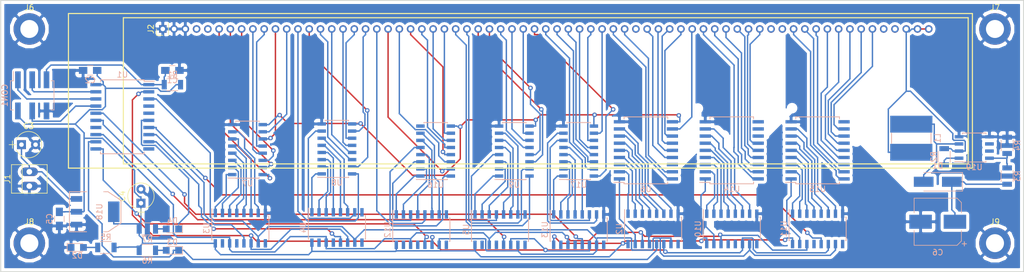
<source format=kicad_pcb>
(kicad_pcb (version 20170123) (host pcbnew no-vcs-found-e53c3af~58~ubuntu16.10.1)
  (layers (0 F.Cu signal) (31 B.Cu signal) (34 B.Paste user) (35 F.Paste user) (36 B.SilkS user) (37 F.SilkS user) (38 B.Mask user) (39 F.Mask user) (44 Edge.Cuts user))
  (net 0 "")
  (net 1 /reset)
  (net 2 GND)
  (net 3 VCC)
  (net 4 "Net-(C3-Pad1)")
  (net 5 +36V)
  (net 6 /MISO)
  (net 7 /SCK)
  (net 8 /MOSI)
  (net 9 "Net-(D1-Pad2)")
  (net 10 "Net-(D2-Pad2)")
  (net 11 /RCLK_0)
  (net 12 "Net-(D3-Pad2)")
  (net 13 "Net-(D4-Pad2)")
  (net 14 /RCLK_1)
  (net 15 "Net-(R2-Pad2)")
  (net 16 "Net-(R3-Pad2)")
  (net 17 /SRCLK)
  (net 18 /SRCLR)
  (net 19 /RCLK_2)
  (net 20 /RCLK_3)
  (net 21 /RCLK_4)
  (net 22 /RCLK_5)
  (net 23 /SER)
  (net 24 /RCLK_6)
  (net 25 /RCLK_7)
  (net 26 "Net-(U2-Pad1)")
  (net 27 "Net-(U2-Pad2)")
  (net 28 "Net-(U2-Pad3)")
  (net 29 "Net-(U2-Pad4)")
  (net 30 "Net-(U2-Pad5)")
  (net 31 "Net-(U2-Pad6)")
  (net 32 "Net-(U2-Pad7)")
  (net 33 "Net-(U2-Pad15)")
  (net 34 "Net-(U3-Pad1)")
  (net 35 "Net-(U3-Pad2)")
  (net 36 "Net-(U3-Pad3)")
  (net 37 "Net-(U3-Pad4)")
  (net 38 "Net-(U3-Pad5)")
  (net 39 "Net-(U3-Pad6)")
  (net 40 "Net-(U3-Pad7)")
  (net 41 "Net-(U4-Pad1)")
  (net 42 "Net-(U4-Pad2)")
  (net 43 "Net-(U4-Pad3)")
  (net 44 "Net-(U4-Pad4)")
  (net 45 "Net-(U4-Pad5)")
  (net 46 "Net-(U4-Pad6)")
  (net 47 "Net-(U4-Pad7)")
  (net 48 "Net-(U5-Pad1)")
  (net 49 "Net-(U5-Pad2)")
  (net 50 "Net-(U5-Pad3)")
  (net 51 "Net-(U5-Pad4)")
  (net 52 "Net-(U5-Pad5)")
  (net 53 "Net-(U5-Pad6)")
  (net 54 "Net-(U5-Pad7)")
  (net 55 /G13)
  (net 56 /G14)
  (net 57 /G15)
  (net 58 /G16)
  (net 59 /G17)
  (net 60 /G18)
  (net 61 /L11)
  (net 62 /L12)
  (net 63 /L13)
  (net 64 /L14)
  (net 65 /L15)
  (net 66 /L16)
  (net 67 /L17)
  (net 68 /L21)
  (net 69 /L22)
  (net 70 /L23)
  (net 71 /L24)
  (net 72 /L25)
  (net 73 /L26)
  (net 74 /L27)
  (net 75 /L41)
  (net 76 /L42)
  (net 77 /L43)
  (net 78 /L44)
  (net 79 /L45)
  (net 80 /L46)
  (net 81 /L47)
  (net 82 "Net-(U10-Pad1)")
  (net 83 "Net-(U10-Pad2)")
  (net 84 "Net-(U10-Pad3)")
  (net 85 "Net-(U10-Pad4)")
  (net 86 "Net-(U10-Pad5)")
  (net 87 "Net-(U10-Pad6)")
  (net 88 "Net-(U10-Pad7)")
  (net 89 "Net-(U10-Pad15)")
  (net 90 "Net-(U11-Pad15)")
  (net 91 "Net-(U11-Pad7)")
  (net 92 "Net-(U11-Pad6)")
  (net 93 "Net-(U11-Pad5)")
  (net 94 "Net-(U11-Pad4)")
  (net 95 "Net-(U11-Pad3)")
  (net 96 "Net-(U11-Pad2)")
  (net 97 "Net-(U11-Pad1)")
  (net 98 "Net-(U12-Pad1)")
  (net 99 "Net-(U12-Pad2)")
  (net 100 "Net-(U12-Pad3)")
  (net 101 "Net-(U12-Pad4)")
  (net 102 "Net-(U12-Pad5)")
  (net 103 "Net-(U12-Pad6)")
  (net 104 "Net-(U12-Pad7)")
  (net 105 "Net-(U13-Pad1)")
  (net 106 "Net-(U13-Pad2)")
  (net 107 "Net-(U13-Pad3)")
  (net 108 "Net-(U13-Pad4)")
  (net 109 "Net-(U13-Pad5)")
  (net 110 "Net-(U13-Pad6)")
  (net 111 "Net-(U13-Pad7)")
  (net 112 /G21)
  (net 113 /G22)
  (net 114 /G23)
  (net 115 /G24)
  (net 116 /G25)
  (net 117 /G26)
  (net 118 /G27)
  (net 119 /G28)
  (net 120 /G38)
  (net 121 /G37)
  (net 122 /G36)
  (net 123 /G35)
  (net 124 /G34)
  (net 125 /G33)
  (net 126 /G32)
  (net 127 /G31)
  (net 128 /L31)
  (net 129 /L32)
  (net 130 /L33)
  (net 131 /L34)
  (net 132 /L35)
  (net 133 /L36)
  (net 134 /L37)
  (net 135 /L51)
  (net 136 /L52)
  (net 137 /L53)
  (net 138 /L54)
  (net 139 /L55)
  (net 140 /L56)
  (net 141 /L57)
  (net 142 /G12)
  (net 143 /G11)
  (module Capacitors_SMD:C_0805_HandSoldering (layer B.Cu) (at 45.72 54.356)
    (fp_text reference C1 (at 0 1.75) (layer B.SilkS) (effects (justify mirror)))
    (fp_text value 100n)
    (pad 1 smd rect (at -1.25 0) (size 1.5 1.25) (layers B.Cu B.Paste B.Mask) (net 1 /reset))
    (pad 2 smd rect (at 1.25 0) (size 1.5 1.25) (layers B.Cu B.Paste B.Mask) (net 2 GND))
  )
  (module Capacitors_SMD:C_0805_HandSoldering (layer B.Cu) (at 31.115 54.356)
    (fp_text reference C2 (at 0 1.75) (layer B.SilkS) (effects (justify mirror)))
    (fp_text value 100n)
    (pad 1 smd rect (at -1.25 0) (size 1.5 1.25) (layers B.Cu B.Paste B.Mask) (net 2 GND))
    (pad 2 smd rect (at 1.25 0) (size 1.5 1.25) (layers B.Cu B.Paste B.Mask) (net 3 VCC))
  )
  (module Capacitors_THT:CP_Radial_Tantal_D4.5mm_P2.50mm (layer F.Cu) (at 18.923 67.564)
    (fp_text reference C3 (at 1.25 -3.31) (layer F.SilkS))
    (fp_text value 47µ)
    (pad 2 thru_hole circle (at 2.5 0) (size 1.6 1.6) (drill 0.8) (layers *.Cu *.Mask) (net 2 GND))
    (pad 1 thru_hole rect (at 0 0) (size 1.6 1.6) (drill 0.8) (layers *.Cu *.Mask) (net 4 "Net-(C3-Pad1)"))
  )
  (module Capacitors_THT:CP_Radial_Tantal_D4.5mm_P2.50mm (layer F.Cu) (at 40.132 77.978 90)
    (fp_text reference C4 (at 1.25 -3.31 90) (layer F.SilkS))
    (fp_text value 47µ)
    (pad 1 thru_hole rect (at 0 0 90) (size 1.6 1.6) (drill 0.8) (layers *.Cu *.Mask) (net 3 VCC))
    (pad 2 thru_hole circle (at 2.5 0 90) (size 1.6 1.6) (drill 0.8) (layers *.Cu *.Mask) (net 2 GND))
  )
  (module Capacitors_SMD:C_0805_HandSoldering (layer B.Cu) (at 25.654 80.772 270)
    (fp_text reference C5 (at 0 1.75 270) (layer B.SilkS) (effects (justify mirror)))
    (fp_text value 100n)
    (pad 2 smd rect (at 1.25 0 270) (size 1.5 1.25) (layers B.Cu B.Paste B.Mask) (net 2 GND))
    (pad 1 smd rect (at -1.25 0 270) (size 1.5 1.25) (layers B.Cu B.Paste B.Mask) (net 3 VCC))
  )
  (module Capacitors_SMD:CP_Elec_8x5.4 (layer B.Cu) (at 181.61 81.28 180)
    (fp_text reference C6 (at 0 -5.45 180) (layer B.SilkS) (effects (justify mirror)))
    (fp_text value 100µF)
    (fp_text user + (at -4.72 -3.85 180) (layer B.SilkS) (effects (justify mirror)))
    (pad 1 smd rect (at -3.05 0) (size 4 2.5) (layers B.Cu B.Paste B.Mask) (net 5 +36V))
    (pad 2 smd rect (at 3.05 0) (size 4 2.5) (layers B.Cu B.Paste B.Mask) (net 2 GND))
  )
  (module Pin_Headers:Pin_Header_Straight_2x03_Pitch2.54mm_SMD (layer B.Cu) (at 20.828 58.801 270)
    (fp_text reference CON1 (at 0 4.87 270) (layer B.SilkS) (effects (justify mirror)))
    (fp_text value AVR-ISP-6)
    (pad 1 smd rect (at -2.77 2.54 270) (size 3 1) (layers B.Cu B.Mask) (net 6 /MISO))
    (pad 2 smd rect (at 2.77 2.54 270) (size 3 1) (layers B.Cu B.Mask) (net 3 VCC))
    (pad 3 smd rect (at -2.77 0 270) (size 3 1) (layers B.Cu B.Mask) (net 7 /SCK))
    (pad 4 smd rect (at 2.77 0 270) (size 3 1) (layers B.Cu B.Mask) (net 8 /MOSI))
    (pad 5 smd rect (at -2.77 -2.54 270) (size 3 1) (layers B.Cu B.Mask) (net 1 /reset))
    (pad 6 smd rect (at 2.77 -2.54 270) (size 3 1) (layers B.Cu B.Mask) (net 2 GND))
  )
  (module Diodes_SMD:D_SMA_Handsoldering (layer B.Cu) (at 181.61 74.168 180)
    (fp_text reference D1 (at 0 2.85 180) (layer B.SilkS) (effects (justify mirror)))
    (fp_text value 1N5818)
    (pad 1 smd rect (at -2.5 0 180) (size 3.5 1.8) (layers B.Cu B.Paste B.Mask) (net 5 +36V))
    (pad 2 smd rect (at 2.5 0 180) (size 3.5 1.8) (layers B.Cu B.Paste B.Mask) (net 9 "Net-(D1-Pad2)"))
  )
  (module LEDs:LED_0805 (layer B.Cu) (at 28.829 85.852)
    (fp_text reference D2 (at 0 1.45) (layer B.SilkS) (effects (justify mirror)))
    (fp_text value LED)
    (pad 2 smd rect (at 1.1 0 180) (size 1.2 1.2) (layers B.Cu B.Paste B.Mask) (net 10 "Net-(D2-Pad2)"))
    (pad 1 smd rect (at -1.1 0 180) (size 1.2 1.2) (layers B.Cu B.Paste B.Mask) (net 2 GND))
  )
  (module LEDs:LED_0805 (layer B.Cu) (at 45.72 86.36 180)
    (fp_text reference D3 (at 0 1.45 180) (layer B.SilkS) (effects (justify mirror)))
    (fp_text value LED)
    (pad 1 smd rect (at -1.1 0) (size 1.2 1.2) (layers B.Cu B.Paste B.Mask) (net 11 /RCLK_0))
    (pad 2 smd rect (at 1.1 0) (size 1.2 1.2) (layers B.Cu B.Paste B.Mask) (net 12 "Net-(D3-Pad2)"))
  )
  (module LEDs:LED_0805 (layer B.Cu) (at 45.72 82.55 180)
    (fp_text reference D4 (at 0 1.45 180) (layer B.SilkS) (effects (justify mirror)))
    (fp_text value LED)
    (pad 2 smd rect (at 1.1 0) (size 1.2 1.2) (layers B.Cu B.Paste B.Mask) (net 13 "Net-(D4-Pad2)"))
    (pad 1 smd rect (at -1.1 0) (size 1.2 1.2) (layers B.Cu B.Paste B.Mask) (net 14 /RCLK_1))
  )
  (module Connectors:PINHEAD1-2 (layer F.Cu) (at 20.32 74.93 90)
    (fp_text reference J1 (at 1.27 -3.9 90) (layer F.SilkS))
    (fp_text value PWR)
    (pad 1 thru_hole oval (at 0 0 90) (size 1.51 3.01) (drill 1) (layers *.Cu *.Mask) (net 2 GND))
    (pad 2 thru_hole oval (at 2.54 0 90) (size 1.51 3.01) (drill 1) (layers *.Cu *.Mask) (net 4 "Net-(C3-Pad1)"))
  )
  (module Mounting_Holes:MountingHole_3.2mm_M3_DIN965_Pad (layer F.Cu) (at 20.32 46.99)
    (fp_text reference J6 (at 0 -3.8) (layer F.SilkS))
    (fp_text value MH)
    (pad 1 thru_hole circle (at 0 0) (size 5.6 5.6) (drill 3.2) (layers *.Cu *.Mask) (net 2 GND))
  )
  (module Mounting_Holes:MountingHole_3.2mm_M3_DIN965_Pad (layer F.Cu) (at 191.77 46.99)
    (fp_text reference J7 (at 0 -3.8) (layer F.SilkS))
    (fp_text value MH)
    (pad 1 thru_hole circle (at 0 0) (size 5.6 5.6) (drill 3.2) (layers *.Cu *.Mask) (net 2 GND))
  )
  (module Mounting_Holes:MountingHole_3.2mm_M3_DIN965_Pad (layer F.Cu) (at 20.32 85.09)
    (fp_text reference J8 (at 0 -3.8) (layer F.SilkS))
    (fp_text value MH)
    (pad 1 thru_hole circle (at 0 0) (size 5.6 5.6) (drill 3.2) (layers *.Cu *.Mask) (net 2 GND))
  )
  (module Mounting_Holes:MountingHole_3.2mm_M3_DIN965_Pad (layer F.Cu) (at 191.77 85.09)
    (fp_text reference J9 (at 0 -3.8) (layer F.SilkS))
    (fp_text value MH)
    (pad 1 thru_hole circle (at 0 0) (size 5.6 5.6) (drill 3.2) (layers *.Cu *.Mask) (net 2 GND))
  )
  (module Choke_SMD:Choke_CD75 (layer B.Cu) (at 176.911 66.421 90)
    (fp_text reference L1 (at 0 4.7 -90) (layer B.SilkS) (effects (justify mirror)))
    (fp_text value 150uH)
    (pad 1 smd rect (at -2.5 0) (size 7.5 3) (layers B.Cu B.Paste B.Mask) (net 3 VCC))
    (pad 2 smd rect (at 2.5 0) (size 7.5 3) (layers B.Cu B.Paste B.Mask) (net 9 "Net-(D1-Pad2)"))
  )
  (module Resistors_SMD:R_1206 (layer B.Cu) (at 45.72 56.896 180)
    (fp_text reference R1 (at 0 1.85 180) (layer B.SilkS) (effects (justify mirror)))
    (fp_text value 10k)
    (pad 2 smd rect (at 1.45 0 180) (size 0.9 1.7) (layers B.Cu B.Paste B.Mask) (net 1 /reset))
    (pad 1 smd rect (at -1.45 0 180) (size 0.9 1.7) (layers B.Cu B.Paste B.Mask) (net 3 VCC))
  )
  (module Resistors_SMD:R_1206 (layer B.Cu) (at 182.753 69.723 270)
    (fp_text reference R2 (at 0 1.85 270) (layer B.SilkS) (effects (justify mirror)))
    (fp_text value 100)
    (pad 2 smd rect (at 1.45 0 270) (size 0.9 1.7) (layers B.Cu B.Paste B.Mask) (net 15 "Net-(R2-Pad2)"))
    (pad 1 smd rect (at -1.45 0 270) (size 0.9 1.7) (layers B.Cu B.Paste B.Mask) (net 3 VCC))
  )
  (module Resistors_SMD:R_1206 (layer B.Cu) (at 193.929 73.152 90)
    (fp_text reference R3 (at 0 1.85 90) (layer B.SilkS) (effects (justify mirror)))
    (fp_text value 1M)
    (pad 1 smd rect (at -1.45 0 90) (size 0.9 1.7) (layers B.Cu B.Paste B.Mask) (net 5 +36V))
    (pad 2 smd rect (at 1.45 0 90) (size 0.9 1.7) (layers B.Cu B.Paste B.Mask) (net 16 "Net-(R3-Pad2)"))
  )
  (module Resistors_SMD:R_1206 (layer B.Cu) (at 193.929 67.691 90)
    (fp_text reference R4 (at 0 1.85 90) (layer B.SilkS) (effects (justify mirror)))
    (fp_text value 4k7)
    (pad 1 smd rect (at -1.45 0 90) (size 0.9 1.7) (layers B.Cu B.Paste B.Mask) (net 16 "Net-(R3-Pad2)"))
    (pad 2 smd rect (at 1.45 0 90) (size 0.9 1.7) (layers B.Cu B.Paste B.Mask) (net 2 GND))
  )
  (module Resistors_SMD:R_1206 (layer B.Cu) (at 33.909 85.852 180)
    (fp_text reference R5 (at 0 1.85 180) (layer B.SilkS) (effects (justify mirror)))
    (fp_text value 470)
    (pad 2 smd rect (at 1.45 0 180) (size 0.9 1.7) (layers B.Cu B.Paste B.Mask) (net 10 "Net-(D2-Pad2)"))
    (pad 1 smd rect (at -1.45 0 180) (size 0.9 1.7) (layers B.Cu B.Paste B.Mask) (net 3 VCC))
  )
  (module Resistors_SMD:R_1206 (layer B.Cu) (at 41.275 86.36)
    (fp_text reference R6 (at 0 1.85) (layer B.SilkS) (effects (justify mirror)))
    (fp_text value 470)
    (pad 1 smd rect (at -1.45 0) (size 0.9 1.7) (layers B.Cu B.Paste B.Mask) (net 3 VCC))
    (pad 2 smd rect (at 1.45 0) (size 0.9 1.7) (layers B.Cu B.Paste B.Mask) (net 12 "Net-(D3-Pad2)"))
  )
  (module Resistors_SMD:R_1206 (layer B.Cu) (at 41.275 82.55)
    (fp_text reference R7 (at 0 1.85) (layer B.SilkS) (effects (justify mirror)))
    (fp_text value 470)
    (pad 1 smd rect (at -1.45 0) (size 0.9 1.7) (layers B.Cu B.Paste B.Mask) (net 3 VCC))
    (pad 2 smd rect (at 1.45 0) (size 0.9 1.7) (layers B.Cu B.Paste B.Mask) (net 13 "Net-(D4-Pad2)"))
  )
  (module Housings_SOIC:SOIC-20W_7.5x12.8mm_Pitch1.27mm (layer B.Cu) (at 36.83 62.611 180)
    (fp_text reference U1 (at 0 7.5 180) (layer B.SilkS) (effects (justify mirror)))
    (fp_text value ATTINY2313-20SU)
    (pad 1 smd rect (at -4.7 5.715 180) (size 1.95 0.6) (layers B.Cu B.Paste B.Mask) (net 1 /reset))
    (pad 2 smd rect (at -4.7 4.445 180) (size 1.95 0.6) (layers B.Cu B.Paste B.Mask) (net 17 /SRCLK))
    (pad 3 smd rect (at -4.7 3.175 180) (size 1.95 0.6) (layers B.Cu B.Paste B.Mask) (net 18 /SRCLR))
    (pad 4 smd rect (at -4.7 1.905 180) (size 1.95 0.6) (layers B.Cu B.Paste B.Mask))
    (pad 5 smd rect (at -4.7 0.635 180) (size 1.95 0.6) (layers B.Cu B.Paste B.Mask))
    (pad 6 smd rect (at -4.7 -0.635 180) (size 1.95 0.6) (layers B.Cu B.Paste B.Mask) (net 14 /RCLK_1))
    (pad 7 smd rect (at -4.7 -1.905 180) (size 1.95 0.6) (layers B.Cu B.Paste B.Mask) (net 19 /RCLK_2))
    (pad 8 smd rect (at -4.7 -3.175 180) (size 1.95 0.6) (layers B.Cu B.Paste B.Mask) (net 20 /RCLK_3))
    (pad 9 smd rect (at -4.7 -4.445 180) (size 1.95 0.6) (layers B.Cu B.Paste B.Mask) (net 21 /RCLK_4))
    (pad 10 smd rect (at -4.7 -5.715 180) (size 1.95 0.6) (layers B.Cu B.Paste B.Mask) (net 2 GND))
    (pad 11 smd rect (at 4.7 -5.715 180) (size 1.95 0.6) (layers B.Cu B.Paste B.Mask) (net 22 /RCLK_5))
    (pad 12 smd rect (at 4.7 -4.445 180) (size 1.95 0.6) (layers B.Cu B.Paste B.Mask) (net 11 /RCLK_0))
    (pad 13 smd rect (at 4.7 -3.175 180) (size 1.95 0.6) (layers B.Cu B.Paste B.Mask) (net 23 /SER))
    (pad 14 smd rect (at 4.7 -1.905 180) (size 1.95 0.6) (layers B.Cu B.Paste B.Mask))
    (pad 15 smd rect (at 4.7 -0.635 180) (size 1.95 0.6) (layers B.Cu B.Paste B.Mask) (net 24 /RCLK_6))
    (pad 16 smd rect (at 4.7 0.635 180) (size 1.95 0.6) (layers B.Cu B.Paste B.Mask) (net 25 /RCLK_7))
    (pad 17 smd rect (at 4.7 1.905 180) (size 1.95 0.6) (layers B.Cu B.Paste B.Mask) (net 8 /MOSI))
    (pad 18 smd rect (at 4.7 3.175 180) (size 1.95 0.6) (layers B.Cu B.Paste B.Mask) (net 6 /MISO))
    (pad 19 smd rect (at 4.7 4.445 180) (size 1.95 0.6) (layers B.Cu B.Paste B.Mask) (net 7 /SCK))
    (pad 20 smd rect (at 4.7 5.715 180) (size 1.95 0.6) (layers B.Cu B.Paste B.Mask) (net 3 VCC))
  )
  (module Housings_SOIC:SOIC-16_3.9x9.9mm_Pitch1.27mm (layer B.Cu) (at 131.064 82.55 270)
    (fp_text reference U2 (at 0 6 270) (layer B.SilkS) (effects (justify mirror)))
    (fp_text value 74HC595)
    (pad 1 smd rect (at -2.7 4.445 270) (size 1.5 0.6) (layers B.Cu B.Paste B.Mask) (net 26 "Net-(U2-Pad1)"))
    (pad 2 smd rect (at -2.7 3.175 270) (size 1.5 0.6) (layers B.Cu B.Paste B.Mask) (net 27 "Net-(U2-Pad2)"))
    (pad 3 smd rect (at -2.7 1.905 270) (size 1.5 0.6) (layers B.Cu B.Paste B.Mask) (net 28 "Net-(U2-Pad3)"))
    (pad 4 smd rect (at -2.7 0.635 270) (size 1.5 0.6) (layers B.Cu B.Paste B.Mask) (net 29 "Net-(U2-Pad4)"))
    (pad 5 smd rect (at -2.7 -0.635 270) (size 1.5 0.6) (layers B.Cu B.Paste B.Mask) (net 30 "Net-(U2-Pad5)"))
    (pad 6 smd rect (at -2.7 -1.905 270) (size 1.5 0.6) (layers B.Cu B.Paste B.Mask) (net 31 "Net-(U2-Pad6)"))
    (pad 7 smd rect (at -2.7 -3.175 270) (size 1.5 0.6) (layers B.Cu B.Paste B.Mask) (net 32 "Net-(U2-Pad7)"))
    (pad 8 smd rect (at -2.7 -4.445 270) (size 1.5 0.6) (layers B.Cu B.Paste B.Mask) (net 2 GND))
    (pad 9 smd rect (at 2.7 -4.445 270) (size 1.5 0.6) (layers B.Cu B.Paste B.Mask))
    (pad 10 smd rect (at 2.7 -3.175 270) (size 1.5 0.6) (layers B.Cu B.Paste B.Mask) (net 18 /SRCLR))
    (pad 11 smd rect (at 2.7 -1.905 270) (size 1.5 0.6) (layers B.Cu B.Paste B.Mask) (net 17 /SRCLK))
    (pad 12 smd rect (at 2.7 -0.635 270) (size 1.5 0.6) (layers B.Cu B.Paste B.Mask) (net 11 /RCLK_0))
    (pad 13 smd rect (at 2.7 0.635 270) (size 1.5 0.6) (layers B.Cu B.Paste B.Mask) (net 2 GND))
    (pad 14 smd rect (at 2.7 1.905 270) (size 1.5 0.6) (layers B.Cu B.Paste B.Mask) (net 23 /SER))
    (pad 15 smd rect (at 2.7 3.175 270) (size 1.5 0.6) (layers B.Cu B.Paste B.Mask) (net 33 "Net-(U2-Pad15)"))
    (pad 16 smd rect (at 2.7 4.445 270) (size 1.5 0.6) (layers B.Cu B.Paste B.Mask) (net 3 VCC))
  )
  (module Housings_SOIC:SOIC-16_3.9x9.9mm_Pitch1.27mm (layer B.Cu) (at 57.785 82.423 270)
    (fp_text reference U3 (at 0 6 270) (layer B.SilkS) (effects (justify mirror)))
    (fp_text value 74HC595)
    (pad 1 smd rect (at -2.7 4.445 270) (size 1.5 0.6) (layers B.Cu B.Paste B.Mask) (net 34 "Net-(U3-Pad1)"))
    (pad 2 smd rect (at -2.7 3.175 270) (size 1.5 0.6) (layers B.Cu B.Paste B.Mask) (net 35 "Net-(U3-Pad2)"))
    (pad 3 smd rect (at -2.7 1.905 270) (size 1.5 0.6) (layers B.Cu B.Paste B.Mask) (net 36 "Net-(U3-Pad3)"))
    (pad 4 smd rect (at -2.7 0.635 270) (size 1.5 0.6) (layers B.Cu B.Paste B.Mask) (net 37 "Net-(U3-Pad4)"))
    (pad 5 smd rect (at -2.7 -0.635 270) (size 1.5 0.6) (layers B.Cu B.Paste B.Mask) (net 38 "Net-(U3-Pad5)"))
    (pad 6 smd rect (at -2.7 -1.905 270) (size 1.5 0.6) (layers B.Cu B.Paste B.Mask) (net 39 "Net-(U3-Pad6)"))
    (pad 7 smd rect (at -2.7 -3.175 270) (size 1.5 0.6) (layers B.Cu B.Paste B.Mask) (net 40 "Net-(U3-Pad7)"))
    (pad 8 smd rect (at -2.7 -4.445 270) (size 1.5 0.6) (layers B.Cu B.Paste B.Mask) (net 2 GND))
    (pad 9 smd rect (at 2.7 -4.445 270) (size 1.5 0.6) (layers B.Cu B.Paste B.Mask))
    (pad 10 smd rect (at 2.7 -3.175 270) (size 1.5 0.6) (layers B.Cu B.Paste B.Mask) (net 18 /SRCLR))
    (pad 11 smd rect (at 2.7 -1.905 270) (size 1.5 0.6) (layers B.Cu B.Paste B.Mask) (net 17 /SRCLK))
    (pad 12 smd rect (at 2.7 -0.635 270) (size 1.5 0.6) (layers B.Cu B.Paste B.Mask) (net 20 /RCLK_3))
    (pad 13 smd rect (at 2.7 0.635 270) (size 1.5 0.6) (layers B.Cu B.Paste B.Mask) (net 2 GND))
    (pad 14 smd rect (at 2.7 1.905 270) (size 1.5 0.6) (layers B.Cu B.Paste B.Mask) (net 23 /SER))
    (pad 15 smd rect (at 2.7 3.175 270) (size 1.5 0.6) (layers B.Cu B.Paste B.Mask))
    (pad 16 smd rect (at 2.7 4.445 270) (size 1.5 0.6) (layers B.Cu B.Paste B.Mask) (net 3 VCC))
  )
  (module Housings_SOIC:SOIC-16_3.9x9.9mm_Pitch1.27mm (layer B.Cu) (at 74.93 82.296 270)
    (fp_text reference U4 (at 0 6 270) (layer B.SilkS) (effects (justify mirror)))
    (fp_text value 74HC595)
    (pad 1 smd rect (at -2.7 4.445 270) (size 1.5 0.6) (layers B.Cu B.Paste B.Mask) (net 41 "Net-(U4-Pad1)"))
    (pad 2 smd rect (at -2.7 3.175 270) (size 1.5 0.6) (layers B.Cu B.Paste B.Mask) (net 42 "Net-(U4-Pad2)"))
    (pad 3 smd rect (at -2.7 1.905 270) (size 1.5 0.6) (layers B.Cu B.Paste B.Mask) (net 43 "Net-(U4-Pad3)"))
    (pad 4 smd rect (at -2.7 0.635 270) (size 1.5 0.6) (layers B.Cu B.Paste B.Mask) (net 44 "Net-(U4-Pad4)"))
    (pad 5 smd rect (at -2.7 -0.635 270) (size 1.5 0.6) (layers B.Cu B.Paste B.Mask) (net 45 "Net-(U4-Pad5)"))
    (pad 6 smd rect (at -2.7 -1.905 270) (size 1.5 0.6) (layers B.Cu B.Paste B.Mask) (net 46 "Net-(U4-Pad6)"))
    (pad 7 smd rect (at -2.7 -3.175 270) (size 1.5 0.6) (layers B.Cu B.Paste B.Mask) (net 47 "Net-(U4-Pad7)"))
    (pad 8 smd rect (at -2.7 -4.445 270) (size 1.5 0.6) (layers B.Cu B.Paste B.Mask) (net 2 GND))
    (pad 9 smd rect (at 2.7 -4.445 270) (size 1.5 0.6) (layers B.Cu B.Paste B.Mask))
    (pad 10 smd rect (at 2.7 -3.175 270) (size 1.5 0.6) (layers B.Cu B.Paste B.Mask) (net 18 /SRCLR))
    (pad 11 smd rect (at 2.7 -1.905 270) (size 1.5 0.6) (layers B.Cu B.Paste B.Mask) (net 17 /SRCLK))
    (pad 12 smd rect (at 2.7 -0.635 270) (size 1.5 0.6) (layers B.Cu B.Paste B.Mask) (net 21 /RCLK_4))
    (pad 13 smd rect (at 2.7 0.635 270) (size 1.5 0.6) (layers B.Cu B.Paste B.Mask) (net 2 GND))
    (pad 14 smd rect (at 2.7 1.905 270) (size 1.5 0.6) (layers B.Cu B.Paste B.Mask) (net 23 /SER))
    (pad 15 smd rect (at 2.7 3.175 270) (size 1.5 0.6) (layers B.Cu B.Paste B.Mask))
    (pad 16 smd rect (at 2.7 4.445 270) (size 1.5 0.6) (layers B.Cu B.Paste B.Mask) (net 3 VCC))
  )
  (module Housings_SOIC:SOIC-16_3.9x9.9mm_Pitch1.27mm (layer B.Cu) (at 103.886 82.677 270)
    (fp_text reference U5 (at 0 6 270) (layer B.SilkS) (effects (justify mirror)))
    (fp_text value 74HC595)
    (pad 1 smd rect (at -2.7 4.445 270) (size 1.5 0.6) (layers B.Cu B.Paste B.Mask) (net 48 "Net-(U5-Pad1)"))
    (pad 2 smd rect (at -2.7 3.175 270) (size 1.5 0.6) (layers B.Cu B.Paste B.Mask) (net 49 "Net-(U5-Pad2)"))
    (pad 3 smd rect (at -2.7 1.905 270) (size 1.5 0.6) (layers B.Cu B.Paste B.Mask) (net 50 "Net-(U5-Pad3)"))
    (pad 4 smd rect (at -2.7 0.635 270) (size 1.5 0.6) (layers B.Cu B.Paste B.Mask) (net 51 "Net-(U5-Pad4)"))
    (pad 5 smd rect (at -2.7 -0.635 270) (size 1.5 0.6) (layers B.Cu B.Paste B.Mask) (net 52 "Net-(U5-Pad5)"))
    (pad 6 smd rect (at -2.7 -1.905 270) (size 1.5 0.6) (layers B.Cu B.Paste B.Mask) (net 53 "Net-(U5-Pad6)"))
    (pad 7 smd rect (at -2.7 -3.175 270) (size 1.5 0.6) (layers B.Cu B.Paste B.Mask) (net 54 "Net-(U5-Pad7)"))
    (pad 8 smd rect (at -2.7 -4.445 270) (size 1.5 0.6) (layers B.Cu B.Paste B.Mask) (net 2 GND))
    (pad 9 smd rect (at 2.7 -4.445 270) (size 1.5 0.6) (layers B.Cu B.Paste B.Mask))
    (pad 10 smd rect (at 2.7 -3.175 270) (size 1.5 0.6) (layers B.Cu B.Paste B.Mask) (net 18 /SRCLR))
    (pad 11 smd rect (at 2.7 -1.905 270) (size 1.5 0.6) (layers B.Cu B.Paste B.Mask) (net 17 /SRCLK))
    (pad 12 smd rect (at 2.7 -0.635 270) (size 1.5 0.6) (layers B.Cu B.Paste B.Mask) (net 24 /RCLK_6))
    (pad 13 smd rect (at 2.7 0.635 270) (size 1.5 0.6) (layers B.Cu B.Paste B.Mask) (net 2 GND))
    (pad 14 smd rect (at 2.7 1.905 270) (size 1.5 0.6) (layers B.Cu B.Paste B.Mask) (net 23 /SER))
    (pad 15 smd rect (at 2.7 3.175 270) (size 1.5 0.6) (layers B.Cu B.Paste B.Mask))
    (pad 16 smd rect (at 2.7 4.445 270) (size 1.5 0.6) (layers B.Cu B.Paste B.Mask) (net 3 VCC))
  )
  (module Housings_SOIC:SOIC-16_3.9x9.9mm_Pitch1.27mm (layer B.Cu) (at 59.055 68.453)
    (fp_text reference U7 (at 0 6) (layer B.SilkS) (effects (justify mirror)))
    (fp_text value ULN2003)
    (pad 16 smd rect (at 2.7 4.445) (size 1.5 0.6) (layers B.Cu B.Paste B.Mask) (net 61 /L11))
    (pad 15 smd rect (at 2.7 3.175) (size 1.5 0.6) (layers B.Cu B.Paste B.Mask) (net 62 /L12))
    (pad 14 smd rect (at 2.7 1.905) (size 1.5 0.6) (layers B.Cu B.Paste B.Mask) (net 63 /L13))
    (pad 13 smd rect (at 2.7 0.635) (size 1.5 0.6) (layers B.Cu B.Paste B.Mask) (net 64 /L14))
    (pad 12 smd rect (at 2.7 -0.635) (size 1.5 0.6) (layers B.Cu B.Paste B.Mask) (net 65 /L15))
    (pad 11 smd rect (at 2.7 -1.905) (size 1.5 0.6) (layers B.Cu B.Paste B.Mask) (net 66 /L16))
    (pad 10 smd rect (at 2.7 -3.175) (size 1.5 0.6) (layers B.Cu B.Paste B.Mask) (net 67 /L17))
    (pad 9 smd rect (at 2.7 -4.445) (size 1.5 0.6) (layers B.Cu B.Paste B.Mask) (net 5 +36V))
    (pad 8 smd rect (at -2.7 -4.445) (size 1.5 0.6) (layers B.Cu B.Paste B.Mask) (net 2 GND))
    (pad 7 smd rect (at -2.7 -3.175) (size 1.5 0.6) (layers B.Cu B.Paste B.Mask) (net 40 "Net-(U3-Pad7)"))
    (pad 6 smd rect (at -2.7 -1.905) (size 1.5 0.6) (layers B.Cu B.Paste B.Mask) (net 39 "Net-(U3-Pad6)"))
    (pad 5 smd rect (at -2.7 -0.635) (size 1.5 0.6) (layers B.Cu B.Paste B.Mask) (net 38 "Net-(U3-Pad5)"))
    (pad 4 smd rect (at -2.7 0.635) (size 1.5 0.6) (layers B.Cu B.Paste B.Mask) (net 37 "Net-(U3-Pad4)"))
    (pad 3 smd rect (at -2.7 1.905) (size 1.5 0.6) (layers B.Cu B.Paste B.Mask) (net 36 "Net-(U3-Pad3)"))
    (pad 2 smd rect (at -2.7 3.175) (size 1.5 0.6) (layers B.Cu B.Paste B.Mask) (net 35 "Net-(U3-Pad2)"))
    (pad 1 smd rect (at -2.7 4.445) (size 1.5 0.6) (layers B.Cu B.Paste B.Mask) (net 34 "Net-(U3-Pad1)"))
  )
  (module Housings_SOIC:SOIC-16_3.9x9.9mm_Pitch1.27mm (layer B.Cu) (at 74.93 68.326)
    (fp_text reference U8 (at 0 6) (layer B.SilkS) (effects (justify mirror)))
    (fp_text value ULN2003)
    (pad 16 smd rect (at 2.7 4.445) (size 1.5 0.6) (layers B.Cu B.Paste B.Mask) (net 68 /L21))
    (pad 15 smd rect (at 2.7 3.175) (size 1.5 0.6) (layers B.Cu B.Paste B.Mask) (net 69 /L22))
    (pad 14 smd rect (at 2.7 1.905) (size 1.5 0.6) (layers B.Cu B.Paste B.Mask) (net 70 /L23))
    (pad 13 smd rect (at 2.7 0.635) (size 1.5 0.6) (layers B.Cu B.Paste B.Mask) (net 71 /L24))
    (pad 12 smd rect (at 2.7 -0.635) (size 1.5 0.6) (layers B.Cu B.Paste B.Mask) (net 72 /L25))
    (pad 11 smd rect (at 2.7 -1.905) (size 1.5 0.6) (layers B.Cu B.Paste B.Mask) (net 73 /L26))
    (pad 10 smd rect (at 2.7 -3.175) (size 1.5 0.6) (layers B.Cu B.Paste B.Mask) (net 74 /L27))
    (pad 9 smd rect (at 2.7 -4.445) (size 1.5 0.6) (layers B.Cu B.Paste B.Mask) (net 5 +36V))
    (pad 8 smd rect (at -2.7 -4.445) (size 1.5 0.6) (layers B.Cu B.Paste B.Mask) (net 2 GND))
    (pad 7 smd rect (at -2.7 -3.175) (size 1.5 0.6) (layers B.Cu B.Paste B.Mask) (net 47 "Net-(U4-Pad7)"))
    (pad 6 smd rect (at -2.7 -1.905) (size 1.5 0.6) (layers B.Cu B.Paste B.Mask) (net 46 "Net-(U4-Pad6)"))
    (pad 5 smd rect (at -2.7 -0.635) (size 1.5 0.6) (layers B.Cu B.Paste B.Mask) (net 45 "Net-(U4-Pad5)"))
    (pad 4 smd rect (at -2.7 0.635) (size 1.5 0.6) (layers B.Cu B.Paste B.Mask) (net 44 "Net-(U4-Pad4)"))
    (pad 3 smd rect (at -2.7 1.905) (size 1.5 0.6) (layers B.Cu B.Paste B.Mask) (net 43 "Net-(U4-Pad3)"))
    (pad 2 smd rect (at -2.7 3.175) (size 1.5 0.6) (layers B.Cu B.Paste B.Mask) (net 42 "Net-(U4-Pad2)"))
    (pad 1 smd rect (at -2.7 4.445) (size 1.5 0.6) (layers B.Cu B.Paste B.Mask) (net 41 "Net-(U4-Pad1)"))
  )
  (module Housings_SOIC:SOIC-16_3.9x9.9mm_Pitch1.27mm (layer B.Cu) (at 106.426 68.707)
    (fp_text reference U9 (at 0 6) (layer B.SilkS) (effects (justify mirror)))
    (fp_text value ULN2003)
    (pad 16 smd rect (at 2.7 4.445) (size 1.5 0.6) (layers B.Cu B.Paste B.Mask) (net 75 /L41))
    (pad 15 smd rect (at 2.7 3.175) (size 1.5 0.6) (layers B.Cu B.Paste B.Mask) (net 76 /L42))
    (pad 14 smd rect (at 2.7 1.905) (size 1.5 0.6) (layers B.Cu B.Paste B.Mask) (net 77 /L43))
    (pad 13 smd rect (at 2.7 0.635) (size 1.5 0.6) (layers B.Cu B.Paste B.Mask) (net 78 /L44))
    (pad 12 smd rect (at 2.7 -0.635) (size 1.5 0.6) (layers B.Cu B.Paste B.Mask) (net 79 /L45))
    (pad 11 smd rect (at 2.7 -1.905) (size 1.5 0.6) (layers B.Cu B.Paste B.Mask) (net 80 /L46))
    (pad 10 smd rect (at 2.7 -3.175) (size 1.5 0.6) (layers B.Cu B.Paste B.Mask) (net 81 /L47))
    (pad 9 smd rect (at 2.7 -4.445) (size 1.5 0.6) (layers B.Cu B.Paste B.Mask) (net 5 +36V))
    (pad 8 smd rect (at -2.7 -4.445) (size 1.5 0.6) (layers B.Cu B.Paste B.Mask) (net 2 GND))
    (pad 7 smd rect (at -2.7 -3.175) (size 1.5 0.6) (layers B.Cu B.Paste B.Mask) (net 54 "Net-(U5-Pad7)"))
    (pad 6 smd rect (at -2.7 -1.905) (size 1.5 0.6) (layers B.Cu B.Paste B.Mask) (net 53 "Net-(U5-Pad6)"))
    (pad 5 smd rect (at -2.7 -0.635) (size 1.5 0.6) (layers B.Cu B.Paste B.Mask) (net 52 "Net-(U5-Pad5)"))
    (pad 4 smd rect (at -2.7 0.635) (size 1.5 0.6) (layers B.Cu B.Paste B.Mask) (net 51 "Net-(U5-Pad4)"))
    (pad 3 smd rect (at -2.7 1.905) (size 1.5 0.6) (layers B.Cu B.Paste B.Mask) (net 50 "Net-(U5-Pad3)"))
    (pad 2 smd rect (at -2.7 3.175) (size 1.5 0.6) (layers B.Cu B.Paste B.Mask) (net 49 "Net-(U5-Pad2)"))
    (pad 1 smd rect (at -2.7 4.445) (size 1.5 0.6) (layers B.Cu B.Paste B.Mask) (net 48 "Net-(U5-Pad1)"))
  )
  (module Housings_SOIC:SOIC-16_3.9x9.9mm_Pitch1.27mm (layer B.Cu) (at 145.034 82.55 270)
    (fp_text reference U10 (at 0 6 270) (layer B.SilkS) (effects (justify mirror)))
    (fp_text value 74HC595)
    (pad 1 smd rect (at -2.7 4.445 270) (size 1.5 0.6) (layers B.Cu B.Paste B.Mask) (net 82 "Net-(U10-Pad1)"))
    (pad 2 smd rect (at -2.7 3.175 270) (size 1.5 0.6) (layers B.Cu B.Paste B.Mask) (net 83 "Net-(U10-Pad2)"))
    (pad 3 smd rect (at -2.7 1.905 270) (size 1.5 0.6) (layers B.Cu B.Paste B.Mask) (net 84 "Net-(U10-Pad3)"))
    (pad 4 smd rect (at -2.7 0.635 270) (size 1.5 0.6) (layers B.Cu B.Paste B.Mask) (net 85 "Net-(U10-Pad4)"))
    (pad 5 smd rect (at -2.7 -0.635 270) (size 1.5 0.6) (layers B.Cu B.Paste B.Mask) (net 86 "Net-(U10-Pad5)"))
    (pad 6 smd rect (at -2.7 -1.905 270) (size 1.5 0.6) (layers B.Cu B.Paste B.Mask) (net 87 "Net-(U10-Pad6)"))
    (pad 7 smd rect (at -2.7 -3.175 270) (size 1.5 0.6) (layers B.Cu B.Paste B.Mask) (net 88 "Net-(U10-Pad7)"))
    (pad 8 smd rect (at -2.7 -4.445 270) (size 1.5 0.6) (layers B.Cu B.Paste B.Mask) (net 2 GND))
    (pad 9 smd rect (at 2.7 -4.445 270) (size 1.5 0.6) (layers B.Cu B.Paste B.Mask))
    (pad 10 smd rect (at 2.7 -3.175 270) (size 1.5 0.6) (layers B.Cu B.Paste B.Mask) (net 18 /SRCLR))
    (pad 11 smd rect (at 2.7 -1.905 270) (size 1.5 0.6) (layers B.Cu B.Paste B.Mask) (net 17 /SRCLK))
    (pad 12 smd rect (at 2.7 -0.635 270) (size 1.5 0.6) (layers B.Cu B.Paste B.Mask) (net 14 /RCLK_1))
    (pad 13 smd rect (at 2.7 0.635 270) (size 1.5 0.6) (layers B.Cu B.Paste B.Mask) (net 2 GND))
    (pad 14 smd rect (at 2.7 1.905 270) (size 1.5 0.6) (layers B.Cu B.Paste B.Mask) (net 23 /SER))
    (pad 15 smd rect (at 2.7 3.175 270) (size 1.5 0.6) (layers B.Cu B.Paste B.Mask) (net 89 "Net-(U10-Pad15)"))
    (pad 16 smd rect (at 2.7 4.445 270) (size 1.5 0.6) (layers B.Cu B.Paste B.Mask) (net 3 VCC))
  )
  (module Housings_SOIC:SOIC-16_3.9x9.9mm_Pitch1.27mm (layer B.Cu) (at 160.274 82.55 270)
    (fp_text reference U11 (at 0 6 270) (layer B.SilkS) (effects (justify mirror)))
    (fp_text value 74HC595)
    (pad 16 smd rect (at 2.7 4.445 270) (size 1.5 0.6) (layers B.Cu B.Paste B.Mask) (net 3 VCC))
    (pad 15 smd rect (at 2.7 3.175 270) (size 1.5 0.6) (layers B.Cu B.Paste B.Mask) (net 90 "Net-(U11-Pad15)"))
    (pad 14 smd rect (at 2.7 1.905 270) (size 1.5 0.6) (layers B.Cu B.Paste B.Mask) (net 23 /SER))
    (pad 13 smd rect (at 2.7 0.635 270) (size 1.5 0.6) (layers B.Cu B.Paste B.Mask) (net 2 GND))
    (pad 12 smd rect (at 2.7 -0.635 270) (size 1.5 0.6) (layers B.Cu B.Paste B.Mask) (net 19 /RCLK_2))
    (pad 11 smd rect (at 2.7 -1.905 270) (size 1.5 0.6) (layers B.Cu B.Paste B.Mask) (net 17 /SRCLK))
    (pad 10 smd rect (at 2.7 -3.175 270) (size 1.5 0.6) (layers B.Cu B.Paste B.Mask) (net 18 /SRCLR))
    (pad 9 smd rect (at 2.7 -4.445 270) (size 1.5 0.6) (layers B.Cu B.Paste B.Mask))
    (pad 8 smd rect (at -2.7 -4.445 270) (size 1.5 0.6) (layers B.Cu B.Paste B.Mask) (net 2 GND))
    (pad 7 smd rect (at -2.7 -3.175 270) (size 1.5 0.6) (layers B.Cu B.Paste B.Mask) (net 91 "Net-(U11-Pad7)"))
    (pad 6 smd rect (at -2.7 -1.905 270) (size 1.5 0.6) (layers B.Cu B.Paste B.Mask) (net 92 "Net-(U11-Pad6)"))
    (pad 5 smd rect (at -2.7 -0.635 270) (size 1.5 0.6) (layers B.Cu B.Paste B.Mask) (net 93 "Net-(U11-Pad5)"))
    (pad 4 smd rect (at -2.7 0.635 270) (size 1.5 0.6) (layers B.Cu B.Paste B.Mask) (net 94 "Net-(U11-Pad4)"))
    (pad 3 smd rect (at -2.7 1.905 270) (size 1.5 0.6) (layers B.Cu B.Paste B.Mask) (net 95 "Net-(U11-Pad3)"))
    (pad 2 smd rect (at -2.7 3.175 270) (size 1.5 0.6) (layers B.Cu B.Paste B.Mask) (net 96 "Net-(U11-Pad2)"))
    (pad 1 smd rect (at -2.7 4.445 270) (size 1.5 0.6) (layers B.Cu B.Paste B.Mask) (net 97 "Net-(U11-Pad1)"))
  )
  (module Housings_SOIC:SOIC-16_3.9x9.9mm_Pitch1.27mm (layer B.Cu) (at 89.916 82.677 270)
    (fp_text reference U12 (at 0 6 270) (layer B.SilkS) (effects (justify mirror)))
    (fp_text value 74HC595)
    (pad 1 smd rect (at -2.7 4.445 270) (size 1.5 0.6) (layers B.Cu B.Paste B.Mask) (net 98 "Net-(U12-Pad1)"))
    (pad 2 smd rect (at -2.7 3.175 270) (size 1.5 0.6) (layers B.Cu B.Paste B.Mask) (net 99 "Net-(U12-Pad2)"))
    (pad 3 smd rect (at -2.7 1.905 270) (size 1.5 0.6) (layers B.Cu B.Paste B.Mask) (net 100 "Net-(U12-Pad3)"))
    (pad 4 smd rect (at -2.7 0.635 270) (size 1.5 0.6) (layers B.Cu B.Paste B.Mask) (net 101 "Net-(U12-Pad4)"))
    (pad 5 smd rect (at -2.7 -0.635 270) (size 1.5 0.6) (layers B.Cu B.Paste B.Mask) (net 102 "Net-(U12-Pad5)"))
    (pad 6 smd rect (at -2.7 -1.905 270) (size 1.5 0.6) (layers B.Cu B.Paste B.Mask) (net 103 "Net-(U12-Pad6)"))
    (pad 7 smd rect (at -2.7 -3.175 270) (size 1.5 0.6) (layers B.Cu B.Paste B.Mask) (net 104 "Net-(U12-Pad7)"))
    (pad 8 smd rect (at -2.7 -4.445 270) (size 1.5 0.6) (layers B.Cu B.Paste B.Mask) (net 2 GND))
    (pad 9 smd rect (at 2.7 -4.445 270) (size 1.5 0.6) (layers B.Cu B.Paste B.Mask))
    (pad 10 smd rect (at 2.7 -3.175 270) (size 1.5 0.6) (layers B.Cu B.Paste B.Mask) (net 18 /SRCLR))
    (pad 11 smd rect (at 2.7 -1.905 270) (size 1.5 0.6) (layers B.Cu B.Paste B.Mask) (net 17 /SRCLK))
    (pad 12 smd rect (at 2.7 -0.635 270) (size 1.5 0.6) (layers B.Cu B.Paste B.Mask) (net 22 /RCLK_5))
    (pad 13 smd rect (at 2.7 0.635 270) (size 1.5 0.6) (layers B.Cu B.Paste B.Mask) (net 2 GND))
    (pad 14 smd rect (at 2.7 1.905 270) (size 1.5 0.6) (layers B.Cu B.Paste B.Mask) (net 23 /SER))
    (pad 15 smd rect (at 2.7 3.175 270) (size 1.5 0.6) (layers B.Cu B.Paste B.Mask))
    (pad 16 smd rect (at 2.7 4.445 270) (size 1.5 0.6) (layers B.Cu B.Paste B.Mask) (net 3 VCC))
  )
  (module Housings_SOIC:SOIC-16_3.9x9.9mm_Pitch1.27mm (layer B.Cu) (at 117.856 82.677 270)
    (fp_text reference U13 (at 0 6 270) (layer B.SilkS) (effects (justify mirror)))
    (fp_text value 74HC595)
    (pad 1 smd rect (at -2.7 4.445 270) (size 1.5 0.6) (layers B.Cu B.Paste B.Mask) (net 105 "Net-(U13-Pad1)"))
    (pad 2 smd rect (at -2.7 3.175 270) (size 1.5 0.6) (layers B.Cu B.Paste B.Mask) (net 106 "Net-(U13-Pad2)"))
    (pad 3 smd rect (at -2.7 1.905 270) (size 1.5 0.6) (layers B.Cu B.Paste B.Mask) (net 107 "Net-(U13-Pad3)"))
    (pad 4 smd rect (at -2.7 0.635 270) (size 1.5 0.6) (layers B.Cu B.Paste B.Mask) (net 108 "Net-(U13-Pad4)"))
    (pad 5 smd rect (at -2.7 -0.635 270) (size 1.5 0.6) (layers B.Cu B.Paste B.Mask) (net 109 "Net-(U13-Pad5)"))
    (pad 6 smd rect (at -2.7 -1.905 270) (size 1.5 0.6) (layers B.Cu B.Paste B.Mask) (net 110 "Net-(U13-Pad6)"))
    (pad 7 smd rect (at -2.7 -3.175 270) (size 1.5 0.6) (layers B.Cu B.Paste B.Mask) (net 111 "Net-(U13-Pad7)"))
    (pad 8 smd rect (at -2.7 -4.445 270) (size 1.5 0.6) (layers B.Cu B.Paste B.Mask) (net 2 GND))
    (pad 9 smd rect (at 2.7 -4.445 270) (size 1.5 0.6) (layers B.Cu B.Paste B.Mask))
    (pad 10 smd rect (at 2.7 -3.175 270) (size 1.5 0.6) (layers B.Cu B.Paste B.Mask) (net 18 /SRCLR))
    (pad 11 smd rect (at 2.7 -1.905 270) (size 1.5 0.6) (layers B.Cu B.Paste B.Mask) (net 17 /SRCLK))
    (pad 12 smd rect (at 2.7 -0.635 270) (size 1.5 0.6) (layers B.Cu B.Paste B.Mask) (net 25 /RCLK_7))
    (pad 13 smd rect (at 2.7 0.635 270) (size 1.5 0.6) (layers B.Cu B.Paste B.Mask) (net 2 GND))
    (pad 14 smd rect (at 2.7 1.905 270) (size 1.5 0.6) (layers B.Cu B.Paste B.Mask) (net 23 /SER))
    (pad 15 smd rect (at 2.7 3.175 270) (size 1.5 0.6) (layers B.Cu B.Paste B.Mask))
    (pad 16 smd rect (at 2.7 4.445 270) (size 1.5 0.6) (layers B.Cu B.Paste B.Mask) (net 3 VCC))
  )
  (module Housings_SOIC:SOIC-18W_7.5x11.6mm_Pitch1.27mm (layer B.Cu) (at 145.034 68.58)
    (fp_text reference U14 (at 0 6.875) (layer B.SilkS) (effects (justify mirror)))
    (fp_text value ULN2803A)
    (pad 18 smd rect (at 4.7 5.08) (size 2 0.6) (layers B.Cu B.Paste B.Mask) (net 112 /G21))
    (pad 17 smd rect (at 4.7 3.81) (size 2 0.6) (layers B.Cu B.Paste B.Mask) (net 113 /G22))
    (pad 16 smd rect (at 4.7 2.54) (size 2 0.6) (layers B.Cu B.Paste B.Mask) (net 114 /G23))
    (pad 15 smd rect (at 4.7 1.27) (size 2 0.6) (layers B.Cu B.Paste B.Mask) (net 115 /G24))
    (pad 14 smd rect (at 4.7 0) (size 2 0.6) (layers B.Cu B.Paste B.Mask) (net 116 /G25))
    (pad 13 smd rect (at 4.7 -1.27) (size 2 0.6) (layers B.Cu B.Paste B.Mask) (net 117 /G26))
    (pad 12 smd rect (at 4.7 -2.54) (size 2 0.6) (layers B.Cu B.Paste B.Mask) (net 118 /G27))
    (pad 11 smd rect (at 4.7 -3.81) (size 2 0.6) (layers B.Cu B.Paste B.Mask) (net 119 /G28))
    (pad 10 smd rect (at 4.7 -5.08) (size 2 0.6) (layers B.Cu B.Paste B.Mask) (net 5 +36V))
    (pad 9 smd rect (at -4.7 -5.08) (size 2 0.6) (layers B.Cu B.Paste B.Mask) (net 2 GND))
    (pad 8 smd rect (at -4.7 -3.81) (size 2 0.6) (layers B.Cu B.Paste B.Mask) (net 88 "Net-(U10-Pad7)"))
    (pad 7 smd rect (at -4.7 -2.54) (size 2 0.6) (layers B.Cu B.Paste B.Mask) (net 87 "Net-(U10-Pad6)"))
    (pad 6 smd rect (at -4.7 -1.27) (size 2 0.6) (layers B.Cu B.Paste B.Mask) (net 86 "Net-(U10-Pad5)"))
    (pad 5 smd rect (at -4.7 0) (size 2 0.6) (layers B.Cu B.Paste B.Mask) (net 85 "Net-(U10-Pad4)"))
    (pad 4 smd rect (at -4.7 1.27) (size 2 0.6) (layers B.Cu B.Paste B.Mask) (net 84 "Net-(U10-Pad3)"))
    (pad 3 smd rect (at -4.7 2.54) (size 2 0.6) (layers B.Cu B.Paste B.Mask) (net 83 "Net-(U10-Pad2)"))
    (pad 2 smd rect (at -4.7 3.81) (size 2 0.6) (layers B.Cu B.Paste B.Mask) (net 82 "Net-(U10-Pad1)"))
    (pad 1 smd rect (at -4.7 5.08) (size 2 0.6) (layers B.Cu B.Paste B.Mask) (net 89 "Net-(U10-Pad15)"))
  )
  (module Housings_SOIC:SOIC-18W_7.5x11.6mm_Pitch1.27mm (layer B.Cu) (at 160.274 68.58)
    (fp_text reference U15 (at 0 6.875) (layer B.SilkS) (effects (justify mirror)))
    (fp_text value ULN2803A)
    (pad 1 smd rect (at -4.7 5.08) (size 2 0.6) (layers B.Cu B.Paste B.Mask) (net 90 "Net-(U11-Pad15)"))
    (pad 2 smd rect (at -4.7 3.81) (size 2 0.6) (layers B.Cu B.Paste B.Mask) (net 97 "Net-(U11-Pad1)"))
    (pad 3 smd rect (at -4.7 2.54) (size 2 0.6) (layers B.Cu B.Paste B.Mask) (net 96 "Net-(U11-Pad2)"))
    (pad 4 smd rect (at -4.7 1.27) (size 2 0.6) (layers B.Cu B.Paste B.Mask) (net 95 "Net-(U11-Pad3)"))
    (pad 5 smd rect (at -4.7 0) (size 2 0.6) (layers B.Cu B.Paste B.Mask) (net 94 "Net-(U11-Pad4)"))
    (pad 6 smd rect (at -4.7 -1.27) (size 2 0.6) (layers B.Cu B.Paste B.Mask) (net 93 "Net-(U11-Pad5)"))
    (pad 7 smd rect (at -4.7 -2.54) (size 2 0.6) (layers B.Cu B.Paste B.Mask) (net 92 "Net-(U11-Pad6)"))
    (pad 8 smd rect (at -4.7 -3.81) (size 2 0.6) (layers B.Cu B.Paste B.Mask) (net 91 "Net-(U11-Pad7)"))
    (pad 9 smd rect (at -4.7 -5.08) (size 2 0.6) (layers B.Cu B.Paste B.Mask) (net 2 GND))
    (pad 10 smd rect (at 4.7 -5.08) (size 2 0.6) (layers B.Cu B.Paste B.Mask) (net 5 +36V))
    (pad 11 smd rect (at 4.7 -3.81) (size 2 0.6) (layers B.Cu B.Paste B.Mask) (net 120 /G38))
    (pad 12 smd rect (at 4.7 -2.54) (size 2 0.6) (layers B.Cu B.Paste B.Mask) (net 121 /G37))
    (pad 13 smd rect (at 4.7 -1.27) (size 2 0.6) (layers B.Cu B.Paste B.Mask) (net 122 /G36))
    (pad 14 smd rect (at 4.7 0) (size 2 0.6) (layers B.Cu B.Paste B.Mask) (net 123 /G35))
    (pad 15 smd rect (at 4.7 1.27) (size 2 0.6) (layers B.Cu B.Paste B.Mask) (net 124 /G34))
    (pad 16 smd rect (at 4.7 2.54) (size 2 0.6) (layers B.Cu B.Paste B.Mask) (net 125 /G33))
    (pad 17 smd rect (at 4.7 3.81) (size 2 0.6) (layers B.Cu B.Paste B.Mask) (net 126 /G32))
    (pad 18 smd rect (at 4.7 5.08) (size 2 0.6) (layers B.Cu B.Paste B.Mask) (net 127 /G31))
  )
  (module Housings_SOIC:SOIC-16_3.9x9.9mm_Pitch1.27mm (layer B.Cu) (at 92.456 68.707)
    (fp_text reference U16 (at 0 6) (layer B.SilkS) (effects (justify mirror)))
    (fp_text value ULN2003)
    (pad 16 smd rect (at 2.7 4.445) (size 1.5 0.6) (layers B.Cu B.Paste B.Mask) (net 128 /L31))
    (pad 15 smd rect (at 2.7 3.175) (size 1.5 0.6) (layers B.Cu B.Paste B.Mask) (net 129 /L32))
    (pad 14 smd rect (at 2.7 1.905) (size 1.5 0.6) (layers B.Cu B.Paste B.Mask) (net 130 /L33))
    (pad 13 smd rect (at 2.7 0.635) (size 1.5 0.6) (layers B.Cu B.Paste B.Mask) (net 131 /L34))
    (pad 12 smd rect (at 2.7 -0.635) (size 1.5 0.6) (layers B.Cu B.Paste B.Mask) (net 132 /L35))
    (pad 11 smd rect (at 2.7 -1.905) (size 1.5 0.6) (layers B.Cu B.Paste B.Mask) (net 133 /L36))
    (pad 10 smd rect (at 2.7 -3.175) (size 1.5 0.6) (layers B.Cu B.Paste B.Mask) (net 134 /L37))
    (pad 9 smd rect (at 2.7 -4.445) (size 1.5 0.6) (layers B.Cu B.Paste B.Mask) (net 5 +36V))
    (pad 8 smd rect (at -2.7 -4.445) (size 1.5 0.6) (layers B.Cu B.Paste B.Mask) (net 2 GND))
    (pad 7 smd rect (at -2.7 -3.175) (size 1.5 0.6) (layers B.Cu B.Paste B.Mask) (net 104 "Net-(U12-Pad7)"))
    (pad 6 smd rect (at -2.7 -1.905) (size 1.5 0.6) (layers B.Cu B.Paste B.Mask) (net 103 "Net-(U12-Pad6)"))
    (pad 5 smd rect (at -2.7 -0.635) (size 1.5 0.6) (layers B.Cu B.Paste B.Mask) (net 102 "Net-(U12-Pad5)"))
    (pad 4 smd rect (at -2.7 0.635) (size 1.5 0.6) (layers B.Cu B.Paste B.Mask) (net 101 "Net-(U12-Pad4)"))
    (pad 3 smd rect (at -2.7 1.905) (size 1.5 0.6) (layers B.Cu B.Paste B.Mask) (net 100 "Net-(U12-Pad3)"))
    (pad 2 smd rect (at -2.7 3.175) (size 1.5 0.6) (layers B.Cu B.Paste B.Mask) (net 99 "Net-(U12-Pad2)"))
    (pad 1 smd rect (at -2.7 4.445) (size 1.5 0.6) (layers B.Cu B.Paste B.Mask) (net 98 "Net-(U12-Pad1)"))
  )
  (module Housings_SOIC:SOIC-16_3.9x9.9mm_Pitch1.27mm (layer B.Cu) (at 117.856 68.707)
    (fp_text reference U17 (at 0 6) (layer B.SilkS) (effects (justify mirror)))
    (fp_text value ULN2003)
    (pad 16 smd rect (at 2.7 4.445) (size 1.5 0.6) (layers B.Cu B.Paste B.Mask) (net 135 /L51))
    (pad 15 smd rect (at 2.7 3.175) (size 1.5 0.6) (layers B.Cu B.Paste B.Mask) (net 136 /L52))
    (pad 14 smd rect (at 2.7 1.905) (size 1.5 0.6) (layers B.Cu B.Paste B.Mask) (net 137 /L53))
    (pad 13 smd rect (at 2.7 0.635) (size 1.5 0.6) (layers B.Cu B.Paste B.Mask) (net 138 /L54))
    (pad 12 smd rect (at 2.7 -0.635) (size 1.5 0.6) (layers B.Cu B.Paste B.Mask) (net 139 /L55))
    (pad 11 smd rect (at 2.7 -1.905) (size 1.5 0.6) (layers B.Cu B.Paste B.Mask) (net 140 /L56))
    (pad 10 smd rect (at 2.7 -3.175) (size 1.5 0.6) (layers B.Cu B.Paste B.Mask) (net 141 /L57))
    (pad 9 smd rect (at 2.7 -4.445) (size 1.5 0.6) (layers B.Cu B.Paste B.Mask) (net 5 +36V))
    (pad 8 smd rect (at -2.7 -4.445) (size 1.5 0.6) (layers B.Cu B.Paste B.Mask) (net 2 GND))
    (pad 7 smd rect (at -2.7 -3.175) (size 1.5 0.6) (layers B.Cu B.Paste B.Mask) (net 111 "Net-(U13-Pad7)"))
    (pad 6 smd rect (at -2.7 -1.905) (size 1.5 0.6) (layers B.Cu B.Paste B.Mask) (net 110 "Net-(U13-Pad6)"))
    (pad 5 smd rect (at -2.7 -0.635) (size 1.5 0.6) (layers B.Cu B.Paste B.Mask) (net 109 "Net-(U13-Pad5)"))
    (pad 4 smd rect (at -2.7 0.635) (size 1.5 0.6) (layers B.Cu B.Paste B.Mask) (net 108 "Net-(U13-Pad4)"))
    (pad 3 smd rect (at -2.7 1.905) (size 1.5 0.6) (layers B.Cu B.Paste B.Mask) (net 107 "Net-(U13-Pad3)"))
    (pad 2 smd rect (at -2.7 3.175) (size 1.5 0.6) (layers B.Cu B.Paste B.Mask) (net 106 "Net-(U13-Pad2)"))
    (pad 1 smd rect (at -2.7 4.445) (size 1.5 0.6) (layers B.Cu B.Paste B.Mask) (net 105 "Net-(U13-Pad1)"))
  )
  (module modules:SOT-223_pin4_3 (layer B.Cu) (at 32.004 79.502 90)
    (fp_text reference U18 (at 0 0.762 90) (layer B.SilkS) (effects (justify mirror)))
    (fp_text value LM1117-3.3)
    (pad 2 smd rect (at 0 3.302 90) (size 3.6576 2.032) (layers B.Cu B.Paste B.Mask) (net 3 VCC))
    (pad 2 smd rect (at 0 -3.302 90) (size 1.016 2.032) (layers B.Cu B.Paste B.Mask) (net 3 VCC))
    (pad 3 smd rect (at 2.286 -3.302 90) (size 1.016 2.032) (layers B.Cu B.Paste B.Mask) (net 4 "Net-(C3-Pad1)"))
    (pad 1 smd rect (at -2.286 -3.302 90) (size 1.016 2.032) (layers B.Cu B.Paste B.Mask) (net 2 GND))
  )
  (module Housings_SOIC:SOIC-8_3.9x4.9mm_Pitch1.27mm (layer B.Cu) (at 188.087 68.072)
    (fp_text reference U19 (at 0 3.5) (layer B.SilkS) (effects (justify mirror)))
    (fp_text value LT1073)
    (pad 1 smd rect (at -2.7 1.905) (size 1.55 0.6) (layers B.Cu B.Paste B.Mask) (net 15 "Net-(R2-Pad2)"))
    (pad 2 smd rect (at -2.7 0.635) (size 1.55 0.6) (layers B.Cu B.Paste B.Mask) (net 3 VCC))
    (pad 3 smd rect (at -2.7 -0.635) (size 1.55 0.6) (layers B.Cu B.Paste B.Mask) (net 9 "Net-(D1-Pad2)"))
    (pad 4 smd rect (at -2.7 -1.905) (size 1.55 0.6) (layers B.Cu B.Paste B.Mask) (net 2 GND))
    (pad 5 smd rect (at 2.7 -1.905) (size 1.55 0.6) (layers B.Cu B.Paste B.Mask) (net 2 GND))
    (pad 6 smd rect (at 2.7 -0.635) (size 1.55 0.6) (layers B.Cu B.Paste B.Mask))
    (pad 7 smd rect (at 2.7 0.635) (size 1.55 0.6) (layers B.Cu B.Paste B.Mask))
    (pad 8 smd rect (at 2.7 1.905) (size 1.55 0.6) (layers B.Cu B.Paste B.Mask) (net 16 "Net-(R3-Pad2)"))
  )
  (module Housings_SOIC:SOIC-18W_7.5x11.6mm_Pitch1.27mm (layer B.Cu) (at 129.794 68.58)
    (fp_text reference U6 (at 0 6.875) (layer B.SilkS) (effects (justify mirror)))
    (fp_text value ULN2803A)
    (pad 1 smd rect (at -4.7 5.08) (size 2 0.6) (layers B.Cu B.Paste B.Mask) (net 33 "Net-(U2-Pad15)"))
    (pad 2 smd rect (at -4.7 3.81) (size 2 0.6) (layers B.Cu B.Paste B.Mask) (net 26 "Net-(U2-Pad1)"))
    (pad 3 smd rect (at -4.7 2.54) (size 2 0.6) (layers B.Cu B.Paste B.Mask) (net 27 "Net-(U2-Pad2)"))
    (pad 4 smd rect (at -4.7 1.27) (size 2 0.6) (layers B.Cu B.Paste B.Mask) (net 28 "Net-(U2-Pad3)"))
    (pad 5 smd rect (at -4.7 0) (size 2 0.6) (layers B.Cu B.Paste B.Mask) (net 29 "Net-(U2-Pad4)"))
    (pad 6 smd rect (at -4.7 -1.27) (size 2 0.6) (layers B.Cu B.Paste B.Mask) (net 30 "Net-(U2-Pad5)"))
    (pad 7 smd rect (at -4.7 -2.54) (size 2 0.6) (layers B.Cu B.Paste B.Mask) (net 31 "Net-(U2-Pad6)"))
    (pad 8 smd rect (at -4.7 -3.81) (size 2 0.6) (layers B.Cu B.Paste B.Mask) (net 32 "Net-(U2-Pad7)"))
    (pad 9 smd rect (at -4.7 -5.08) (size 2 0.6) (layers B.Cu B.Paste B.Mask) (net 2 GND))
    (pad 10 smd rect (at 4.7 -5.08) (size 2 0.6) (layers B.Cu B.Paste B.Mask) (net 5 +36V))
    (pad 11 smd rect (at 4.7 -3.81) (size 2 0.6) (layers B.Cu B.Paste B.Mask) (net 60 /G18))
    (pad 12 smd rect (at 4.7 -2.54) (size 2 0.6) (layers B.Cu B.Paste B.Mask) (net 59 /G17))
    (pad 13 smd rect (at 4.7 -1.27) (size 2 0.6) (layers B.Cu B.Paste B.Mask) (net 58 /G16))
    (pad 14 smd rect (at 4.7 0) (size 2 0.6) (layers B.Cu B.Paste B.Mask) (net 57 /G15))
    (pad 15 smd rect (at 4.7 1.27) (size 2 0.6) (layers B.Cu B.Paste B.Mask) (net 56 /G14))
    (pad 16 smd rect (at 4.7 2.54) (size 2 0.6) (layers B.Cu B.Paste B.Mask) (net 55 /G13))
    (pad 17 smd rect (at 4.7 3.81) (size 2 0.6) (layers B.Cu B.Paste B.Mask) (net 142 /G12))
    (pad 18 smd rect (at 4.7 5.08) (size 2 0.6) (layers B.Cu B.Paste B.Mask) (net 143 /G11))
  )
  (module modules:vfd_FUTABA_24-SD-01GK_24x1 (layer F.Cu) (at 112.014 46.99 90)
    (fp_text reference J2 (at 0 -70.12 90) (layer F.SilkS))
    (fp_text value Display)
    (pad 69 thru_hole oval (at 0 68 90) (size 1.35 1.35) (drill 0.8) (layers *.Cu *.Mask) (net 3 VCC))
    (pad 68 thru_hole oval (at 0 66 90) (size 1.35 1.35) (drill 0.8) (layers *.Cu *.Mask) (net 3 VCC))
    (pad 67 thru_hole oval (at 0 64 90) (size 1.35 1.35) (drill 0.8) (layers *.Cu *.Mask) (net 3 VCC))
    (pad 66 thru_hole oval (at 0 62 90) (size 1.35 1.35) (drill 0.8) (layers *.Cu *.Mask))
    (pad 65 thru_hole oval (at 0 60 90) (size 1.35 1.35) (drill 0.8) (layers *.Cu *.Mask))
    (pad 64 thru_hole oval (at 0 58 90) (size 1.35 1.35) (drill 0.8) (layers *.Cu *.Mask) (net 120 /G38))
    (pad 63 thru_hole oval (at 0 56 90) (size 1.35 1.35) (drill 0.8) (layers *.Cu *.Mask) (net 121 /G37))
    (pad 62 thru_hole oval (at 0 54 90) (size 1.35 1.35) (drill 0.8) (layers *.Cu *.Mask) (net 122 /G36))
    (pad 61 thru_hole oval (at 0 52 90) (size 1.35 1.35) (drill 0.8) (layers *.Cu *.Mask) (net 123 /G35))
    (pad 60 thru_hole oval (at 0 50 90) (size 1.35 1.35) (drill 0.8) (layers *.Cu *.Mask) (net 124 /G34))
    (pad 59 thru_hole oval (at 0 48 90) (size 1.35 1.35) (drill 0.8) (layers *.Cu *.Mask) (net 125 /G33))
    (pad 58 thru_hole oval (at 0 46 90) (size 1.35 1.35) (drill 0.8) (layers *.Cu *.Mask) (net 126 /G32))
    (pad 57 thru_hole oval (at 0 44 90) (size 1.35 1.35) (drill 0.8) (layers *.Cu *.Mask) (net 127 /G31))
    (pad 56 thru_hole oval (at 0 42 90) (size 1.35 1.35) (drill 0.8) (layers *.Cu *.Mask) (net 119 /G28))
    (pad 55 thru_hole oval (at 0 40 90) (size 1.35 1.35) (drill 0.8) (layers *.Cu *.Mask) (net 118 /G27))
    (pad 54 thru_hole oval (at 0 38 90) (size 1.35 1.35) (drill 0.8) (layers *.Cu *.Mask) (net 117 /G26))
    (pad 53 thru_hole oval (at 0 36 90) (size 1.35 1.35) (drill 0.8) (layers *.Cu *.Mask) (net 116 /G25))
    (pad 52 thru_hole oval (at 0 34 90) (size 1.35 1.35) (drill 0.8) (layers *.Cu *.Mask) (net 115 /G24))
    (pad 51 thru_hole oval (at 0 32 90) (size 1.35 1.35) (drill 0.8) (layers *.Cu *.Mask) (net 114 /G23))
    (pad 50 thru_hole oval (at 0 30 90) (size 1.35 1.35) (drill 0.8) (layers *.Cu *.Mask) (net 113 /G22))
    (pad 49 thru_hole oval (at 0 28 90) (size 1.35 1.35) (drill 0.8) (layers *.Cu *.Mask) (net 112 /G21))
    (pad 48 thru_hole oval (at 0 26 90) (size 1.35 1.35) (drill 0.8) (layers *.Cu *.Mask) (net 60 /G18))
    (pad 47 thru_hole oval (at 0 24 90) (size 1.35 1.35) (drill 0.8) (layers *.Cu *.Mask) (net 59 /G17))
    (pad 46 thru_hole oval (at 0 22 90) (size 1.35 1.35) (drill 0.8) (layers *.Cu *.Mask) (net 58 /G16))
    (pad 45 thru_hole oval (at 0 20 90) (size 1.35 1.35) (drill 0.8) (layers *.Cu *.Mask) (net 57 /G15))
    (pad 44 thru_hole oval (at 0 18 90) (size 1.35 1.35) (drill 0.8) (layers *.Cu *.Mask) (net 56 /G14))
    (pad 43 thru_hole oval (at 0 16 90) (size 1.35 1.35) (drill 0.8) (layers *.Cu *.Mask) (net 55 /G13))
    (pad 42 thru_hole oval (at 0 14 90) (size 1.35 1.35) (drill 0.8) (layers *.Cu *.Mask) (net 142 /G12))
    (pad 41 thru_hole oval (at 0 12 90) (size 1.35 1.35) (drill 0.8) (layers *.Cu *.Mask) (net 143 /G11))
    (pad 1 thru_hole rect (at 0 -68 90) (size 1.35 1.35) (drill 0.8) (layers *.Cu *.Mask) (net 2 GND))
    (pad 2 thru_hole oval (at 0 -66 90) (size 1.35 1.35) (drill 0.8) (layers *.Cu *.Mask) (net 2 GND))
    (pad 3 thru_hole oval (at 0 -64 90) (size 1.35 1.35) (drill 0.8) (layers *.Cu *.Mask) (net 2 GND))
    (pad 4 thru_hole oval (at 0 -62 90) (size 1.35 1.35) (drill 0.8) (layers *.Cu *.Mask))
    (pad 5 thru_hole oval (at 0 -60 90) (size 1.35 1.35) (drill 0.8) (layers *.Cu *.Mask))
    (pad 6 thru_hole oval (at 0 -58 90) (size 1.35 1.35) (drill 0.8) (layers *.Cu *.Mask) (net 61 /L11))
    (pad 7 thru_hole oval (at 0 -56 90) (size 1.35 1.35) (drill 0.8) (layers *.Cu *.Mask) (net 62 /L12))
    (pad 8 thru_hole oval (at 0 -54 90) (size 1.35 1.35) (drill 0.8) (layers *.Cu *.Mask) (net 63 /L13))
    (pad 9 thru_hole oval (at 0 -52 90) (size 1.35 1.35) (drill 0.8) (layers *.Cu *.Mask) (net 64 /L14))
    (pad 10 thru_hole oval (at 0 -50 90) (size 1.35 1.35) (drill 0.8) (layers *.Cu *.Mask) (net 65 /L15))
    (pad 11 thru_hole oval (at 0 -48 90) (size 1.35 1.35) (drill 0.8) (layers *.Cu *.Mask) (net 66 /L16))
    (pad 12 thru_hole oval (at 0 -46 90) (size 1.35 1.35) (drill 0.8) (layers *.Cu *.Mask) (net 67 /L17))
    (pad 13 thru_hole oval (at 0 -44 90) (size 1.35 1.35) (drill 0.8) (layers *.Cu *.Mask) (net 68 /L21))
    (pad 14 thru_hole oval (at 0 -42 90) (size 1.35 1.35) (drill 0.8) (layers *.Cu *.Mask) (net 69 /L22))
    (pad 15 thru_hole oval (at 0 -40 90) (size 1.35 1.35) (drill 0.8) (layers *.Cu *.Mask) (net 70 /L23))
    (pad 16 thru_hole oval (at 0 -38 90) (size 1.35 1.35) (drill 0.8) (layers *.Cu *.Mask) (net 71 /L24))
    (pad 17 thru_hole oval (at 0 -36 90) (size 1.35 1.35) (drill 0.8) (layers *.Cu *.Mask) (net 72 /L25))
    (pad 18 thru_hole oval (at 0 -34 90) (size 1.35 1.35) (drill 0.8) (layers *.Cu *.Mask) (net 73 /L26))
    (pad 19 thru_hole oval (at 0 -32 90) (size 1.35 1.35) (drill 0.8) (layers *.Cu *.Mask) (net 74 /L27))
    (pad 20 thru_hole oval (at 0 -30 90) (size 1.35 1.35) (drill 0.8) (layers *.Cu *.Mask) (net 128 /L31))
    (pad 21 thru_hole oval (at 0 -28 90) (size 1.35 1.35) (drill 0.8) (layers *.Cu *.Mask) (net 129 /L32))
    (pad 22 thru_hole oval (at 0 -26 90) (size 1.35 1.35) (drill 0.8) (layers *.Cu *.Mask) (net 130 /L33))
    (pad 23 thru_hole oval (at 0 -24 90) (size 1.35 1.35) (drill 0.8) (layers *.Cu *.Mask) (net 131 /L34))
    (pad 24 thru_hole oval (at 0 -22 90) (size 1.35 1.35) (drill 0.8) (layers *.Cu *.Mask) (net 132 /L35))
    (pad 25 thru_hole oval (at 0 -20 90) (size 1.35 1.35) (drill 0.8) (layers *.Cu *.Mask) (net 133 /L36))
    (pad 26 thru_hole oval (at 0 -18 90) (size 1.35 1.35) (drill 0.8) (layers *.Cu *.Mask) (net 134 /L37))
    (pad 27 thru_hole oval (at 0 -16 90) (size 1.35 1.35) (drill 0.8) (layers *.Cu *.Mask) (net 75 /L41))
    (pad 28 thru_hole oval (at 0 -14 90) (size 1.35 1.35) (drill 0.8) (layers *.Cu *.Mask) (net 76 /L42))
    (pad 29 thru_hole oval (at 0 -12 90) (size 1.35 1.35) (drill 0.8) (layers *.Cu *.Mask) (net 77 /L43))
    (pad 30 thru_hole oval (at 0 -10 90) (size 1.35 1.35) (drill 0.8) (layers *.Cu *.Mask) (net 78 /L44))
    (pad 31 thru_hole oval (at 0 -8 90) (size 1.35 1.35) (drill 0.8) (layers *.Cu *.Mask) (net 79 /L45))
    (pad 32 thru_hole oval (at 0 -6 90) (size 1.35 1.35) (drill 0.8) (layers *.Cu *.Mask) (net 80 /L46))
    (pad 33 thru_hole oval (at 0 -4 90) (size 1.35 1.35) (drill 0.8) (layers *.Cu *.Mask) (net 81 /L47))
    (pad 34 thru_hole oval (at 0 -2 90) (size 1.35 1.35) (drill 0.8) (layers *.Cu *.Mask) (net 135 /L51))
    (pad 35 thru_hole oval (at 0 0 90) (size 1.35 1.35) (drill 0.8) (layers *.Cu *.Mask) (net 136 /L52))
    (pad 36 thru_hole oval (at 0 2 90) (size 1.35 1.35) (drill 0.8) (layers *.Cu *.Mask) (net 137 /L53))
    (pad 37 thru_hole oval (at 0 4 90) (size 1.35 1.35) (drill 0.8) (layers *.Cu *.Mask) (net 138 /L54))
    (pad 38 thru_hole oval (at 0 6 90) (size 1.35 1.35) (drill 0.8) (layers *.Cu *.Mask) (net 139 /L55))
    (pad 39 thru_hole oval (at 0 8 90) (size 1.35 1.35) (drill 0.8) (layers *.Cu *.Mask) (net 140 /L56))
    (pad 40 thru_hole oval (at 0 10 90) (size 1.35 1.35) (drill 0.8) (layers *.Cu *.Mask) (net 141 /L57))
  )
  (gr_line (start 15.24 41.91) (end 15.24 43.18) (angle 90) (layer Edge.Cuts) (width 0.15))
  (gr_line (start 196.85 41.91) (end 15.24 41.91) (angle 90) (layer Edge.Cuts) (width 0.15))
  (gr_line (start 196.85 90.17) (end 196.85 41.91) (angle 90) (layer Edge.Cuts) (width 0.15))
  (gr_line (start 15.24 90.17) (end 196.85 90.17) (angle 90) (layer Edge.Cuts) (width 0.15))
  (gr_line (start 15.24 43.18) (end 15.24 90.17) (angle 90) (layer Edge.Cuts) (width 0.15))
  (segment (start 44.47 54.356) (end 44.47 55.3063) (width 0.25) (layer B.Cu) (net 1))
  (segment (start 44.27 55.5063) (end 44.47 55.3063) (width 0.25) (layer B.Cu) (net 1))
  (segment (start 44.27 56.896) (end 44.27 55.5063) (width 0.25) (layer B.Cu) (net 1))
  (segment (start 44.27 56.896) (end 41.53 56.896) (width 0.25) (layer B.Cu) (net 1))
  (segment (start 24.1681 53.4056) (end 23.368 54.2057) (width 0.25) (layer B.Cu) (net 1))
  (segment (start 36.7393 53.4056) (end 24.1681 53.4056) (width 0.25) (layer B.Cu) (net 1))
  (segment (start 40.2297 56.896) (end 36.7393 53.4056) (width 0.25) (layer B.Cu) (net 1))
  (segment (start 41.53 56.896) (end 40.2297 56.896) (width 0.25) (layer B.Cu) (net 1))
  (segment (start 23.368 56.031) (end 23.368 54.2057) (width 0.25) (layer B.Cu) (net 1))
  (segment (start 178.014 46.99) (end 180.014 46.99) (width 0.25) (layer F.Cu) (net 3))
  (via (at 113.5305 83.9147) (size 0.8) (layers F.Cu B.Cu) (net 3))
  (via (at 154.5015 84.5074) (size 0.8) (layers F.Cu B.Cu) (net 3))
  (via (at 125.7034 85.1198) (size 0.8) (layers F.Cu B.Cu) (net 3))
  (via (at 139.6392 84.6977) (size 0.8) (layers F.Cu B.Cu) (net 3))
  (segment (start 182.753 68.273) (end 183.9283 68.273) (width 0.25) (layer B.Cu) (net 3))
  (segment (start 33.4303 56.3716) (end 32.365 55.3063) (width 0.25) (layer B.Cu) (net 3))
  (segment (start 33.4303 56.896) (end 33.4303 56.3716) (width 0.25) (layer B.Cu) (net 3))
  (segment (start 32.13 56.896) (end 33.4303 56.896) (width 0.25) (layer B.Cu) (net 3))
  (segment (start 32.365 54.356) (end 32.365 55.3063) (width 0.25) (layer B.Cu) (net 3))
  (segment (start 18.288 61.571) (end 18.288 62.4836) (width 0.25) (layer B.Cu) (net 3))
  (segment (start 43.1166 57.5406) (end 33.8304 57.5406) (width 0.25) (layer B.Cu) (net 3))
  (segment (start 43.6474 58.0714) (end 43.1166 57.5406) (width 0.25) (layer B.Cu) (net 3))
  (segment (start 45.2193 58.0714) (end 43.6474 58.0714) (width 0.25) (layer B.Cu) (net 3))
  (segment (start 46.3947 56.896) (end 45.2193 58.0714) (width 0.25) (layer B.Cu) (net 3))
  (segment (start 33.8304 57.2961) (end 33.4303 56.896) (width 0.25) (layer B.Cu) (net 3))
  (segment (start 33.8304 57.5406) (end 33.8304 57.2961) (width 0.25) (layer B.Cu) (net 3))
  (segment (start 47.17 56.896) (end 46.3947 56.896) (width 0.25) (layer B.Cu) (net 3))
  (segment (start 39.825 86.36) (end 39.825 85.7723) (width 0.25) (layer B.Cu) (net 3))
  (segment (start 36.214 85.7723) (end 36.1343 85.852) (width 0.25) (layer B.Cu) (net 3))
  (segment (start 39.825 85.7723) (end 36.214 85.7723) (width 0.25) (layer B.Cu) (net 3))
  (segment (start 35.359 85.852) (end 36.1343 85.852) (width 0.25) (layer B.Cu) (net 3))
  (segment (start 176.911 68.921) (end 172.8357 68.921) (width 0.25) (layer B.Cu) (net 3))
  (segment (start 176.014 47.9903) (end 176.014 58.0623) (width 0.25) (layer B.Cu) (net 3))
  (segment (start 172.8357 61.2406) (end 176.014 58.0623) (width 0.25) (layer B.Cu) (net 3))
  (segment (start 172.8357 68.921) (end 172.8357 61.2406) (width 0.25) (layer B.Cu) (net 3))
  (segment (start 176.014 58.0623) (end 176.7664 58.0623) (width 0.25) (layer B.Cu) (net 3))
  (segment (start 154.8342 84.1747) (end 155.829 84.1747) (width 0.25) (layer B.Cu) (net 3))
  (segment (start 154.5015 84.5074) (end 154.8342 84.1747) (width 0.25) (layer B.Cu) (net 3))
  (segment (start 155.829 85.25) (end 155.829 84.1747) (width 0.25) (layer B.Cu) (net 3))
  (segment (start 176.014 46.99) (end 176.014 47.4901) (width 0.25) (layer B.Cu) (net 3))
  (segment (start 176.014 47.4901) (end 176.014 47.9903) (width 0.25) (layer B.Cu) (net 3))
  (segment (start 176.5136 47.4901) (end 177.0137 46.99) (width 0.25) (layer B.Cu) (net 3))
  (segment (start 176.014 47.4901) (end 176.5136 47.4901) (width 0.25) (layer B.Cu) (net 3))
  (segment (start 178.014 46.99) (end 177.0137 46.99) (width 0.25) (layer B.Cu) (net 3))
  (segment (start 25.654 79.522) (end 26.6043 79.522) (width 0.25) (layer B.Cu) (net 3))
  (segment (start 126.4888 85.1198) (end 126.619 85.25) (width 0.25) (layer B.Cu) (net 3))
  (segment (start 125.7034 85.1198) (end 126.4888 85.1198) (width 0.25) (layer B.Cu) (net 3))
  (segment (start 70.485 84.996) (end 70.485 86.0713) (width 0.25) (layer B.Cu) (net 3))
  (segment (start 140.0313 84.1747) (end 140.589 84.1747) (width 0.25) (layer B.Cu) (net 3))
  (segment (start 139.6392 84.5668) (end 140.0313 84.1747) (width 0.25) (layer B.Cu) (net 3))
  (segment (start 139.6392 84.6977) (end 139.6392 84.5668) (width 0.25) (layer B.Cu) (net 3))
  (segment (start 140.589 85.25) (end 140.589 84.1747) (width 0.25) (layer B.Cu) (net 3))
  (segment (start 139.8295 84.5074) (end 139.6392 84.6977) (width 0.25) (layer F.Cu) (net 3))
  (segment (start 154.5015 84.5074) (end 139.8295 84.5074) (width 0.25) (layer F.Cu) (net 3))
  (segment (start 126.1255 84.6977) (end 125.7034 85.1198) (width 0.25) (layer F.Cu) (net 3))
  (segment (start 139.6392 84.6977) (end 126.1255 84.6977) (width 0.25) (layer F.Cu) (net 3))
  (segment (start 26.6243 79.502) (end 28.702 79.502) (width 0.25) (layer B.Cu) (net 3))
  (segment (start 26.6043 79.522) (end 26.6243 79.502) (width 0.25) (layer B.Cu) (net 3))
  (segment (start 28.702 79.502) (end 29.9307 79.502) (width 0.25) (layer B.Cu) (net 3))
  (segment (start 31.0181 61.3506) (end 28.4658 63.9029) (width 0.25) (layer B.Cu) (net 3))
  (segment (start 33.2443 61.3506) (end 31.0181 61.3506) (width 0.25) (layer B.Cu) (net 3))
  (segment (start 33.8304 60.7645) (end 33.2443 61.3506) (width 0.25) (layer B.Cu) (net 3))
  (segment (start 33.8304 57.5406) (end 33.8304 60.7645) (width 0.25) (layer B.Cu) (net 3))
  (segment (start 19.7073 63.9029) (end 18.288 62.4836) (width 0.25) (layer B.Cu) (net 3))
  (segment (start 28.4658 63.9029) (end 19.7073 63.9029) (width 0.25) (layer B.Cu) (net 3))
  (segment (start 33.2891 66.4306) (end 30.0433 66.4306) (width 0.25) (layer B.Cu) (net 3))
  (segment (start 39.0067 72.1482) (end 33.2891 66.4306) (width 0.25) (layer B.Cu) (net 3))
  (segment (start 39.0067 76.0088) (end 39.0067 72.1482) (width 0.25) (layer B.Cu) (net 3))
  (segment (start 39.8506 76.8527) (end 39.0067 76.0088) (width 0.25) (layer B.Cu) (net 3))
  (segment (start 40.132 76.8527) (end 39.8506 76.8527) (width 0.25) (layer B.Cu) (net 3))
  (segment (start 30.0433 79.3894) (end 30.0433 66.4306) (width 0.25) (layer B.Cu) (net 3))
  (segment (start 29.9307 79.502) (end 30.0433 79.3894) (width 0.25) (layer B.Cu) (net 3))
  (segment (start 30.0433 65.4804) (end 28.4658 63.9029) (width 0.25) (layer B.Cu) (net 3))
  (segment (start 30.0433 66.4306) (end 30.0433 65.4804) (width 0.25) (layer B.Cu) (net 3))
  (segment (start 35.306 79.502) (end 35.306 81.6561) (width 0.25) (layer B.Cu) (net 3))
  (segment (start 39.825 82.55) (end 39.825 83.7253) (width 0.25) (layer B.Cu) (net 3))
  (segment (start 85.471 85.377) (end 85.471 86.4523) (width 0.25) (layer B.Cu) (net 3))
  (segment (start 70.485 86.5541) (end 70.485 86.0713) (width 0.25) (layer B.Cu) (net 3))
  (segment (start 40.132 77.4153) (end 40.132 76.8527) (width 0.25) (layer B.Cu) (net 3))
  (segment (start 39.825 82.55) (end 39.825 81.6561) (width 0.25) (layer B.Cu) (net 3))
  (segment (start 39.825 81.6561) (end 35.306 81.6561) (width 0.25) (layer B.Cu) (net 3))
  (segment (start 40.4127 85.123) (end 53.34 85.123) (width 0.25) (layer B.Cu) (net 3))
  (segment (start 40.4127 84.313) (end 40.4127 85.123) (width 0.25) (layer B.Cu) (net 3))
  (segment (start 39.825 83.7253) (end 40.4127 84.313) (width 0.25) (layer B.Cu) (net 3))
  (segment (start 40.4127 85.1846) (end 39.825 85.7723) (width 0.25) (layer B.Cu) (net 3))
  (segment (start 40.4127 85.123) (end 40.4127 85.1846) (width 0.25) (layer B.Cu) (net 3))
  (segment (start 40.132 81.3491) (end 40.132 77.978) (width 0.25) (layer B.Cu) (net 3))
  (segment (start 39.825 81.6561) (end 40.132 81.3491) (width 0.25) (layer B.Cu) (net 3))
  (segment (start 40.132 77.978) (end 40.132 77.4153) (width 0.25) (layer B.Cu) (net 3))
  (segment (start 99.441 86.4523) (end 85.471 86.4523) (width 0.25) (layer B.Cu) (net 3))
  (segment (start 99.441 85.377) (end 99.441 86.4523) (width 0.25) (layer B.Cu) (net 3))
  (segment (start 123.3073 87.5159) (end 125.7034 85.1198) (width 0.25) (layer B.Cu) (net 3))
  (segment (start 100.5046 87.5159) (end 123.3073 87.5159) (width 0.25) (layer B.Cu) (net 3))
  (segment (start 99.441 86.4523) (end 100.5046 87.5159) (width 0.25) (layer B.Cu) (net 3))
  (segment (start 85.3692 86.5541) (end 70.485 86.5541) (width 0.25) (layer B.Cu) (net 3))
  (segment (start 85.471 86.4523) (end 85.3692 86.5541) (width 0.25) (layer B.Cu) (net 3))
  (segment (start 54.2752 87.1335) (end 53.34 86.1983) (width 0.25) (layer B.Cu) (net 3))
  (segment (start 69.9056 87.1335) (end 54.2752 87.1335) (width 0.25) (layer B.Cu) (net 3))
  (segment (start 70.485 86.5541) (end 69.9056 87.1335) (width 0.25) (layer B.Cu) (net 3))
  (segment (start 53.34 85.123) (end 53.34 86.1983) (width 0.25) (layer B.Cu) (net 3))
  (segment (start 113.411 84.0342) (end 113.5305 83.9147) (width 0.25) (layer B.Cu) (net 3))
  (segment (start 113.411 85.377) (end 113.411 84.0342) (width 0.25) (layer B.Cu) (net 3))
  (segment (start 114.7356 85.1198) (end 113.5305 83.9147) (width 0.25) (layer F.Cu) (net 3))
  (segment (start 125.7034 85.1198) (end 114.7356 85.1198) (width 0.25) (layer F.Cu) (net 3))
  (segment (start 185.3127 68.707) (end 184.2867 68.707) (width 0.25) (layer B.Cu) (net 3))
  (segment (start 185.3127 68.707) (end 185.387 68.707) (width 0.25) (layer B.Cu) (net 3))
  (segment (start 185.387 68.707) (end 186.4873 68.707) (width 0.25) (layer B.Cu) (net 3))
  (segment (start 186.4873 66.9941) (end 186.4873 68.707) (width 0.25) (layer B.Cu) (net 3))
  (segment (start 186.2856 66.7924) (end 186.4873 66.9941) (width 0.25) (layer B.Cu) (net 3))
  (segment (start 184.4773 66.7924) (end 186.2856 66.7924) (width 0.25) (layer B.Cu) (net 3))
  (segment (start 184.2867 66.6018) (end 184.4773 66.7924) (width 0.25) (layer B.Cu) (net 3))
  (segment (start 184.2867 65.5826) (end 184.2867 66.6018) (width 0.25) (layer B.Cu) (net 3))
  (segment (start 176.7664 58.0623) (end 184.2867 65.5826) (width 0.25) (layer B.Cu) (net 3))
  (segment (start 184.2867 68.6314) (end 183.9283 68.273) (width 0.25) (layer B.Cu) (net 3))
  (segment (start 184.2867 68.707) (end 184.2867 68.6314) (width 0.25) (layer B.Cu) (net 3))
  (segment (start 28.702 77.216) (end 27.3607 77.216) (width 0.25) (layer B.Cu) (net 4))
  (segment (start 22.5347 72.39) (end 20.32 72.39) (width 0.25) (layer B.Cu) (net 4))
  (segment (start 27.3607 77.216) (end 22.5347 72.39) (width 0.25) (layer B.Cu) (net 4))
  (segment (start 18.923 69.9127) (end 18.923 67.564) (width 0.25) (layer B.Cu) (net 4))
  (segment (start 20.32 71.3097) (end 18.923 69.9127) (width 0.25) (layer B.Cu) (net 4))
  (segment (start 20.32 72.39) (end 20.32 71.3097) (width 0.25) (layer B.Cu) (net 4))
  (via (at 79.1345 63.7979) (size 0.8) (layers F.Cu B.Cu) (net 5))
  (via (at 120.6768 62.2587) (size 0.8) (layers F.Cu B.Cu) (net 5))
  (via (at 135.6317 62.3623) (size 0.8) (layers F.Cu B.Cu) (net 5))
  (via (at 96.8361 64.369) (size 0.8) (layers F.Cu B.Cu) (net 5))
  (via (at 110.2293 63.1587) (size 0.8) (layers F.Cu B.Cu) (net 5))
  (via (at 64.761 62.3122) (size 0.8) (layers F.Cu B.Cu) (net 5))
  (segment (start 78.7884 63.7979) (end 78.7053 63.881) (width 0.25) (layer B.Cu) (net 5))
  (segment (start 79.1345 63.7979) (end 78.7884 63.7979) (width 0.25) (layer B.Cu) (net 5))
  (segment (start 77.63 63.881) (end 78.7053 63.881) (width 0.25) (layer B.Cu) (net 5))
  (segment (start 120.556 62.3795) (end 120.556 64.262) (width 0.25) (layer B.Cu) (net 5))
  (segment (start 120.6768 62.2587) (end 120.556 62.3795) (width 0.25) (layer B.Cu) (net 5))
  (segment (start 186.6193 74.602) (end 186.1853 74.168) (width 0.25) (layer B.Cu) (net 5))
  (segment (start 193.929 74.602) (end 186.6193 74.602) (width 0.25) (layer B.Cu) (net 5))
  (segment (start 184.11 74.168) (end 186.1853 74.168) (width 0.25) (layer B.Cu) (net 5))
  (segment (start 135.8193 62.5499) (end 135.6317 62.3623) (width 0.25) (layer B.Cu) (net 5))
  (segment (start 135.8193 63.5) (end 135.8193 62.5499) (width 0.25) (layer B.Cu) (net 5))
  (segment (start 134.494 63.5) (end 135.8193 63.5) (width 0.25) (layer B.Cu) (net 5))
  (segment (start 184.11 74.168) (end 184.11 75.2807) (width 0.25) (layer B.Cu) (net 5))
  (segment (start 184.11 75.2807) (end 184.11 75.3933) (width 0.25) (layer B.Cu) (net 5))
  (segment (start 184.11 79.1547) (end 184.66 79.7047) (width 0.25) (layer B.Cu) (net 5))
  (segment (start 184.11 75.3933) (end 184.11 79.1547) (width 0.25) (layer B.Cu) (net 5))
  (segment (start 184.66 81.28) (end 184.66 79.7047) (width 0.25) (layer B.Cu) (net 5))
  (segment (start 96.3383 64.369) (end 96.2313 64.262) (width 0.25) (layer B.Cu) (net 5))
  (segment (start 96.8361 64.369) (end 96.3383 64.369) (width 0.25) (layer B.Cu) (net 5))
  (segment (start 95.156 64.262) (end 96.2313 64.262) (width 0.25) (layer B.Cu) (net 5))
  (segment (start 135.5281 62.2587) (end 120.6768 62.2587) (width 0.25) (layer F.Cu) (net 5))
  (segment (start 135.6317 62.3623) (end 135.5281 62.2587) (width 0.25) (layer F.Cu) (net 5))
  (segment (start 110.2013 63.1867) (end 110.2013 64.262) (width 0.25) (layer B.Cu) (net 5))
  (segment (start 110.2293 63.1587) (end 110.2013 63.1867) (width 0.25) (layer B.Cu) (net 5))
  (segment (start 109.126 64.262) (end 110.2013 64.262) (width 0.25) (layer B.Cu) (net 5))
  (segment (start 111.1293 62.2587) (end 120.6768 62.2587) (width 0.25) (layer F.Cu) (net 5))
  (segment (start 110.2293 63.1587) (end 111.1293 62.2587) (width 0.25) (layer F.Cu) (net 5))
  (segment (start 98.0464 63.1587) (end 110.2293 63.1587) (width 0.25) (layer F.Cu) (net 5))
  (segment (start 96.8361 64.369) (end 98.0464 63.1587) (width 0.25) (layer F.Cu) (net 5))
  (segment (start 61.755 64.008) (end 62.8303 64.008) (width 0.25) (layer B.Cu) (net 5))
  (segment (start 64.5261 62.3122) (end 62.8303 64.008) (width 0.25) (layer B.Cu) (net 5))
  (segment (start 64.761 62.3122) (end 64.5261 62.3122) (width 0.25) (layer B.Cu) (net 5))
  (segment (start 88.3488 73.0122) (end 79.1345 63.7979) (width 0.25) (layer F.Cu) (net 5))
  (segment (start 93.9237 73.0122) (end 88.3488 73.0122) (width 0.25) (layer F.Cu) (net 5))
  (segment (start 96.8361 70.0998) (end 93.9237 73.0122) (width 0.25) (layer F.Cu) (net 5))
  (segment (start 96.8361 64.369) (end 96.8361 70.0998) (width 0.25) (layer F.Cu) (net 5))
  (segment (start 66.2467 63.7979) (end 64.761 62.3122) (width 0.25) (layer F.Cu) (net 5))
  (segment (start 79.1345 63.7979) (end 66.2467 63.7979) (width 0.25) (layer F.Cu) (net 5))
  (segment (start 19.8677 59.436) (end 18.288 57.8563) (width 0.25) (layer B.Cu) (net 6))
  (segment (start 32.13 59.436) (end 19.8677 59.436) (width 0.25) (layer B.Cu) (net 6))
  (segment (start 18.288 56.031) (end 18.288 57.8563) (width 0.25) (layer B.Cu) (net 6))
  (segment (start 21.1377 58.166) (end 20.828 57.8563) (width 0.25) (layer B.Cu) (net 7))
  (segment (start 32.13 58.166) (end 21.1377 58.166) (width 0.25) (layer B.Cu) (net 7))
  (segment (start 20.828 56.031) (end 20.828 57.8563) (width 0.25) (layer B.Cu) (net 7))
  (segment (start 25.8526 63.3963) (end 20.828 63.3963) (width 0.25) (layer B.Cu) (net 8))
  (segment (start 28.5429 60.706) (end 25.8526 63.3963) (width 0.25) (layer B.Cu) (net 8))
  (segment (start 32.13 60.706) (end 28.5429 60.706) (width 0.25) (layer B.Cu) (net 8))
  (segment (start 20.828 61.571) (end 20.828 63.3963) (width 0.25) (layer B.Cu) (net 8))
  (segment (start 185.387 67.437) (end 184.2867 67.437) (width 0.25) (layer B.Cu) (net 9))
  (segment (start 176.911 63.921) (end 180.9863 63.921) (width 0.25) (layer B.Cu) (net 9))
  (segment (start 179.11 74.168) (end 179.11 72.9427) (width 0.25) (layer B.Cu) (net 9))
  (segment (start 184.2867 67.437) (end 181.3946 67.437) (width 0.25) (layer B.Cu) (net 9))
  (segment (start 180.9863 67.0287) (end 181.3946 67.437) (width 0.25) (layer B.Cu) (net 9))
  (segment (start 180.9863 63.921) (end 180.9863 67.0287) (width 0.25) (layer B.Cu) (net 9))
  (segment (start 181.3946 70.6581) (end 179.11 72.9427) (width 0.25) (layer B.Cu) (net 9))
  (segment (start 181.3946 67.437) (end 181.3946 70.6581) (width 0.25) (layer B.Cu) (net 9))
  (segment (start 32.459 85.852) (end 29.929 85.852) (width 0.25) (layer B.Cu) (net 10))
  (segment (start 45.8947 86.8226) (end 45.8947 86.36) (width 0.25) (layer B.Cu) (net 11))
  (segment (start 45.1819 87.5354) (end 45.8947 86.8226) (width 0.25) (layer B.Cu) (net 11))
  (segment (start 35.2537 87.5354) (end 45.1819 87.5354) (width 0.25) (layer B.Cu) (net 11))
  (segment (start 33.2344 85.5161) (end 35.2537 87.5354) (width 0.25) (layer B.Cu) (net 11))
  (segment (start 33.2344 81.6562) (end 33.2344 85.5161) (width 0.25) (layer B.Cu) (net 11))
  (segment (start 30.8297 79.2515) (end 33.2344 81.6562) (width 0.25) (layer B.Cu) (net 11))
  (segment (start 30.8297 67.056) (end 30.8297 79.2515) (width 0.25) (layer B.Cu) (net 11))
  (segment (start 32.13 67.056) (end 30.8297 67.056) (width 0.25) (layer B.Cu) (net 11))
  (segment (start 46.82 86.36) (end 45.8947 86.36) (width 0.25) (layer B.Cu) (net 11))
  (segment (start 49.3732 87.9879) (end 47.7453 86.36) (width 0.25) (layer B.Cu) (net 11))
  (segment (start 130.0364 87.9879) (end 49.3732 87.9879) (width 0.25) (layer B.Cu) (net 11))
  (segment (start 131.699 86.3253) (end 130.0364 87.9879) (width 0.25) (layer B.Cu) (net 11))
  (segment (start 131.699 85.25) (end 131.699 86.3253) (width 0.25) (layer B.Cu) (net 11))
  (segment (start 46.82 86.36) (end 47.7453 86.36) (width 0.25) (layer B.Cu) (net 11))
  (segment (start 42.725 86.36) (end 44.62 86.36) (width 0.25) (layer B.Cu) (net 12))
  (segment (start 42.725 82.55) (end 44.62 82.55) (width 0.25) (layer B.Cu) (net 13))
  (segment (start 41.53 63.246) (end 40.2297 63.246) (width 0.25) (layer B.Cu) (net 14))
  (segment (start 46.82 82.55) (end 46.82 81.6247) (width 0.25) (layer B.Cu) (net 14))
  (segment (start 48.6006 73.5923) (end 48.6006 79.218) (width 0.25) (layer B.Cu) (net 14))
  (segment (start 42.7013 67.693) (end 48.6006 73.5923) (width 0.25) (layer B.Cu) (net 14))
  (segment (start 40.4319 67.693) (end 42.7013 67.693) (width 0.25) (layer B.Cu) (net 14))
  (segment (start 40.2297 67.4908) (end 40.4319 67.693) (width 0.25) (layer B.Cu) (net 14))
  (segment (start 40.2297 63.246) (end 40.2297 67.4908) (width 0.25) (layer B.Cu) (net 14))
  (segment (start 48.6006 79.8441) (end 46.82 81.6247) (width 0.25) (layer B.Cu) (net 14))
  (segment (start 48.6006 79.218) (end 48.6006 79.8441) (width 0.25) (layer B.Cu) (net 14))
  (segment (start 183.1737 69.977) (end 182.753 70.3977) (width 0.25) (layer B.Cu) (net 15))
  (segment (start 185.387 69.977) (end 183.1737 69.977) (width 0.25) (layer B.Cu) (net 15))
  (segment (start 182.753 71.173) (end 182.753 70.3977) (width 0.25) (layer B.Cu) (net 15))
  (segment (start 193.929 69.141) (end 193.929 69.9163) (width 0.25) (layer B.Cu) (net 16))
  (segment (start 193.929 71.702) (end 193.929 70.9267) (width 0.25) (layer B.Cu) (net 16))
  (segment (start 193.8683 70.866) (end 193.929 70.9267) (width 0.25) (layer B.Cu) (net 16))
  (segment (start 193.8683 69.977) (end 193.8683 70.866) (width 0.25) (layer B.Cu) (net 16))
  (segment (start 190.787 69.977) (end 193.8683 69.977) (width 0.25) (layer B.Cu) (net 16))
  (segment (start 193.8683 69.977) (end 193.929 69.9163) (width 0.25) (layer B.Cu) (net 16))
  (via (at 133.248 86.6043) (size 0.8) (layers F.Cu B.Cu) (net 17))
  (via (at 59.69 83.7426) (size 0.8) (layers F.Cu B.Cu) (net 17))
  (via (at 111.9738 86.3074) (size 0.8) (layers F.Cu B.Cu) (net 17))
  (via (at 39.7047 58.5249) (size 0.8) (layers F.Cu B.Cu) (net 17))
  (via (at 91.8755 84.0219) (size 0.8) (layers F.Cu B.Cu) (net 17))
  (segment (start 132.969 85.25) (end 132.969 86.3253) (width 0.25) (layer B.Cu) (net 17))
  (segment (start 119.761 85.377) (end 119.761 86.4523) (width 0.25) (layer B.Cu) (net 17))
  (segment (start 59.69 85.123) (end 59.69 83.7426) (width 0.25) (layer B.Cu) (net 17))
  (segment (start 39.8708 58.5249) (end 40.2297 58.166) (width 0.25) (layer B.Cu) (net 17))
  (segment (start 39.7047 58.5249) (end 39.8708 58.5249) (width 0.25) (layer B.Cu) (net 17))
  (segment (start 41.53 58.166) (end 40.2297 58.166) (width 0.25) (layer B.Cu) (net 17))
  (segment (start 132.969 86.3253) (end 133.248 86.6043) (width 0.25) (layer B.Cu) (net 17))
  (segment (start 133.4363 86.7926) (end 133.248 86.6043) (width 0.25) (layer B.Cu) (net 17))
  (segment (start 146.4717 86.7926) (end 133.4363 86.7926) (width 0.25) (layer B.Cu) (net 17))
  (segment (start 146.939 86.3253) (end 146.4717 86.7926) (width 0.25) (layer B.Cu) (net 17))
  (segment (start 146.939 85.25) (end 146.939 86.3253) (width 0.25) (layer B.Cu) (net 17))
  (segment (start 148.6519 84.1747) (end 146.939 84.1747) (width 0.25) (layer B.Cu) (net 17))
  (segment (start 148.8536 84.3764) (end 148.6519 84.1747) (width 0.25) (layer B.Cu) (net 17))
  (segment (start 148.8536 86.2121) (end 148.8536 84.3764) (width 0.25) (layer B.Cu) (net 17))
  (segment (start 149.4519 86.8104) (end 148.8536 86.2121) (width 0.25) (layer B.Cu) (net 17))
  (segment (start 161.6939 86.8104) (end 149.4519 86.8104) (width 0.25) (layer B.Cu) (net 17))
  (segment (start 162.179 86.3253) (end 161.6939 86.8104) (width 0.25) (layer B.Cu) (net 17))
  (segment (start 162.179 85.25) (end 162.179 86.3253) (width 0.25) (layer B.Cu) (net 17))
  (segment (start 146.939 85.25) (end 146.939 84.1747) (width 0.25) (layer B.Cu) (net 17))
  (segment (start 42.2744 83.7426) (end 59.69 83.7426) (width 0.25) (layer F.Cu) (net 17))
  (segment (start 38.6211 80.0893) (end 42.2744 83.7426) (width 0.25) (layer F.Cu) (net 17))
  (segment (start 38.6211 59.6085) (end 38.6211 80.0893) (width 0.25) (layer F.Cu) (net 17))
  (segment (start 39.7047 58.5249) (end 38.6211 59.6085) (width 0.25) (layer F.Cu) (net 17))
  (segment (start 76.835 84.996) (end 76.835 83.9207) (width 0.25) (layer B.Cu) (net 17))
  (segment (start 59.69 85.123) (end 59.69 86.1983) (width 0.25) (layer B.Cu) (net 17))
  (segment (start 63.1935 86.1983) (end 59.69 86.1983) (width 0.25) (layer B.Cu) (net 17))
  (segment (start 66.7836 82.6082) (end 63.1935 86.1983) (width 0.25) (layer B.Cu) (net 17))
  (segment (start 75.5225 82.6082) (end 66.7836 82.6082) (width 0.25) (layer B.Cu) (net 17))
  (segment (start 76.835 83.9207) (end 75.5225 82.6082) (width 0.25) (layer B.Cu) (net 17))
  (segment (start 132.9511 86.3074) (end 111.9738 86.3074) (width 0.25) (layer F.Cu) (net 17))
  (segment (start 133.248 86.6043) (end 132.9511 86.3074) (width 0.25) (layer F.Cu) (net 17))
  (segment (start 91.8755 84.2472) (end 91.821 84.3017) (width 0.25) (layer B.Cu) (net 17))
  (segment (start 91.8755 84.0219) (end 91.8755 84.2472) (width 0.25) (layer B.Cu) (net 17))
  (segment (start 91.821 85.377) (end 91.821 84.3017) (width 0.25) (layer B.Cu) (net 17))
  (segment (start 60.6835 84.7361) (end 59.69 83.7426) (width 0.25) (layer F.Cu) (net 17))
  (segment (start 91.8755 84.7361) (end 60.6835 84.7361) (width 0.25) (layer F.Cu) (net 17))
  (segment (start 93.4468 86.3074) (end 91.8755 84.7361) (width 0.25) (layer F.Cu) (net 17))
  (segment (start 111.9738 86.3074) (end 93.4468 86.3074) (width 0.25) (layer F.Cu) (net 17))
  (segment (start 91.8755 84.7361) (end 91.8755 84.0219) (width 0.25) (layer F.Cu) (net 17))
  (segment (start 112.1187 86.4523) (end 119.761 86.4523) (width 0.25) (layer B.Cu) (net 17))
  (segment (start 111.9738 86.3074) (end 112.1187 86.4523) (width 0.25) (layer B.Cu) (net 17))
  (segment (start 109.9681 84.3017) (end 111.9738 86.3074) (width 0.25) (layer B.Cu) (net 17))
  (segment (start 105.791 84.3017) (end 109.9681 84.3017) (width 0.25) (layer B.Cu) (net 17))
  (segment (start 105.791 85.377) (end 105.791 84.3017) (width 0.25) (layer B.Cu) (net 17))
  (segment (start 107.061 85.377) (end 107.061 86.4523) (width 0.25) (layer B.Cu) (net 18))
  (segment (start 121.031 85.377) (end 121.031 86.4523) (width 0.25) (layer B.Cu) (net 18))
  (segment (start 134.239 85.25) (end 134.239 84.1747) (width 0.25) (layer B.Cu) (net 18))
  (segment (start 148.209 85.25) (end 148.209 86.1564) (width 0.25) (layer B.Cu) (net 18))
  (segment (start 148.209 86.1564) (end 148.209 86.3252) (width 0.25) (layer B.Cu) (net 18))
  (segment (start 149.1446 87.2608) (end 148.209 86.3252) (width 0.25) (layer B.Cu) (net 18))
  (segment (start 162.5135 87.2608) (end 149.1446 87.2608) (width 0.25) (layer B.Cu) (net 18))
  (segment (start 163.449 86.3253) (end 162.5135 87.2608) (width 0.25) (layer B.Cu) (net 18))
  (segment (start 163.449 85.25) (end 163.449 86.3253) (width 0.25) (layer B.Cu) (net 18))
  (segment (start 60.96 85.123) (end 60.96 84.0477) (width 0.25) (layer B.Cu) (net 18))
  (segment (start 41.53 59.436) (end 42.8303 59.436) (width 0.25) (layer B.Cu) (net 18))
  (segment (start 132.3436 86.7782) (end 132.3436 84.317) (width 0.25) (layer B.Cu) (net 18))
  (segment (start 132.9549 87.3895) (end 132.3436 86.7782) (width 0.25) (layer B.Cu) (net 18))
  (segment (start 147.1447 87.3895) (end 132.9549 87.3895) (width 0.25) (layer B.Cu) (net 18))
  (segment (start 148.209 86.3252) (end 147.1447 87.3895) (width 0.25) (layer B.Cu) (net 18))
  (segment (start 132.4859 84.1747) (end 134.239 84.1747) (width 0.25) (layer B.Cu) (net 18))
  (segment (start 132.3436 84.317) (end 132.4859 84.1747) (width 0.25) (layer B.Cu) (net 18))
  (segment (start 121.175 84.1577) (end 121.031 84.3017) (width 0.25) (layer B.Cu) (net 18))
  (segment (start 127.0967 84.1577) (end 121.175 84.1577) (width 0.25) (layer B.Cu) (net 18))
  (segment (start 127.2444 84.3054) (end 127.0967 84.1577) (width 0.25) (layer B.Cu) (net 18))
  (segment (start 127.2444 86.1992) (end 127.2444 84.3054) (width 0.25) (layer B.Cu) (net 18))
  (segment (start 127.3706 86.3254) (end 127.2444 86.1992) (width 0.25) (layer B.Cu) (net 18))
  (segment (start 130.9068 86.3254) (end 127.3706 86.3254) (width 0.25) (layer B.Cu) (net 18))
  (segment (start 131.0736 86.1586) (end 130.9068 86.3254) (width 0.25) (layer B.Cu) (net 18))
  (segment (start 131.0736 84.3155) (end 131.0736 86.1586) (width 0.25) (layer B.Cu) (net 18))
  (segment (start 131.2145 84.1746) (end 131.0736 84.3155) (width 0.25) (layer B.Cu) (net 18))
  (segment (start 132.2012 84.1746) (end 131.2145 84.1746) (width 0.25) (layer B.Cu) (net 18))
  (segment (start 132.3436 84.317) (end 132.2012 84.1746) (width 0.25) (layer B.Cu) (net 18))
  (segment (start 78.105 84.996) (end 78.105 84.3965) (width 0.25) (layer B.Cu) (net 18))
  (segment (start 60.96 84.0477) (end 60.96 83.9205) (width 0.25) (layer B.Cu) (net 18))
  (segment (start 52.4432 69.0489) (end 42.8303 59.436) (width 0.25) (layer B.Cu) (net 18))
  (segment (start 52.4432 80.3953) (end 52.4432 69.0489) (width 0.25) (layer B.Cu) (net 18))
  (segment (start 53.1963 81.1484) (end 52.4432 80.3953) (width 0.25) (layer B.Cu) (net 18))
  (segment (start 58.1879 81.1484) (end 53.1963 81.1484) (width 0.25) (layer B.Cu) (net 18))
  (segment (start 60.96 83.9205) (end 58.1879 81.1484) (width 0.25) (layer B.Cu) (net 18))
  (segment (start 62.7503 82.1302) (end 60.96 83.9205) (width 0.25) (layer B.Cu) (net 18))
  (segment (start 75.8387 82.1302) (end 62.7503 82.1302) (width 0.25) (layer B.Cu) (net 18))
  (segment (start 78.105 84.3965) (end 75.8387 82.1302) (width 0.25) (layer B.Cu) (net 18))
  (segment (start 93.091 85.377) (end 93.091 84.3017) (width 0.25) (layer B.Cu) (net 18))
  (segment (start 107.6584 87.0497) (end 107.061 86.4523) (width 0.25) (layer B.Cu) (net 18))
  (segment (start 120.4336 87.0497) (end 107.6584 87.0497) (width 0.25) (layer B.Cu) (net 18))
  (segment (start 121.031 86.4523) (end 120.4336 87.0497) (width 0.25) (layer B.Cu) (net 18))
  (segment (start 101.2411 84.3017) (end 93.091 84.3017) (width 0.25) (layer B.Cu) (net 18))
  (segment (start 101.3556 84.4162) (end 101.2411 84.3017) (width 0.25) (layer B.Cu) (net 18))
  (segment (start 101.3556 86.2617) (end 101.3556 84.4162) (width 0.25) (layer B.Cu) (net 18))
  (segment (start 101.5462 86.4523) (end 101.3556 86.2617) (width 0.25) (layer B.Cu) (net 18))
  (segment (start 107.061 86.4523) (end 101.5462 86.4523) (width 0.25) (layer B.Cu) (net 18))
  (segment (start 121.031 85.377) (end 121.031 84.3508) (width 0.25) (layer B.Cu) (net 18))
  (segment (start 121.031 84.3508) (end 121.031 84.3017) (width 0.25) (layer B.Cu) (net 18))
  (segment (start 79.79 82.7115) (end 78.105 84.3965) (width 0.25) (layer B.Cu) (net 18))
  (segment (start 119.3917 82.7115) (end 79.79 82.7115) (width 0.25) (layer B.Cu) (net 18))
  (segment (start 121.031 84.3508) (end 119.3917 82.7115) (width 0.25) (layer B.Cu) (net 18))
  (via (at 158.4574 83.242) (size 0.8) (layers F.Cu B.Cu) (net 19))
  (via (at 51.5723 73.4953) (size 0.8) (layers F.Cu B.Cu) (net 19))
  (segment (start 159.3901 84.1747) (end 158.4574 83.242) (width 0.25) (layer B.Cu) (net 19))
  (segment (start 160.909 84.1747) (end 159.3901 84.1747) (width 0.25) (layer B.Cu) (net 19))
  (segment (start 54.5746 76.4976) (end 51.5723 73.4953) (width 0.25) (layer F.Cu) (net 19))
  (segment (start 151.713 76.4976) (end 54.5746 76.4976) (width 0.25) (layer F.Cu) (net 19))
  (segment (start 158.4574 83.242) (end 151.713 76.4976) (width 0.25) (layer F.Cu) (net 19))
  (segment (start 42.8303 64.7533) (end 42.8303 64.516) (width 0.25) (layer B.Cu) (net 19))
  (segment (start 51.5723 73.4953) (end 42.8303 64.7533) (width 0.25) (layer B.Cu) (net 19))
  (segment (start 41.53 64.516) (end 42.8303 64.516) (width 0.25) (layer B.Cu) (net 19))
  (segment (start 160.909 85.25) (end 160.909 84.1747) (width 0.25) (layer B.Cu) (net 19))
  (segment (start 58.42 85.123) (end 58.42 84.0477) (width 0.25) (layer B.Cu) (net 20))
  (segment (start 41.53 65.786) (end 42.8303 65.786) (width 0.25) (layer B.Cu) (net 20))
  (segment (start 51.3339 74.2896) (end 42.8303 65.786) (width 0.25) (layer B.Cu) (net 20))
  (segment (start 51.3339 79.9672) (end 51.3339 74.2896) (width 0.25) (layer B.Cu) (net 20))
  (segment (start 53.1792 81.8125) (end 51.3339 79.9672) (width 0.25) (layer B.Cu) (net 20))
  (segment (start 56.1848 81.8125) (end 53.1792 81.8125) (width 0.25) (layer B.Cu) (net 20))
  (segment (start 58.42 84.0477) (end 56.1848 81.8125) (width 0.25) (layer B.Cu) (net 20))
  (via (at 74.049 83.374) (size 0.8) (layers F.Cu B.Cu) (net 21))
  (via (at 53.05 82.5379) (size 0.8) (layers F.Cu B.Cu) (net 21))
  (segment (start 74.5957 83.9207) (end 74.049 83.374) (width 0.25) (layer B.Cu) (net 21))
  (segment (start 75.565 83.9207) (end 74.5957 83.9207) (width 0.25) (layer B.Cu) (net 21))
  (segment (start 73.2129 82.5379) (end 53.05 82.5379) (width 0.25) (layer F.Cu) (net 21))
  (segment (start 74.049 83.374) (end 73.2129 82.5379) (width 0.25) (layer F.Cu) (net 21))
  (segment (start 41.53 67.056) (end 42.8303 67.056) (width 0.25) (layer B.Cu) (net 21))
  (segment (start 75.565 84.996) (end 75.565 83.9207) (width 0.25) (layer B.Cu) (net 21))
  (segment (start 50.3947 74.6204) (end 42.8303 67.056) (width 0.25) (layer B.Cu) (net 21))
  (segment (start 50.3947 78.4287) (end 50.3947 74.6204) (width 0.25) (layer B.Cu) (net 21))
  (segment (start 50.3948 78.4287) (end 50.3947 78.4287) (width 0.25) (layer B.Cu) (net 21))
  (segment (start 50.8836 78.9175) (end 50.3948 78.4287) (width 0.25) (layer B.Cu) (net 21))
  (segment (start 50.8836 80.3715) (end 50.8836 78.9175) (width 0.25) (layer B.Cu) (net 21))
  (segment (start 53.05 82.5379) (end 50.8836 80.3715) (width 0.25) (layer B.Cu) (net 21))
  (via (at 90.8721 83.985) (size 0.8) (layers F.Cu B.Cu) (net 22))
  (via (at 39.3829 79.8254) (size 0.8) (layers F.Cu B.Cu) (net 22))
  (segment (start 90.5554 84.3017) (end 90.8721 83.985) (width 0.25) (layer B.Cu) (net 22))
  (segment (start 90.551 84.3017) (end 90.5554 84.3017) (width 0.25) (layer B.Cu) (net 22))
  (segment (start 41.2194 81.6619) (end 39.3829 79.8254) (width 0.25) (layer F.Cu) (net 22))
  (segment (start 88.549 81.6619) (end 41.2194 81.6619) (width 0.25) (layer F.Cu) (net 22))
  (segment (start 90.8721 83.985) (end 88.549 81.6619) (width 0.25) (layer F.Cu) (net 22))
  (segment (start 33.4303 73.8728) (end 33.4303 68.326) (width 0.25) (layer B.Cu) (net 22))
  (segment (start 39.3829 79.8254) (end 33.4303 73.8728) (width 0.25) (layer B.Cu) (net 22))
  (segment (start 32.13 68.326) (end 33.4303 68.326) (width 0.25) (layer B.Cu) (net 22))
  (segment (start 90.551 85.377) (end 90.551 84.3017) (width 0.25) (layer B.Cu) (net 22))
  (via (at 128.8868 83.1734) (size 0.8) (layers F.Cu B.Cu) (net 23))
  (via (at 115.7664 84.0061) (size 0.8) (layers F.Cu B.Cu) (net 23))
  (via (at 142.987 83.5985) (size 0.8) (layers F.Cu B.Cu) (net 23))
  (segment (start 115.951 85.377) (end 115.951 84.3231) (width 0.25) (layer B.Cu) (net 23))
  (segment (start 143.129 85.25) (end 143.129 84.1747) (width 0.25) (layer B.Cu) (net 23))
  (segment (start 55.88 85.123) (end 55.88 84.0477) (width 0.25) (layer B.Cu) (net 23))
  (segment (start 46.5814 84.0477) (end 55.88 84.0477) (width 0.25) (layer B.Cu) (net 23))
  (segment (start 45.8947 83.361) (end 46.5814 84.0477) (width 0.25) (layer B.Cu) (net 23))
  (segment (start 45.8947 78.2504) (end 45.8947 83.361) (width 0.25) (layer B.Cu) (net 23))
  (segment (start 33.4303 65.786) (end 45.8947 78.2504) (width 0.25) (layer B.Cu) (net 23))
  (segment (start 158.369 85.25) (end 158.369 86.3253) (width 0.25) (layer B.Cu) (net 23))
  (segment (start 32.13 65.786) (end 33.4303 65.786) (width 0.25) (layer B.Cu) (net 23))
  (segment (start 129.159 83.4456) (end 129.159 85.25) (width 0.25) (layer B.Cu) (net 23))
  (segment (start 128.8868 83.1734) (end 129.159 83.4456) (width 0.25) (layer B.Cu) (net 23))
  (segment (start 143.0894 83.7009) (end 142.987 83.5985) (width 0.25) (layer B.Cu) (net 23))
  (segment (start 143.129 83.7009) (end 143.0894 83.7009) (width 0.25) (layer B.Cu) (net 23))
  (segment (start 149.6622 83.7009) (end 143.129 83.7009) (width 0.25) (layer B.Cu) (net 23))
  (segment (start 152.2866 86.3253) (end 149.6622 83.7009) (width 0.25) (layer B.Cu) (net 23))
  (segment (start 158.369 86.3253) (end 152.2866 86.3253) (width 0.25) (layer B.Cu) (net 23))
  (segment (start 143.129 83.7009) (end 143.129 84.1747) (width 0.25) (layer B.Cu) (net 23))
  (segment (start 142.7162 83.8693) (end 142.987 83.5985) (width 0.25) (layer F.Cu) (net 23))
  (segment (start 129.5827 83.8693) (end 142.7162 83.8693) (width 0.25) (layer F.Cu) (net 23))
  (segment (start 128.8868 83.1734) (end 129.5827 83.8693) (width 0.25) (layer F.Cu) (net 23))
  (segment (start 116.4125 84.6522) (end 115.7664 84.0061) (width 0.25) (layer F.Cu) (net 23))
  (segment (start 119.7028 84.6522) (end 116.4125 84.6522) (width 0.25) (layer F.Cu) (net 23))
  (segment (start 121.1816 83.1734) (end 119.7028 84.6522) (width 0.25) (layer F.Cu) (net 23))
  (segment (start 128.8868 83.1734) (end 121.1816 83.1734) (width 0.25) (layer F.Cu) (net 23))
  (segment (start 56.3376 86.6559) (end 55.88 86.1983) (width 0.25) (layer B.Cu) (net 23))
  (segment (start 63.9115 86.6559) (end 56.3376 86.6559) (width 0.25) (layer B.Cu) (net 23))
  (segment (start 66.6467 83.9207) (end 63.9115 86.6559) (width 0.25) (layer B.Cu) (net 23))
  (segment (start 73.025 83.9207) (end 66.6467 83.9207) (width 0.25) (layer B.Cu) (net 23))
  (segment (start 73.025 84.996) (end 73.025 83.9207) (width 0.25) (layer B.Cu) (net 23))
  (segment (start 55.88 85.123) (end 55.88 86.1983) (width 0.25) (layer B.Cu) (net 23))
  (segment (start 115.951 84.1907) (end 115.7664 84.0061) (width 0.25) (layer B.Cu) (net 23))
  (segment (start 115.951 84.3231) (end 115.951 84.1907) (width 0.25) (layer B.Cu) (net 23))
  (segment (start 101.981 85.377) (end 101.981 84.3017) (width 0.25) (layer B.Cu) (net 23))
  (segment (start 88.011 85.377) (end 88.011 84.4143) (width 0.25) (layer B.Cu) (net 23))
  (segment (start 88.011 84.4143) (end 88.011 84.3017) (width 0.25) (layer B.Cu) (net 23))
  (segment (start 81.6156 86.0713) (end 73.025 86.0713) (width 0.25) (layer B.Cu) (net 23))
  (segment (start 83.3852 84.3017) (end 81.6156 86.0713) (width 0.25) (layer B.Cu) (net 23))
  (segment (start 88.011 84.3017) (end 83.3852 84.3017) (width 0.25) (layer B.Cu) (net 23))
  (segment (start 73.025 84.996) (end 73.025 86.0713) (width 0.25) (layer B.Cu) (net 23))
  (segment (start 103.1079 83.1748) (end 101.981 84.3017) (width 0.25) (layer B.Cu) (net 23))
  (segment (start 114.9351 83.1748) (end 103.1079 83.1748) (width 0.25) (layer B.Cu) (net 23))
  (segment (start 115.7664 84.0061) (end 114.9351 83.1748) (width 0.25) (layer B.Cu) (net 23))
  (segment (start 89.0555 83.2572) (end 88.011 84.3017) (width 0.25) (layer B.Cu) (net 23))
  (segment (start 100.9365 83.2572) (end 89.0555 83.2572) (width 0.25) (layer B.Cu) (net 23))
  (segment (start 101.981 84.3017) (end 100.9365 83.2572) (width 0.25) (layer B.Cu) (net 23))
  (via (at 104.6085 83.9668) (size 0.8) (layers F.Cu B.Cu) (net 24))
  (via (at 45.7797 76.3387) (size 0.8) (layers F.Cu B.Cu) (net 24))
  (segment (start 104.521 84.0543) (end 104.6085 83.9668) (width 0.25) (layer B.Cu) (net 24))
  (segment (start 104.521 85.377) (end 104.521 84.0543) (width 0.25) (layer B.Cu) (net 24))
  (segment (start 33.4303 63.9893) (end 33.4303 63.246) (width 0.25) (layer B.Cu) (net 24))
  (segment (start 45.7797 76.3387) (end 33.4303 63.9893) (width 0.25) (layer B.Cu) (net 24))
  (segment (start 32.13 63.246) (end 33.4303 63.246) (width 0.25) (layer B.Cu) (net 24))
  (segment (start 101.5536 80.9119) (end 104.6085 83.9668) (width 0.25) (layer F.Cu) (net 24))
  (segment (start 50.1896 80.9119) (end 101.5536 80.9119) (width 0.25) (layer F.Cu) (net 24))
  (segment (start 45.7797 76.502) (end 50.1896 80.9119) (width 0.25) (layer F.Cu) (net 24))
  (segment (start 45.7797 76.3387) (end 45.7797 76.502) (width 0.25) (layer F.Cu) (net 24))
  (via (at 117.3499 83.9268) (size 0.8) (layers F.Cu B.Cu) (net 25))
  (via (at 47.8749 76.4206) (size 0.8) (layers F.Cu B.Cu) (net 25))
  (segment (start 117.7248 84.3017) (end 117.3499 83.9268) (width 0.25) (layer B.Cu) (net 25))
  (segment (start 118.491 84.3017) (end 117.7248 84.3017) (width 0.25) (layer B.Cu) (net 25))
  (segment (start 118.491 85.377) (end 118.491 84.3017) (width 0.25) (layer B.Cu) (net 25))
  (segment (start 32.13 61.976) (end 33.4303 61.976) (width 0.25) (layer B.Cu) (net 25))
  (segment (start 47.8749 76.4206) (end 33.4303 61.976) (width 0.25) (layer B.Cu) (net 25))
  (segment (start 113.3664 79.9433) (end 117.3499 83.9268) (width 0.25) (layer F.Cu) (net 25))
  (segment (start 49.8579 79.9433) (end 113.3664 79.9433) (width 0.25) (layer F.Cu) (net 25))
  (segment (start 47.8749 77.9603) (end 49.8579 79.9433) (width 0.25) (layer F.Cu) (net 25))
  (segment (start 47.8749 76.4206) (end 47.8749 77.9603) (width 0.25) (layer F.Cu) (net 25))
  (segment (start 126.619 76.327) (end 126.619 79.85) (width 0.25) (layer B.Cu) (net 26))
  (segment (start 126.746 76.2) (end 126.619 76.327) (width 0.25) (layer B.Cu) (net 26))
  (segment (start 126.746 72.898) (end 126.746 76.2) (width 0.25) (layer B.Cu) (net 26))
  (segment (start 126.238 72.39) (end 126.746 72.898) (width 0.25) (layer B.Cu) (net 26))
  (segment (start 125.094 72.39) (end 126.238 72.39) (width 0.25) (layer B.Cu) (net 26))
  (segment (start 126.238 71.12) (end 125.094 71.12) (width 0.25) (layer B.Cu) (net 27))
  (segment (start 127.381 72.263) (end 126.238 71.12) (width 0.25) (layer B.Cu) (net 27))
  (segment (start 127.381 77.597) (end 127.381 72.263) (width 0.25) (layer B.Cu) (net 27))
  (segment (start 127.889 78.105) (end 127.381 77.597) (width 0.25) (layer B.Cu) (net 27))
  (segment (start 127.889 79.85) (end 127.889 78.105) (width 0.25) (layer B.Cu) (net 27))
  (segment (start 129.159 78.486) (end 129.159 79.85) (width 0.25) (layer B.Cu) (net 28))
  (segment (start 128.016 77.343) (end 129.159 78.486) (width 0.25) (layer B.Cu) (net 28))
  (segment (start 128.016 72.009) (end 128.016 77.343) (width 0.25) (layer B.Cu) (net 28))
  (segment (start 125.857 69.85) (end 128.016 72.009) (width 0.25) (layer B.Cu) (net 28))
  (segment (start 125.094 69.85) (end 125.857 69.85) (width 0.25) (layer B.Cu) (net 28))
  (segment (start 126.365 68.58) (end 125.094 68.58) (width 0.25) (layer B.Cu) (net 29))
  (segment (start 126.746 68.961) (end 126.365 68.58) (width 0.25) (layer B.Cu) (net 29))
  (segment (start 126.746 69.85) (end 126.746 68.961) (width 0.25) (layer B.Cu) (net 29))
  (segment (start 128.651 71.755) (end 126.746 69.85) (width 0.25) (layer B.Cu) (net 29))
  (segment (start 128.651 77.089) (end 128.651 71.755) (width 0.25) (layer B.Cu) (net 29))
  (segment (start 130.429 78.867) (end 128.651 77.089) (width 0.25) (layer B.Cu) (net 29))
  (segment (start 130.429 79.85) (end 130.429 78.867) (width 0.25) (layer B.Cu) (net 29))
  (segment (start 131.699 78.994) (end 131.699 79.85) (width 0.25) (layer B.Cu) (net 30))
  (segment (start 129.159 76.454) (end 131.699 78.994) (width 0.25) (layer B.Cu) (net 30))
  (segment (start 129.159 71.374) (end 129.159 76.454) (width 0.25) (layer B.Cu) (net 30))
  (segment (start 127.381 69.596) (end 129.159 71.374) (width 0.25) (layer B.Cu) (net 30))
  (segment (start 125.094 67.31) (end 126.111 67.31) (width 0.25) (layer B.Cu) (net 30))
  (segment (start 127.381 68.58) (end 127.381 69.596) (width 0.25) (layer B.Cu) (net 30))
  (segment (start 126.111 67.31) (end 127.381 68.58) (width 0.25) (layer B.Cu) (net 30))
  (segment (start 126.238 66.04) (end 125.094 66.04) (width 0.25) (layer B.Cu) (net 31))
  (segment (start 127.889 67.691) (end 126.238 66.04) (width 0.25) (layer B.Cu) (net 31))
  (segment (start 127.889 69.342) (end 127.889 67.691) (width 0.25) (layer B.Cu) (net 31))
  (segment (start 129.667 71.12) (end 127.889 69.342) (width 0.25) (layer B.Cu) (net 31))
  (segment (start 129.667 76.073) (end 129.667 71.12) (width 0.25) (layer B.Cu) (net 31))
  (segment (start 132.969 79.375) (end 129.667 76.073) (width 0.25) (layer B.Cu) (net 31))
  (segment (start 132.969 79.85) (end 132.969 79.375) (width 0.25) (layer B.Cu) (net 31))
  (segment (start 134.239 79.502) (end 134.239 79.85) (width 0.25) (layer B.Cu) (net 32))
  (segment (start 134.239 78.867) (end 134.239 79.502) (width 0.25) (layer B.Cu) (net 32))
  (segment (start 130.175 74.803) (end 134.239 78.867) (width 0.25) (layer B.Cu) (net 32))
  (segment (start 130.175 70.866) (end 130.175 74.803) (width 0.25) (layer B.Cu) (net 32))
  (segment (start 128.397 69.088) (end 130.175 70.866) (width 0.25) (layer B.Cu) (net 32))
  (segment (start 128.397 67.31) (end 128.397 69.088) (width 0.25) (layer B.Cu) (net 32))
  (segment (start 125.857 64.77) (end 128.397 67.31) (width 0.25) (layer B.Cu) (net 32))
  (segment (start 125.094 64.77) (end 125.857 64.77) (width 0.25) (layer B.Cu) (net 32))
  (segment (start 134.239 79.502) (end 134.239 79.85) (width 0.25) (layer B.Cu) (net 32))
  (segment (start 125.094 80.771) (end 125.094 73.66) (width 0.25) (layer B.Cu) (net 33))
  (segment (start 127.889 83.566) (end 125.094 80.771) (width 0.25) (layer B.Cu) (net 33))
  (segment (start 127.889 85.25) (end 127.889 83.566) (width 0.25) (layer B.Cu) (net 33))
  (segment (start 55.2797 76.708) (end 53.34 78.6477) (width 0.25) (layer B.Cu) (net 34))
  (segment (start 55.2797 72.898) (end 55.2797 76.708) (width 0.25) (layer B.Cu) (net 34))
  (segment (start 53.34 79.723) (end 53.34 78.6477) (width 0.25) (layer B.Cu) (net 34))
  (segment (start 56.355 72.898) (end 55.2797 72.898) (width 0.25) (layer B.Cu) (net 34))
  (segment (start 54.61 78.0146) (end 54.61 79.723) (width 0.25) (layer B.Cu) (net 35))
  (segment (start 57.4303 75.1943) (end 54.61 78.0146) (width 0.25) (layer B.Cu) (net 35))
  (segment (start 57.4303 72.3849) (end 57.4303 75.1943) (width 0.25) (layer B.Cu) (net 35))
  (segment (start 56.6734 71.628) (end 57.4303 72.3849) (width 0.25) (layer B.Cu) (net 35))
  (segment (start 56.355 71.628) (end 56.6734 71.628) (width 0.25) (layer B.Cu) (net 35))
  (segment (start 55.88 78.3893) (end 55.88 79.723) (width 0.25) (layer B.Cu) (net 36))
  (segment (start 57.8949 76.3744) (end 55.88 78.3893) (width 0.25) (layer B.Cu) (net 36))
  (segment (start 57.8949 71.6459) (end 57.8949 76.3744) (width 0.25) (layer B.Cu) (net 36))
  (segment (start 56.607 70.358) (end 57.8949 71.6459) (width 0.25) (layer B.Cu) (net 36))
  (segment (start 56.355 70.358) (end 56.607 70.358) (width 0.25) (layer B.Cu) (net 36))
  (segment (start 57.15 78.3649) (end 57.15 79.723) (width 0.25) (layer B.Cu) (net 37))
  (segment (start 58.3657 77.1492) (end 57.15 78.3649) (width 0.25) (layer B.Cu) (net 37))
  (segment (start 58.3657 70.8325) (end 58.3657 77.1492) (width 0.25) (layer B.Cu) (net 37))
  (segment (start 56.6212 69.088) (end 58.3657 70.8325) (width 0.25) (layer B.Cu) (net 37))
  (segment (start 56.355 69.088) (end 56.6212 69.088) (width 0.25) (layer B.Cu) (net 37))
  (segment (start 58.8229 78.2448) (end 58.42 78.6477) (width 0.25) (layer B.Cu) (net 38))
  (segment (start 58.8229 70.0073) (end 58.8229 78.2448) (width 0.25) (layer B.Cu) (net 38))
  (segment (start 56.6336 67.818) (end 58.8229 70.0073) (width 0.25) (layer B.Cu) (net 38))
  (segment (start 56.355 67.818) (end 56.6336 67.818) (width 0.25) (layer B.Cu) (net 38))
  (segment (start 58.42 79.723) (end 58.42 78.6477) (width 0.25) (layer B.Cu) (net 38))
  (segment (start 59.69 70.0427) (end 59.69 79.723) (width 0.25) (layer B.Cu) (net 39))
  (segment (start 57.4303 67.783) (end 59.69 70.0427) (width 0.25) (layer B.Cu) (net 39))
  (segment (start 57.4303 66.548) (end 57.4303 67.783) (width 0.25) (layer B.Cu) (net 39))
  (segment (start 56.355 66.548) (end 57.4303 66.548) (width 0.25) (layer B.Cu) (net 39))
  (segment (start 60.3347 78.0224) (end 60.96 78.6477) (width 0.25) (layer B.Cu) (net 40))
  (segment (start 60.3347 70.013) (end 60.3347 78.0224) (width 0.25) (layer B.Cu) (net 40))
  (segment (start 58.5382 68.2165) (end 60.3347 70.013) (width 0.25) (layer B.Cu) (net 40))
  (segment (start 58.5382 66.3859) (end 58.5382 68.2165) (width 0.25) (layer B.Cu) (net 40))
  (segment (start 57.4303 65.278) (end 58.5382 66.3859) (width 0.25) (layer B.Cu) (net 40))
  (segment (start 56.355 65.278) (end 57.4303 65.278) (width 0.25) (layer B.Cu) (net 40))
  (segment (start 60.96 79.723) (end 60.96 78.6477) (width 0.25) (layer B.Cu) (net 40))
  (segment (start 70.485 73.4407) (end 70.485 79.596) (width 0.25) (layer B.Cu) (net 41))
  (segment (start 71.1547 72.771) (end 70.485 73.4407) (width 0.25) (layer B.Cu) (net 41))
  (segment (start 72.23 72.771) (end 71.1547 72.771) (width 0.25) (layer B.Cu) (net 41))
  (segment (start 72.23 71.501) (end 73.3053 71.501) (width 0.25) (layer B.Cu) (net 42))
  (segment (start 71.755 77.4571) (end 71.755 79.596) (width 0.25) (layer B.Cu) (net 42))
  (segment (start 73.3053 75.9068) (end 71.755 77.4571) (width 0.25) (layer B.Cu) (net 42))
  (segment (start 73.3053 71.501) (end 73.3053 75.9068) (width 0.25) (layer B.Cu) (net 42))
  (segment (start 73.025 76.824) (end 73.025 79.596) (width 0.25) (layer B.Cu) (net 43))
  (segment (start 73.8037 76.0453) (end 73.025 76.824) (width 0.25) (layer B.Cu) (net 43))
  (segment (start 73.8037 70.7294) (end 73.8037 76.0453) (width 0.25) (layer B.Cu) (net 43))
  (segment (start 73.3053 70.231) (end 73.8037 70.7294) (width 0.25) (layer B.Cu) (net 43))
  (segment (start 72.23 70.231) (end 73.3053 70.231) (width 0.25) (layer B.Cu) (net 43))
  (segment (start 74.295 69.9507) (end 74.295 79.596) (width 0.25) (layer B.Cu) (net 44))
  (segment (start 72.23 68.961) (end 73.3053 68.961) (width 0.25) (layer B.Cu) (net 44))
  (segment (start 73.3053 68.961) (end 74.295 69.9507) (width 0.25) (layer B.Cu) (net 44))
  (segment (start 75.565 70.5703) (end 75.565 79.596) (width 0.25) (layer B.Cu) (net 45))
  (segment (start 72.6857 67.691) (end 75.565 70.5703) (width 0.25) (layer B.Cu) (net 45))
  (segment (start 72.23 67.691) (end 72.6857 67.691) (width 0.25) (layer B.Cu) (net 45))
  (segment (start 76.2097 77.8954) (end 76.835 78.5207) (width 0.25) (layer B.Cu) (net 46))
  (segment (start 76.2097 70.1572) (end 76.2097 77.8954) (width 0.25) (layer B.Cu) (net 46))
  (segment (start 72.4735 66.421) (end 76.2097 70.1572) (width 0.25) (layer B.Cu) (net 46))
  (segment (start 72.23 66.421) (end 72.4735 66.421) (width 0.25) (layer B.Cu) (net 46))
  (segment (start 76.835 79.596) (end 76.835 78.5207) (width 0.25) (layer B.Cu) (net 46))
  (segment (start 78.105 79.8383) (end 78.105 79.596) (width 0.25) (layer B.Cu) (net 47))
  (segment (start 77.2719 80.6714) (end 78.105 79.8383) (width 0.25) (layer B.Cu) (net 47))
  (segment (start 70.011 80.6714) (end 77.2719 80.6714) (width 0.25) (layer B.Cu) (net 47))
  (segment (start 69.8596 80.52) (end 70.011 80.6714) (width 0.25) (layer B.Cu) (net 47))
  (segment (start 69.8596 66.4461) (end 69.8596 80.52) (width 0.25) (layer B.Cu) (net 47))
  (segment (start 71.1547 65.151) (end 69.8596 66.4461) (width 0.25) (layer B.Cu) (net 47))
  (segment (start 72.23 65.151) (end 71.1547 65.151) (width 0.25) (layer B.Cu) (net 47))
  (segment (start 99.441 76.3617) (end 99.441 79.977) (width 0.25) (layer B.Cu) (net 48))
  (segment (start 102.6507 73.152) (end 99.441 76.3617) (width 0.25) (layer B.Cu) (net 48))
  (segment (start 103.726 73.152) (end 102.6507 73.152) (width 0.25) (layer B.Cu) (net 48))
  (segment (start 100.711 78.1675) (end 100.711 79.977) (width 0.25) (layer B.Cu) (net 49))
  (segment (start 104.8013 74.0772) (end 100.711 78.1675) (width 0.25) (layer B.Cu) (net 49))
  (segment (start 104.8013 71.882) (end 104.8013 74.0772) (width 0.25) (layer B.Cu) (net 49))
  (segment (start 103.726 71.882) (end 104.8013 71.882) (width 0.25) (layer B.Cu) (net 49))
  (segment (start 101.981 78.381) (end 101.981 79.977) (width 0.25) (layer B.Cu) (net 50))
  (segment (start 105.2625 75.0995) (end 101.981 78.381) (width 0.25) (layer B.Cu) (net 50))
  (segment (start 105.2625 71.0732) (end 105.2625 75.0995) (width 0.25) (layer B.Cu) (net 50))
  (segment (start 104.8013 70.612) (end 105.2625 71.0732) (width 0.25) (layer B.Cu) (net 50))
  (segment (start 103.726 70.612) (end 104.8013 70.612) (width 0.25) (layer B.Cu) (net 50))
  (segment (start 99.0036 81.0523) (end 103.251 81.0523) (width 0.25) (layer B.Cu) (net 51))
  (segment (start 98.8156 80.8643) (end 99.0036 81.0523) (width 0.25) (layer B.Cu) (net 51))
  (segment (start 98.8156 73.1771) (end 98.8156 80.8643) (width 0.25) (layer B.Cu) (net 51))
  (segment (start 102.6507 69.342) (end 98.8156 73.1771) (width 0.25) (layer B.Cu) (net 51))
  (segment (start 103.726 69.342) (end 102.6507 69.342) (width 0.25) (layer B.Cu) (net 51))
  (segment (start 103.251 79.977) (end 103.251 81.0523) (width 0.25) (layer B.Cu) (net 51))
  (segment (start 104.521 77.8546) (end 104.521 79.977) (width 0.25) (layer B.Cu) (net 52))
  (segment (start 105.7394 76.6362) (end 104.521 77.8546) (width 0.25) (layer B.Cu) (net 52))
  (segment (start 105.7394 69.0101) (end 105.7394 76.6362) (width 0.25) (layer B.Cu) (net 52))
  (segment (start 103.726 68.072) (end 104.8013 68.072) (width 0.25) (layer B.Cu) (net 52))
  (segment (start 104.8013 68.072) (end 105.7394 69.0101) (width 0.25) (layer B.Cu) (net 52))
  (segment (start 106.1939 78.4988) (end 105.791 78.9017) (width 0.25) (layer B.Cu) (net 53))
  (segment (start 106.1939 68.1946) (end 106.1939 78.4988) (width 0.25) (layer B.Cu) (net 53))
  (segment (start 104.8013 66.802) (end 106.1939 68.1946) (width 0.25) (layer B.Cu) (net 53))
  (segment (start 103.726 66.802) (end 104.8013 66.802) (width 0.25) (layer B.Cu) (net 53))
  (segment (start 105.791 79.977) (end 105.791 78.9017) (width 0.25) (layer B.Cu) (net 53))
  (segment (start 107.061 79.977) (end 107.061 67.7917) (width 0.25) (layer B.Cu) (net 54))
  (segment (start 103.726 65.532) (end 104.8013 65.532) (width 0.25) (layer B.Cu) (net 54))
  (segment (start 107.061 67.7917) (end 104.8013 65.532) (width 0.25) (layer B.Cu) (net 54))
  (segment (start 129.942 46.99) (end 129.942 47.1275) (width 0.25) (layer B.Cu) (net 56))
  (segment (start 130.014 47.0555) (end 130.014 46.99) (width 0.25) (layer B.Cu) (net 56))
  (segment (start 129.942 47.1275) (end 130.014 47.0555) (width 0.25) (layer B.Cu) (net 56))
  (segment (start 129.942 47.1275) (end 129.942 47.265) (width 0.25) (layer B.Cu) (net 56))
  (segment (start 131.0136 48.3366) (end 129.942 47.265) (width 0.25) (layer B.Cu) (net 56))
  (segment (start 131.0136 67.6949) (end 131.0136 48.3366) (width 0.25) (layer B.Cu) (net 56))
  (segment (start 133.1687 69.85) (end 131.0136 67.6949) (width 0.25) (layer B.Cu) (net 56))
  (segment (start 134.494 69.85) (end 133.1687 69.85) (width 0.25) (layer B.Cu) (net 56))
  (segment (start 131.942 47.175) (end 131.942 46.99) (width 0.25) (layer B.Cu) (net 57))
  (segment (start 132.014 47.103) (end 132.014 46.99) (width 0.25) (layer B.Cu) (net 57))
  (segment (start 131.942 47.175) (end 132.014 47.103) (width 0.25) (layer B.Cu) (net 57))
  (segment (start 131.942 47.36) (end 131.942 47.175) (width 0.25) (layer B.Cu) (net 57))
  (segment (start 131.942 67.3533) (end 131.942 47.36) (width 0.25) (layer B.Cu) (net 57))
  (segment (start 133.1687 68.58) (end 131.942 67.3533) (width 0.25) (layer B.Cu) (net 57))
  (segment (start 134.494 68.58) (end 133.1687 68.58) (width 0.25) (layer B.Cu) (net 57))
  (segment (start 133.985 46.99) (end 134.014 46.99) (width 0.25) (layer B.Cu) (net 58))
  (segment (start 133.942 46.99) (end 133.9635 46.99) (width 0.25) (layer B.Cu) (net 58))
  (segment (start 133.9635 46.99) (end 133.985 46.99) (width 0.25) (layer B.Cu) (net 58))
  (segment (start 132.6798 66.8211) (end 133.1687 67.31) (width 0.25) (layer B.Cu) (net 58))
  (segment (start 132.6798 48.2737) (end 132.6798 66.8211) (width 0.25) (layer B.Cu) (net 58))
  (segment (start 133.9635 46.99) (end 132.6798 48.2737) (width 0.25) (layer B.Cu) (net 58))
  (segment (start 134.494 67.31) (end 133.1687 67.31) (width 0.25) (layer B.Cu) (net 58))
  (segment (start 134.494 66.04) (end 133.604 66.04) (width 0.25) (layer B.Cu) (net 59))
  (segment (start 133.1686 50.8357) (end 136.014 47.9903) (width 0.25) (layer B.Cu) (net 59))
  (segment (start 133.1686 65.6046) (end 133.1686 50.8357) (width 0.25) (layer B.Cu) (net 59))
  (segment (start 133.604 66.04) (end 133.1686 65.6046) (width 0.25) (layer B.Cu) (net 59))
  (segment (start 136.014 46.99) (end 136.014 47.9903) (width 0.25) (layer B.Cu) (net 59))
  (segment (start 137.942 46.99) (end 137.942 47.1905) (width 0.25) (layer B.Cu) (net 60))
  (segment (start 138.014 47.1185) (end 138.014 46.99) (width 0.25) (layer B.Cu) (net 60))
  (segment (start 137.942 47.1905) (end 138.014 47.1185) (width 0.25) (layer B.Cu) (net 60))
  (segment (start 137.942 47.1905) (end 137.942 47.391) (width 0.25) (layer B.Cu) (net 60))
  (segment (start 137.942 62.6473) (end 135.8193 64.77) (width 0.25) (layer B.Cu) (net 60))
  (segment (start 137.942 47.391) (end 137.942 62.6473) (width 0.25) (layer B.Cu) (net 60))
  (segment (start 134.494 64.77) (end 135.8193 64.77) (width 0.25) (layer B.Cu) (net 60))
  (via (at 63.0396 73.5286) (size 0.8) (layers F.Cu B.Cu) (net 61))
  (segment (start 62.8303 73.3193) (end 62.8303 72.898) (width 0.25) (layer B.Cu) (net 61))
  (segment (start 63.0396 73.5286) (end 62.8303 73.3193) (width 0.25) (layer B.Cu) (net 61))
  (segment (start 61.755 72.898) (end 62.8303 72.898) (width 0.25) (layer B.Cu) (net 61))
  (segment (start 54.014 64.503) (end 54.014 46.99) (width 0.25) (layer F.Cu) (net 61))
  (segment (start 63.0396 73.5286) (end 54.014 64.503) (width 0.25) (layer F.Cu) (net 61))
  (via (at 63.2343 71.0206) (size 0.8) (layers F.Cu B.Cu) (net 62))
  (segment (start 62.8303 71.4246) (end 62.8303 71.628) (width 0.25) (layer B.Cu) (net 62))
  (segment (start 63.2343 71.0206) (end 62.8303 71.4246) (width 0.25) (layer B.Cu) (net 62))
  (segment (start 56.014 63.8003) (end 63.2343 71.0206) (width 0.25) (layer F.Cu) (net 62))
  (segment (start 56.014 46.99) (end 56.014 63.8003) (width 0.25) (layer F.Cu) (net 62))
  (segment (start 61.755 71.628) (end 62.8303 71.628) (width 0.25) (layer B.Cu) (net 62))
  (via (at 63.6373 68.6178) (size 0.8) (layers F.Cu B.Cu) (net 63))
  (segment (start 63.6373 69.551) (end 62.8303 70.358) (width 0.25) (layer B.Cu) (net 63))
  (segment (start 63.6373 68.6178) (end 63.6373 69.551) (width 0.25) (layer B.Cu) (net 63))
  (segment (start 58.014 62.9945) (end 58.014 46.99) (width 0.25) (layer F.Cu) (net 63))
  (segment (start 63.6373 68.6178) (end 58.014 62.9945) (width 0.25) (layer F.Cu) (net 63))
  (segment (start 61.755 70.358) (end 62.8303 70.358) (width 0.25) (layer B.Cu) (net 63))
  (segment (start 60.014 68.4223) (end 60.6797 69.088) (width 0.25) (layer B.Cu) (net 64))
  (segment (start 60.014 47.9903) (end 60.014 68.4223) (width 0.25) (layer B.Cu) (net 64))
  (segment (start 60.014 46.99) (end 60.014 47.9903) (width 0.25) (layer B.Cu) (net 64))
  (segment (start 61.755 69.088) (end 60.6797 69.088) (width 0.25) (layer B.Cu) (net 64))
  (segment (start 60.6797 49.3246) (end 60.6797 67.818) (width 0.25) (layer B.Cu) (net 65))
  (segment (start 62.014 47.9903) (end 60.6797 49.3246) (width 0.25) (layer B.Cu) (net 65))
  (segment (start 62.014 46.99) (end 62.014 47.9903) (width 0.25) (layer B.Cu) (net 65))
  (segment (start 61.755 67.818) (end 60.6797 67.818) (width 0.25) (layer B.Cu) (net 65))
  (via (at 63.1433 66.3929) (size 0.8) (layers F.Cu B.Cu) (net 66))
  (segment (start 61.755 66.548) (end 62.8303 66.548) (width 0.25) (layer B.Cu) (net 66))
  (segment (start 62.9854 66.3929) (end 62.8303 66.548) (width 0.25) (layer B.Cu) (net 66))
  (segment (start 63.1433 66.3929) (end 62.9854 66.3929) (width 0.25) (layer B.Cu) (net 66))
  (segment (start 64.014 65.5222) (end 64.014 47.9903) (width 0.25) (layer F.Cu) (net 66))
  (segment (start 63.1433 66.3929) (end 64.014 65.5222) (width 0.25) (layer F.Cu) (net 66))
  (segment (start 64.014 46.99) (end 64.014 47.9903) (width 0.25) (layer F.Cu) (net 66))
  (segment (start 62.8718 65.278) (end 61.755 65.278) (width 0.25) (layer B.Cu) (net 67))
  (segment (start 66.014 62.1358) (end 62.8718 65.278) (width 0.25) (layer B.Cu) (net 67))
  (segment (start 66.014 47.9903) (end 66.014 62.1358) (width 0.25) (layer B.Cu) (net 67))
  (segment (start 66.014 46.99) (end 66.014 47.9903) (width 0.25) (layer B.Cu) (net 67))
  (segment (start 78.7304 72.7961) (end 78.7053 72.771) (width 0.25) (layer B.Cu) (net 68))
  (segment (start 78.7304 80.5804) (end 78.7304 72.7961) (width 0.25) (layer B.Cu) (net 68))
  (segment (start 78.1724 81.1384) (end 78.7304 80.5804) (width 0.25) (layer B.Cu) (net 68))
  (segment (start 69.7264 81.1384) (end 78.1724 81.1384) (width 0.25) (layer B.Cu) (net 68))
  (segment (start 68.014 79.426) (end 69.7264 81.1384) (width 0.25) (layer B.Cu) (net 68))
  (segment (start 68.014 46.99) (end 68.014 79.426) (width 0.25) (layer B.Cu) (net 68))
  (segment (start 77.63 72.771) (end 78.7053 72.771) (width 0.25) (layer B.Cu) (net 68))
  (via (at 80.3127 61.4746) (size 0.8) (layers F.Cu B.Cu) (net 69))
  (segment (start 70.014 51.1759) (end 80.3127 61.4746) (width 0.25) (layer F.Cu) (net 69))
  (segment (start 70.014 46.99) (end 70.014 51.1759) (width 0.25) (layer F.Cu) (net 69))
  (segment (start 80.3934 69.8129) (end 78.7053 71.501) (width 0.25) (layer B.Cu) (net 69))
  (segment (start 80.3934 61.5553) (end 80.3934 69.8129) (width 0.25) (layer B.Cu) (net 69))
  (segment (start 80.3127 61.4746) (end 80.3934 61.5553) (width 0.25) (layer B.Cu) (net 69))
  (segment (start 77.63 71.501) (end 78.7053 71.501) (width 0.25) (layer B.Cu) (net 69))
  (segment (start 77.3238 70.231) (end 77.63 70.231) (width 0.25) (layer B.Cu) (net 70))
  (segment (start 73.3054 66.2126) (end 77.3238 70.231) (width 0.25) (layer B.Cu) (net 70))
  (segment (start 73.3054 49.2817) (end 73.3054 66.2126) (width 0.25) (layer B.Cu) (net 70))
  (segment (start 72.014 47.9903) (end 73.3054 49.2817) (width 0.25) (layer B.Cu) (net 70))
  (segment (start 72.014 46.99) (end 72.014 47.9903) (width 0.25) (layer B.Cu) (net 70))
  (segment (start 77.1823 68.961) (end 77.63 68.961) (width 0.25) (layer B.Cu) (net 71))
  (segment (start 74.014 65.7927) (end 77.1823 68.961) (width 0.25) (layer B.Cu) (net 71))
  (segment (start 74.014 47.9903) (end 74.014 65.7927) (width 0.25) (layer B.Cu) (net 71))
  (segment (start 74.014 46.99) (end 74.014 47.9903) (width 0.25) (layer B.Cu) (net 71))
  (segment (start 77.63 67.691) (end 76.5547 67.691) (width 0.25) (layer B.Cu) (net 72))
  (segment (start 76.014 67.1503) (end 76.5547 67.691) (width 0.25) (layer B.Cu) (net 72))
  (segment (start 76.014 47.9903) (end 76.014 67.1503) (width 0.25) (layer B.Cu) (net 72))
  (segment (start 76.014 46.99) (end 76.014 47.9903) (width 0.25) (layer B.Cu) (net 72))
  (segment (start 76.5547 49.4496) (end 76.5547 66.421) (width 0.25) (layer B.Cu) (net 73))
  (segment (start 78.014 47.9903) (end 76.5547 49.4496) (width 0.25) (layer B.Cu) (net 73))
  (segment (start 78.014 46.99) (end 78.014 47.9903) (width 0.25) (layer B.Cu) (net 73))
  (segment (start 77.63 66.421) (end 76.5547 66.421) (width 0.25) (layer B.Cu) (net 73))
  (segment (start 77.63 65.151) (end 78.7053 65.151) (width 0.25) (layer B.Cu) (net 74))
  (segment (start 78.854 65.151) (end 78.7053 65.151) (width 0.25) (layer B.Cu) (net 74))
  (segment (start 79.9073 64.0977) (end 78.854 65.151) (width 0.25) (layer B.Cu) (net 74))
  (segment (start 79.9073 62.0949) (end 79.9073 64.0977) (width 0.25) (layer B.Cu) (net 74))
  (segment (start 79.5874 61.775) (end 79.9073 62.0949) (width 0.25) (layer B.Cu) (net 74))
  (segment (start 79.5874 48.4169) (end 79.5874 61.775) (width 0.25) (layer B.Cu) (net 74))
  (segment (start 80.014 47.9903) (end 79.5874 48.4169) (width 0.25) (layer B.Cu) (net 74))
  (segment (start 80.014 46.99) (end 80.014 47.9903) (width 0.25) (layer B.Cu) (net 74))
  (segment (start 96.014 46.99) (end 96.014 47.9903) (width 0.25) (layer B.Cu) (net 75))
  (segment (start 97.8912 49.8675) (end 96.014 47.9903) (width 0.25) (layer B.Cu) (net 75))
  (segment (start 97.8912 81.2538) (end 97.8912 49.8675) (width 0.25) (layer B.Cu) (net 75))
  (segment (start 98.6089 81.9715) (end 97.8912 81.2538) (width 0.25) (layer B.Cu) (net 75))
  (segment (start 107.8834 81.9715) (end 98.6089 81.9715) (width 0.25) (layer B.Cu) (net 75))
  (segment (start 109.126 80.7289) (end 107.8834 81.9715) (width 0.25) (layer B.Cu) (net 75))
  (segment (start 109.126 73.152) (end 109.126 80.7289) (width 0.25) (layer B.Cu) (net 75))
  (segment (start 109.126 71.882) (end 108.0507 71.882) (width 0.25) (layer B.Cu) (net 76))
  (segment (start 98.014 46.99) (end 98.014 47.9903) (width 0.25) (layer B.Cu) (net 76))
  (segment (start 98.3416 48.3179) (end 98.014 47.9903) (width 0.25) (layer B.Cu) (net 76))
  (segment (start 98.3416 81.0272) (end 98.3416 48.3179) (width 0.25) (layer B.Cu) (net 76))
  (segment (start 98.8262 81.5118) (end 98.3416 81.0272) (width 0.25) (layer B.Cu) (net 76))
  (segment (start 107.0902 81.5118) (end 98.8262 81.5118) (width 0.25) (layer B.Cu) (net 76))
  (segment (start 107.6864 80.9156) (end 107.0902 81.5118) (width 0.25) (layer B.Cu) (net 76))
  (segment (start 107.6864 72.2463) (end 107.6864 80.9156) (width 0.25) (layer B.Cu) (net 76))
  (segment (start 108.0507 71.882) (end 107.6864 72.2463) (width 0.25) (layer B.Cu) (net 76))
  (via (at 111.2177 61.291) (size 0.8) (layers F.Cu B.Cu) (net 77))
  (segment (start 100.014 50.0873) (end 111.2177 61.291) (width 0.25) (layer F.Cu) (net 77))
  (segment (start 100.014 46.99) (end 100.014 50.0873) (width 0.25) (layer F.Cu) (net 77))
  (segment (start 111.4446 69.3687) (end 110.2013 70.612) (width 0.25) (layer B.Cu) (net 77))
  (segment (start 111.4446 61.5179) (end 111.4446 69.3687) (width 0.25) (layer B.Cu) (net 77))
  (segment (start 111.2177 61.291) (end 111.4446 61.5179) (width 0.25) (layer B.Cu) (net 77))
  (segment (start 109.126 70.612) (end 110.2013 70.612) (width 0.25) (layer B.Cu) (net 77))
  (segment (start 109.126 69.342) (end 110.2013 69.342) (width 0.25) (layer B.Cu) (net 78))
  (via (at 109.3006 57.477) (size 0.8) (layers F.Cu B.Cu) (net 78))
  (segment (start 102.014 50.1904) (end 109.3006 57.477) (width 0.25) (layer F.Cu) (net 78))
  (segment (start 102.014 46.99) (end 102.014 50.1904) (width 0.25) (layer F.Cu) (net 78))
  (segment (start 110.9916 68.5517) (end 110.2013 69.342) (width 0.25) (layer B.Cu) (net 78))
  (segment (start 110.9916 62.0906) (end 110.9916 68.5517) (width 0.25) (layer B.Cu) (net 78))
  (segment (start 109.3006 60.3996) (end 110.9916 62.0906) (width 0.25) (layer B.Cu) (net 78))
  (segment (start 109.3006 57.477) (end 109.3006 60.3996) (width 0.25) (layer B.Cu) (net 78))
  (segment (start 105.0143 65.0356) (end 108.0507 68.072) (width 0.25) (layer B.Cu) (net 79))
  (segment (start 105.0143 48.9906) (end 105.0143 65.0356) (width 0.25) (layer B.Cu) (net 79))
  (segment (start 104.014 47.9903) (end 105.0143 48.9906) (width 0.25) (layer B.Cu) (net 79))
  (segment (start 104.014 46.99) (end 104.014 47.9903) (width 0.25) (layer B.Cu) (net 79))
  (segment (start 109.126 68.072) (end 108.0507 68.072) (width 0.25) (layer B.Cu) (net 79))
  (segment (start 106.014 64.7653) (end 108.0507 66.802) (width 0.25) (layer B.Cu) (net 80))
  (segment (start 106.014 46.99) (end 106.014 64.7653) (width 0.25) (layer B.Cu) (net 80))
  (segment (start 109.126 66.802) (end 108.0507 66.802) (width 0.25) (layer B.Cu) (net 80))
  (segment (start 108.014 65.4953) (end 108.0507 65.532) (width 0.25) (layer B.Cu) (net 81))
  (segment (start 108.014 46.99) (end 108.014 65.4953) (width 0.25) (layer B.Cu) (net 81))
  (segment (start 109.126 65.532) (end 108.0507 65.532) (width 0.25) (layer B.Cu) (net 81))
  (segment (start 140.334 72.39) (end 141.478 72.39) (width 0.25) (layer B.Cu) (net 82))
  (segment (start 140.589 78.359) (end 140.589 79.85) (width 0.25) (layer B.Cu) (net 82))
  (segment (start 141.986 76.962) (end 140.589 78.359) (width 0.25) (layer B.Cu) (net 82))
  (segment (start 141.986 72.898) (end 141.986 76.962) (width 0.25) (layer B.Cu) (net 82))
  (segment (start 141.478 72.39) (end 141.986 72.898) (width 0.25) (layer B.Cu) (net 82))
  (segment (start 141.859 79.85) (end 141.859 78.359) (width 0.25) (layer B.Cu) (net 83))
  (segment (start 141.859 71.12) (end 140.334 71.12) (width 0.25) (layer B.Cu) (net 83))
  (segment (start 142.494 71.755) (end 141.859 71.12) (width 0.25) (layer B.Cu) (net 83))
  (segment (start 142.494 77.724) (end 142.494 71.755) (width 0.25) (layer B.Cu) (net 83))
  (segment (start 141.859 78.359) (end 142.494 77.724) (width 0.25) (layer B.Cu) (net 83))
  (segment (start 143.129 79.85) (end 143.129 71.12) (width 0.25) (layer B.Cu) (net 84))
  (segment (start 143.129 71.12) (end 141.986 69.977) (width 0.25) (layer B.Cu) (net 84))
  (segment (start 141.859 69.85) (end 140.334 69.85) (width 0.25) (layer B.Cu) (net 84))
  (segment (start 141.986 69.977) (end 141.859 69.85) (width 0.25) (layer B.Cu) (net 84))
  (segment (start 144.399 79.85) (end 144.399 78.486) (width 0.25) (layer B.Cu) (net 85))
  (segment (start 143.637 70.866) (end 142.748 69.977) (width 0.25) (layer B.Cu) (net 85))
  (segment (start 143.637 77.724) (end 143.637 70.866) (width 0.25) (layer B.Cu) (net 85))
  (segment (start 144.399 78.486) (end 143.637 77.724) (width 0.25) (layer B.Cu) (net 85))
  (segment (start 141.351 68.58) (end 140.334 68.58) (width 0.25) (layer B.Cu) (net 85))
  (segment (start 142.748 69.977) (end 141.351 68.58) (width 0.25) (layer B.Cu) (net 85))
  (segment (start 145.669 79.85) (end 145.669 78.359) (width 0.25) (layer B.Cu) (net 86))
  (segment (start 142.113 68.202298) (end 141.349351 67.438649) (width 0.25) (layer B.Cu) (net 86))
  (segment (start 142.113 68.58) (end 142.113 68.202298) (width 0.25) (layer B.Cu) (net 86))
  (segment (start 144.272 70.739) (end 142.113 68.58) (width 0.25) (layer B.Cu) (net 86))
  (segment (start 144.272 76.962) (end 144.272 70.739) (width 0.25) (layer B.Cu) (net 86))
  (segment (start 145.669 78.359) (end 144.272 76.962) (width 0.25) (layer B.Cu) (net 86))
  (segment (start 141.349351 67.438649) (end 141.220702 67.31) (width 0.25) (layer B.Cu) (net 86))
  (segment (start 141.220702 67.31) (end 140.334 67.31) (width 0.25) (layer B.Cu) (net 86))
  (segment (start 140.334 67.31) (end 141.0339 67.31) (width 0.25) (layer B.Cu) (net 86))
  (segment (start 140.334 66.04) (end 141.478 66.04) (width 0.25) (layer B.Cu) (net 87))
  (segment (start 146.939 78.486) (end 146.939 79.85) (width 0.25) (layer B.Cu) (net 87))
  (segment (start 144.907 76.454) (end 146.939 78.486) (width 0.25) (layer B.Cu) (net 87))
  (segment (start 144.907 70.485) (end 144.907 76.454) (width 0.25) (layer B.Cu) (net 87))
  (segment (start 142.748 68.326) (end 144.907 70.485) (width 0.25) (layer B.Cu) (net 87))
  (segment (start 142.748 67.31) (end 142.748 68.326) (width 0.25) (layer B.Cu) (net 87))
  (segment (start 141.478 66.04) (end 142.748 67.31) (width 0.25) (layer B.Cu) (net 87))
  (segment (start 148.209 79.85) (end 148.209 78.232) (width 0.25) (layer B.Cu) (net 88))
  (segment (start 141.859 64.77) (end 140.334 64.77) (width 0.25) (layer B.Cu) (net 88))
  (segment (start 143.51 66.421) (end 141.859 64.77) (width 0.25) (layer B.Cu) (net 88))
  (segment (start 143.51 68.072) (end 143.51 66.421) (width 0.25) (layer B.Cu) (net 88))
  (segment (start 145.542 70.104) (end 143.51 68.072) (width 0.25) (layer B.Cu) (net 88))
  (segment (start 145.542 75.565) (end 145.542 70.104) (width 0.25) (layer B.Cu) (net 88))
  (segment (start 148.209 78.232) (end 145.542 75.565) (width 0.25) (layer B.Cu) (net 88))
  (segment (start 141.859 85.25) (end 141.859 83.566) (width 0.25) (layer B.Cu) (net 89))
  (segment (start 140.334 75.82) (end 140.334 73.66) (width 0.25) (layer B.Cu) (net 89))
  (segment (start 139.573 76.581) (end 140.334 75.82) (width 0.25) (layer B.Cu) (net 89))
  (segment (start 139.573 81.28) (end 139.573 76.581) (width 0.25) (layer B.Cu) (net 89))
  (segment (start 141.859 83.566) (end 139.573 81.28) (width 0.25) (layer B.Cu) (net 89))
  (segment (start 157.099 84.074) (end 157.099 85.25) (width 0.25) (layer B.Cu) (net 90))
  (segment (start 154.813 81.788) (end 157.099 84.074) (width 0.25) (layer B.Cu) (net 90))
  (segment (start 154.813 77.47) (end 154.813 81.788) (width 0.25) (layer B.Cu) (net 90))
  (segment (start 155.574 76.709) (end 154.813 77.47) (width 0.25) (layer B.Cu) (net 90))
  (segment (start 155.574 73.66) (end 155.574 76.709) (width 0.25) (layer B.Cu) (net 90))
  (segment (start 156.718 64.77) (end 155.574 64.77) (width 0.25) (layer B.Cu) (net 91))
  (segment (start 158.369 66.421) (end 156.718 64.77) (width 0.25) (layer B.Cu) (net 91))
  (segment (start 158.369 67.945) (end 158.369 66.421) (width 0.25) (layer B.Cu) (net 91))
  (segment (start 160.274 69.85) (end 158.369 67.945) (width 0.25) (layer B.Cu) (net 91))
  (segment (start 160.274 75.311) (end 160.274 69.85) (width 0.25) (layer B.Cu) (net 91))
  (segment (start 163.449 78.486) (end 160.274 75.311) (width 0.25) (layer B.Cu) (net 91))
  (segment (start 163.449 79.85) (end 163.449 78.486) (width 0.25) (layer B.Cu) (net 91))
  (segment (start 162.179 78.74) (end 162.179 79.85) (width 0.25) (layer B.Cu) (net 92))
  (segment (start 159.766 76.327) (end 162.179 78.74) (width 0.25) (layer B.Cu) (net 92))
  (segment (start 159.766 70.231) (end 159.766 76.327) (width 0.25) (layer B.Cu) (net 92))
  (segment (start 155.574 66.04) (end 156.718 66.04) (width 0.25) (layer B.Cu) (net 92))
  (segment (start 157.861 68.326) (end 159.766 70.231) (width 0.25) (layer B.Cu) (net 92))
  (segment (start 157.861 67.183) (end 157.861 68.326) (width 0.25) (layer B.Cu) (net 92))
  (segment (start 156.718 66.04) (end 157.861 67.183) (width 0.25) (layer B.Cu) (net 92))
  (segment (start 156.591 67.31) (end 155.574 67.31) (width 0.25) (layer B.Cu) (net 93))
  (segment (start 160.909 79.85) (end 160.909 78.74) (width 0.25) (layer B.Cu) (net 93))
  (segment (start 157.099 67.818) (end 156.591 67.31) (width 0.25) (layer B.Cu) (net 93))
  (segment (start 157.099 68.326) (end 157.099 67.818) (width 0.25) (layer B.Cu) (net 93))
  (segment (start 159.258 70.485) (end 157.099 68.326) (width 0.25) (layer B.Cu) (net 93))
  (segment (start 159.258 77.089) (end 159.258 70.485) (width 0.25) (layer B.Cu) (net 93))
  (segment (start 160.909 78.74) (end 159.258 77.089) (width 0.25) (layer B.Cu) (net 93))
  (segment (start 155.574 68.58) (end 156.464 68.58) (width 0.25) (layer B.Cu) (net 94))
  (segment (start 159.639 78.613) (end 159.639 79.85) (width 0.25) (layer B.Cu) (net 94))
  (segment (start 158.623 77.597) (end 159.639 78.613) (width 0.25) (layer B.Cu) (net 94))
  (segment (start 158.623 70.739) (end 158.623 77.597) (width 0.25) (layer B.Cu) (net 94))
  (segment (start 156.464 68.58) (end 158.623 70.739) (width 0.25) (layer B.Cu) (net 94))
  (segment (start 158.369 78.359) (end 158.369 79.85) (width 0.25) (layer B.Cu) (net 95))
  (segment (start 158.115 78.105) (end 158.369 78.359) (width 0.25) (layer B.Cu) (net 95))
  (segment (start 158.115 71.501) (end 158.115 78.105) (width 0.25) (layer B.Cu) (net 95))
  (segment (start 156.464 69.85) (end 158.115 71.501) (width 0.25) (layer B.Cu) (net 95))
  (segment (start 155.574 69.85) (end 156.464 69.85) (width 0.25) (layer B.Cu) (net 95))
  (segment (start 157.099 77.724) (end 157.099 79.85) (width 0.25) (layer B.Cu) (net 96))
  (segment (start 157.549 77.274) (end 157.099 77.724) (width 0.25) (layer B.Cu) (net 96))
  (segment (start 157.549 72.078) (end 157.549 77.274) (width 0.25) (layer B.Cu) (net 96))
  (segment (start 156.591 71.12) (end 157.549 72.078) (width 0.25) (layer B.Cu) (net 96))
  (segment (start 155.574 71.12) (end 156.591 71.12) (width 0.25) (layer B.Cu) (net 96))
  (segment (start 156.464 72.39) (end 155.574 72.39) (width 0.25) (layer B.Cu) (net 97))
  (segment (start 157.099 73.025) (end 156.464 72.39) (width 0.25) (layer B.Cu) (net 97))
  (segment (start 157.099 76.708) (end 157.099 73.025) (width 0.25) (layer B.Cu) (net 97))
  (segment (start 155.829 77.978) (end 157.099 76.708) (width 0.25) (layer B.Cu) (net 97))
  (segment (start 155.829 79.85) (end 155.829 77.978) (width 0.25) (layer B.Cu) (net 97))
  (segment (start 85.471 76.3617) (end 85.471 79.977) (width 0.25) (layer B.Cu) (net 98))
  (segment (start 88.6807 73.152) (end 85.471 76.3617) (width 0.25) (layer B.Cu) (net 98))
  (segment (start 89.756 73.152) (end 88.6807 73.152) (width 0.25) (layer B.Cu) (net 98))
  (segment (start 86.741 78.1675) (end 86.741 79.977) (width 0.25) (layer B.Cu) (net 99))
  (segment (start 90.8313 74.0772) (end 86.741 78.1675) (width 0.25) (layer B.Cu) (net 99))
  (segment (start 90.8313 71.882) (end 90.8313 74.0772) (width 0.25) (layer B.Cu) (net 99))
  (segment (start 89.756 71.882) (end 90.8313 71.882) (width 0.25) (layer B.Cu) (net 99))
  (segment (start 85.0362 81.0523) (end 88.011 81.0523) (width 0.25) (layer B.Cu) (net 100))
  (segment (start 84.8456 80.8617) (end 85.0362 81.0523) (width 0.25) (layer B.Cu) (net 100))
  (segment (start 84.8456 74.4471) (end 84.8456 80.8617) (width 0.25) (layer B.Cu) (net 100))
  (segment (start 88.6807 70.612) (end 84.8456 74.4471) (width 0.25) (layer B.Cu) (net 100))
  (segment (start 89.756 70.612) (end 88.6807 70.612) (width 0.25) (layer B.Cu) (net 100))
  (segment (start 88.011 79.977) (end 88.011 81.0523) (width 0.25) (layer B.Cu) (net 100))
  (segment (start 89.756 69.342) (end 90.8313 69.342) (width 0.25) (layer B.Cu) (net 101))
  (segment (start 89.281 76.6573) (end 89.281 79.977) (width 0.25) (layer B.Cu) (net 101))
  (segment (start 91.3314 74.6069) (end 89.281 76.6573) (width 0.25) (layer B.Cu) (net 101))
  (segment (start 91.3314 69.8421) (end 91.3314 74.6069) (width 0.25) (layer B.Cu) (net 101))
  (segment (start 90.8313 69.342) (end 91.3314 69.8421) (width 0.25) (layer B.Cu) (net 101))
  (segment (start 88.6807 68.072) (end 84.3654 72.3873) (width 0.25) (layer B.Cu) (net 102))
  (segment (start 89.756 68.072) (end 88.6807 68.072) (width 0.25) (layer B.Cu) (net 102))
  (segment (start 90.0392 81.5641) (end 90.551 81.0523) (width 0.25) (layer B.Cu) (net 102))
  (segment (start 84.9027 81.5641) (end 90.0392 81.5641) (width 0.25) (layer B.Cu) (net 102))
  (segment (start 84.3654 81.0268) (end 84.9027 81.5641) (width 0.25) (layer B.Cu) (net 102))
  (segment (start 84.3654 72.3873) (end 84.3654 81.0268) (width 0.25) (layer B.Cu) (net 102))
  (segment (start 90.551 79.977) (end 90.551 81.0523) (width 0.25) (layer B.Cu) (net 102))
  (segment (start 91.792 68.5551) (end 91.792 78.8727) (width 0.25) (layer B.Cu) (net 103))
  (segment (start 91.821 79.977) (end 91.821 78.9017) (width 0.25) (layer B.Cu) (net 103))
  (segment (start 91.792 78.8727) (end 91.821 78.9017) (width 0.25) (layer B.Cu) (net 103))
  (segment (start 90.0389 66.802) (end 91.792 68.5551) (width 0.25) (layer B.Cu) (net 103))
  (segment (start 89.756 66.802) (end 90.0389 66.802) (width 0.25) (layer B.Cu) (net 103))
  (segment (start 93.091 74.247) (end 93.091 79.977) (width 0.25) (layer B.Cu) (net 104))
  (segment (start 92.2424 73.3984) (end 93.091 74.247) (width 0.25) (layer B.Cu) (net 104))
  (segment (start 92.2424 67.7345) (end 92.2424 73.3984) (width 0.25) (layer B.Cu) (net 104))
  (segment (start 90.0399 65.532) (end 92.2424 67.7345) (width 0.25) (layer B.Cu) (net 104))
  (segment (start 89.756 65.532) (end 90.0399 65.532) (width 0.25) (layer B.Cu) (net 104))
  (segment (start 113.411 73.8217) (end 113.411 79.977) (width 0.25) (layer B.Cu) (net 105))
  (segment (start 114.0807 73.152) (end 113.411 73.8217) (width 0.25) (layer B.Cu) (net 105))
  (segment (start 115.156 73.152) (end 114.0807 73.152) (width 0.25) (layer B.Cu) (net 105))
  (segment (start 115.156 71.882) (end 116.2313 71.882) (width 0.25) (layer B.Cu) (net 106))
  (segment (start 114.681 77.8381) (end 114.681 79.977) (width 0.25) (layer B.Cu) (net 106))
  (segment (start 116.2313 76.2878) (end 114.681 77.8381) (width 0.25) (layer B.Cu) (net 106))
  (segment (start 116.2313 71.882) (end 116.2313 76.2878) (width 0.25) (layer B.Cu) (net 106))
  (segment (start 115.951 77.205) (end 115.951 79.977) (width 0.25) (layer B.Cu) (net 107))
  (segment (start 116.7297 76.4263) (end 115.951 77.205) (width 0.25) (layer B.Cu) (net 107))
  (segment (start 116.7297 71.1104) (end 116.7297 76.4263) (width 0.25) (layer B.Cu) (net 107))
  (segment (start 116.2313 70.612) (end 116.7297 71.1104) (width 0.25) (layer B.Cu) (net 107))
  (segment (start 115.156 70.612) (end 116.2313 70.612) (width 0.25) (layer B.Cu) (net 107))
  (segment (start 117.221 70.3317) (end 117.221 79.977) (width 0.25) (layer B.Cu) (net 108))
  (segment (start 116.2313 69.342) (end 117.221 70.3317) (width 0.25) (layer B.Cu) (net 108))
  (segment (start 115.156 69.342) (end 116.2313 69.342) (width 0.25) (layer B.Cu) (net 108))
  (segment (start 118.491 70.3317) (end 118.491 79.977) (width 0.25) (layer B.Cu) (net 109))
  (segment (start 116.2313 68.072) (end 118.491 70.3317) (width 0.25) (layer B.Cu) (net 109))
  (segment (start 115.156 68.072) (end 116.2313 68.072) (width 0.25) (layer B.Cu) (net 109))
  (segment (start 112.7856 68.0971) (end 112.7856 80.8631) (width 0.25) (layer B.Cu) (net 110))
  (segment (start 114.0807 66.802) (end 112.7856 68.0971) (width 0.25) (layer B.Cu) (net 110))
  (segment (start 112.9748 81.0523) (end 119.761 81.0523) (width 0.25) (layer B.Cu) (net 110))
  (segment (start 112.7856 80.8631) (end 112.9748 81.0523) (width 0.25) (layer B.Cu) (net 110))
  (segment (start 115.156 66.802) (end 114.0807 66.802) (width 0.25) (layer B.Cu) (net 110))
  (segment (start 119.761 79.977) (end 119.761 81.0523) (width 0.25) (layer B.Cu) (net 110))
  (segment (start 120.5767 81.5066) (end 121.031 81.0523) (width 0.25) (layer B.Cu) (net 111))
  (segment (start 112.7238 81.5066) (end 120.5767 81.5066) (width 0.25) (layer B.Cu) (net 111))
  (segment (start 112.3352 81.118) (end 112.7238 81.5066) (width 0.25) (layer B.Cu) (net 111))
  (segment (start 112.3352 67.2775) (end 112.3352 81.118) (width 0.25) (layer B.Cu) (net 111))
  (segment (start 114.0807 65.532) (end 112.3352 67.2775) (width 0.25) (layer B.Cu) (net 111))
  (segment (start 115.156 65.532) (end 114.0807 65.532) (width 0.25) (layer B.Cu) (net 111))
  (segment (start 121.031 79.977) (end 121.031 81.0523) (width 0.25) (layer B.Cu) (net 111))
  (segment (start 146.177 70.993) (end 146.177 69.596) (width 0.25) (layer B.Cu) (net 112))
  (segment (start 145.415 68.072) (end 145.4473 68.072) (width 0.25) (layer B.Cu) (net 112))
  (segment (start 145.415 68.834) (end 145.415 68.072) (width 0.25) (layer B.Cu) (net 112))
  (segment (start 146.177 69.596) (end 145.415 68.834) (width 0.25) (layer B.Cu) (net 112))
  (segment (start 149.734 73.66) (end 148.844 73.66) (width 0.25) (layer B.Cu) (net 112))
  (segment (start 145.4473 53.4236) (end 140.014 47.9903) (width 0.25) (layer B.Cu) (net 112))
  (segment (start 145.4473 68.072) (end 145.4473 53.4236) (width 0.25) (layer B.Cu) (net 112))
  (segment (start 148.844 73.66) (end 146.177 70.993) (width 0.25) (layer B.Cu) (net 112))
  (segment (start 140.014 46.99) (end 140.014 47.9903) (width 0.25) (layer B.Cu) (net 112))
  (segment (start 146.78485 70.76615) (end 146.78485 69.31485) (width 0.25) (layer B.Cu) (net 113))
  (segment (start 142.014 48.161) (end 142.014 46.99) (width 0.25) (layer B.Cu) (net 113))
  (segment (start 146.177 52.324) (end 142.014 48.161) (width 0.25) (layer B.Cu) (net 113))
  (segment (start 146.177 68.707) (end 146.177 52.324) (width 0.25) (layer B.Cu) (net 113))
  (segment (start 146.78485 69.31485) (end 146.177 68.707) (width 0.25) (layer B.Cu) (net 113))
  (segment (start 141.942 46.99) (end 141.942 47.0315) (width 0.25) (layer B.Cu) (net 113))
  (segment (start 141.942 47.0315) (end 141.942 47.073) (width 0.25) (layer B.Cu) (net 113))
  (segment (start 141.9725 47.0315) (end 142.014 46.99) (width 0.25) (layer B.Cu) (net 113))
  (segment (start 141.942 47.0315) (end 141.9725 47.0315) (width 0.25) (layer B.Cu) (net 113))
  (segment (start 146.78485 70.76615) (end 148.4087 72.39) (width 0.25) (layer B.Cu) (net 113))
  (segment (start 149.734 72.39) (end 148.4087 72.39) (width 0.25) (layer B.Cu) (net 113))
  (segment (start 147.41985 70.13115) (end 147.41985 68.80685) (width 0.25) (layer B.Cu) (net 114))
  (segment (start 144.014 48.51) (end 144.014 46.99) (width 0.25) (layer B.Cu) (net 114))
  (segment (start 146.7664 51.2624) (end 144.014 48.51) (width 0.25) (layer B.Cu) (net 114))
  (segment (start 146.7664 68.1534) (end 146.7664 51.2624) (width 0.25) (layer B.Cu) (net 114))
  (segment (start 147.41985 68.80685) (end 146.7664 68.1534) (width 0.25) (layer B.Cu) (net 114))
  (segment (start 148.4087 71.12) (end 147.41985 70.13115) (width 0.25) (layer B.Cu) (net 114))
  (segment (start 149.734 71.12) (end 148.4087 71.12) (width 0.25) (layer B.Cu) (net 114))
  (segment (start 149.734 69.85) (end 148.463 69.85) (width 0.25) (layer B.Cu) (net 115))
  (segment (start 147.955 68.326) (end 147.3561 67.7271) (width 0.25) (layer B.Cu) (net 115))
  (segment (start 147.955 69.342) (end 147.955 68.326) (width 0.25) (layer B.Cu) (net 115))
  (segment (start 148.463 69.85) (end 147.955 69.342) (width 0.25) (layer B.Cu) (net 115))
  (segment (start 145.942 46.99) (end 145.942 46.9995) (width 0.25) (layer B.Cu) (net 115))
  (segment (start 145.942 46.9995) (end 145.942 47.009) (width 0.25) (layer B.Cu) (net 115))
  (segment (start 147.3561 48.3511) (end 147.3561 67.7271) (width 0.25) (layer B.Cu) (net 115))
  (segment (start 146.0045 46.9995) (end 147.3561 48.3511) (width 0.25) (layer B.Cu) (net 115))
  (segment (start 145.942 46.9995) (end 146.0045 46.9995) (width 0.25) (layer B.Cu) (net 115))
  (segment (start 146.0045 46.9995) (end 146.014 46.99) (width 0.25) (layer B.Cu) (net 115))
  (segment (start 149.734 68.58) (end 148.971 68.58) (width 0.25) (layer B.Cu) (net 116))
  (segment (start 148.014 46.99) (end 148.014 47.9903) (width 0.25) (layer B.Cu) (net 116))
  (segment (start 147.8376 67.4466) (end 148.971 68.58) (width 0.25) (layer B.Cu) (net 116))
  (segment (start 147.8376 48.1667) (end 147.8376 67.4466) (width 0.25) (layer B.Cu) (net 116))
  (segment (start 148.014 47.9903) (end 147.8376 48.1667) (width 0.25) (layer B.Cu) (net 116))
  (segment (start 149.942 46.99) (end 149.987 46.99) (width 0.25) (layer B.Cu) (net 117))
  (segment (start 149.987 46.99) (end 150.014 46.99) (width 0.25) (layer B.Cu) (net 117))
  (segment (start 149.734 67.31) (end 148.844 67.31) (width 0.25) (layer B.Cu) (net 117))
  (segment (start 150.014 46.99) (end 150.014 47.9903) (width 0.25) (layer B.Cu) (net 117))
  (segment (start 148.2879 66.7539) (end 148.844 67.31) (width 0.25) (layer B.Cu) (net 117))
  (segment (start 148.2879 49.7164) (end 148.2879 66.7539) (width 0.25) (layer B.Cu) (net 117))
  (segment (start 150.014 47.9903) (end 148.2879 49.7164) (width 0.25) (layer B.Cu) (net 117))
  (segment (start 149.734 66.04) (end 148.844 66.04) (width 0.25) (layer B.Cu) (net 118))
  (segment (start 153.942 46.99) (end 153.942 47.0625) (width 0.25) (layer B.Cu) (net 119))
  (segment (start 154.014 46.9905) (end 154.014 46.99) (width 0.25) (layer B.Cu) (net 119))
  (segment (start 153.942 47.0625) (end 154.014 46.9905) (width 0.25) (layer B.Cu) (net 119))
  (segment (start 153.942 47.0625) (end 153.942 47.135) (width 0.25) (layer B.Cu) (net 119))
  (segment (start 164.974 64.77) (end 163.957 64.77) (width 0.25) (layer B.Cu) (net 120))
  (segment (start 170.014 53.633) (end 170.014 46.99) (width 0.25) (layer B.Cu) (net 120))
  (segment (start 163.195 60.452) (end 170.014 53.633) (width 0.25) (layer B.Cu) (net 120))
  (segment (start 163.195 64.008) (end 163.195 60.452) (width 0.25) (layer B.Cu) (net 120))
  (segment (start 163.957 64.77) (end 163.195 64.008) (width 0.25) (layer B.Cu) (net 120))
  (segment (start 169.942 46.99) (end 169.942 47.125) (width 0.25) (layer B.Cu) (net 120))
  (segment (start 170.014 47.053) (end 170.014 46.99) (width 0.25) (layer B.Cu) (net 120))
  (segment (start 169.942 47.125) (end 170.014 47.053) (width 0.25) (layer B.Cu) (net 120))
  (segment (start 169.942 47.125) (end 169.942 47.26) (width 0.25) (layer B.Cu) (net 120))
  (segment (start 168.014 46.99) (end 168.014 54.744) (width 0.25) (layer B.Cu) (net 121))
  (segment (start 163.449 66.04) (end 164.974 66.04) (width 0.25) (layer B.Cu) (net 121))
  (segment (start 162.687 65.278) (end 163.449 66.04) (width 0.25) (layer B.Cu) (net 121))
  (segment (start 162.687 60.071) (end 162.687 65.278) (width 0.25) (layer B.Cu) (net 121))
  (segment (start 168.014 54.744) (end 162.687 60.071) (width 0.25) (layer B.Cu) (net 121))
  (segment (start 167.942 46.99) (end 167.942 47.2045) (width 0.25) (layer B.Cu) (net 121))
  (segment (start 168.014 47.1325) (end 168.014 46.99) (width 0.25) (layer B.Cu) (net 121))
  (segment (start 167.942 47.2045) (end 168.014 47.1325) (width 0.25) (layer B.Cu) (net 121))
  (segment (start 167.942 47.2045) (end 167.942 47.419) (width 0.25) (layer B.Cu) (net 121))
  (segment (start 164.974 67.31) (end 163.83 67.31) (width 0.25) (layer B.Cu) (net 122))
  (segment (start 166.014 55.855) (end 166.014 46.99) (width 0.25) (layer B.Cu) (net 122))
  (segment (start 162.179 59.69) (end 166.014 55.855) (width 0.25) (layer B.Cu) (net 122))
  (segment (start 162.179 65.659) (end 162.179 59.69) (width 0.25) (layer B.Cu) (net 122))
  (segment (start 163.83 67.31) (end 162.179 65.659) (width 0.25) (layer B.Cu) (net 122))
  (segment (start 164.974 67.31) (end 164.211 67.31) (width 0.25) (layer B.Cu) (net 122))
  (segment (start 164.974 67.31) (end 164.211 67.31) (width 0.25) (layer B.Cu) (net 122))
  (segment (start 164.211 67.31) (end 164.084 67.31) (width 0.25) (layer B.Cu) (net 122))
  (segment (start 165.942 46.99) (end 165.942 47.03) (width 0.25) (layer B.Cu) (net 122))
  (segment (start 165.942 47.03) (end 165.942 47.07) (width 0.25) (layer B.Cu) (net 122))
  (segment (start 165.974 47.03) (end 166.014 46.99) (width 0.25) (layer B.Cu) (net 122))
  (segment (start 165.942 47.03) (end 165.974 47.03) (width 0.25) (layer B.Cu) (net 122))
  (segment (start 164.974 68.58) (end 163.703 68.58) (width 0.25) (layer B.Cu) (net 123))
  (segment (start 164.014 56.458) (end 164.014 46.99) (width 0.25) (layer B.Cu) (net 123))
  (segment (start 161.671 58.801) (end 164.014 56.458) (width 0.25) (layer B.Cu) (net 123))
  (segment (start 161.671 66.548) (end 161.671 58.801) (width 0.25) (layer B.Cu) (net 123))
  (segment (start 163.703 68.58) (end 161.671 66.548) (width 0.25) (layer B.Cu) (net 123))
  (segment (start 163.942 47.1655) (end 163.942 47.102) (width 0.25) (layer B.Cu) (net 123))
  (segment (start 164.014 47.0935) (end 164.014 46.99) (width 0.25) (layer B.Cu) (net 123))
  (segment (start 163.942 47.1655) (end 164.014 47.0935) (width 0.25) (layer B.Cu) (net 123))
  (segment (start 163.942 47.229) (end 163.942 47.1655) (width 0.25) (layer B.Cu) (net 123))
  (segment (start 164.974 68.58) (end 164.084 68.58) (width 0.25) (layer B.Cu) (net 123))
  (segment (start 164.974 69.85) (end 163.957 69.85) (width 0.25) (layer B.Cu) (net 124))
  (segment (start 162.014 57.315) (end 162.014 46.99) (width 0.25) (layer B.Cu) (net 124))
  (segment (start 160.909 58.42) (end 162.014 57.315) (width 0.25) (layer B.Cu) (net 124))
  (segment (start 160.909 66.802) (end 160.909 58.42) (width 0.25) (layer B.Cu) (net 124))
  (segment (start 163.957 69.85) (end 160.909 66.802) (width 0.25) (layer B.Cu) (net 124))
  (segment (start 164.974 69.85) (end 164.211 69.85) (width 0.25) (layer B.Cu) (net 124))
  (segment (start 164.974 69.85) (end 164.211 69.85) (width 0.25) (layer B.Cu) (net 124))
  (segment (start 164.211 69.85) (end 164.084 69.85) (width 0.25) (layer B.Cu) (net 124))
  (segment (start 161.942 46.99) (end 161.942 46.9985) (width 0.25) (layer B.Cu) (net 124))
  (segment (start 162.0055 46.9985) (end 162.014 46.99) (width 0.25) (layer B.Cu) (net 124))
  (segment (start 161.942 46.9985) (end 162.0055 46.9985) (width 0.25) (layer B.Cu) (net 124))
  (segment (start 161.942 46.9985) (end 161.942 47.007) (width 0.25) (layer B.Cu) (net 124))
  (segment (start 160.014 46.99) (end 160.014 48.127) (width 0.25) (layer B.Cu) (net 125))
  (segment (start 160.274 67.31) (end 161.163 68.199) (width 0.25) (layer B.Cu) (net 125))
  (segment (start 160.274 48.387) (end 160.274 67.31) (width 0.25) (layer B.Cu) (net 125))
  (segment (start 160.014 48.127) (end 160.274 48.387) (width 0.25) (layer B.Cu) (net 125))
  (segment (start 159.942 46.99) (end 159.942 47.0145) (width 0.25) (layer B.Cu) (net 125))
  (segment (start 159.942 47.0145) (end 159.942 47.039) (width 0.25) (layer B.Cu) (net 125))
  (segment (start 159.9895 47.0145) (end 160.014 46.99) (width 0.25) (layer B.Cu) (net 125))
  (segment (start 159.942 47.0145) (end 159.9895 47.0145) (width 0.25) (layer B.Cu) (net 125))
  (segment (start 164.084 71.12) (end 161.163 68.199) (width 0.25) (layer B.Cu) (net 125))
  (segment (start 164.974 71.12) (end 164.338 71.12) (width 0.25) (layer B.Cu) (net 125))
  (segment (start 164.974 71.12) (end 164.338 71.12) (width 0.25) (layer B.Cu) (net 125))
  (segment (start 164.338 71.12) (end 164.084 71.12) (width 0.25) (layer B.Cu) (net 125))
  (segment (start 164.338 72.39) (end 164.211 72.39) (width 0.25) (layer B.Cu) (net 126))
  (segment (start 164.974 72.39) (end 164.656 72.39) (width 0.25) (layer B.Cu) (net 126))
  (segment (start 164.656 72.39) (end 164.338 72.39) (width 0.25) (layer B.Cu) (net 126))
  (segment (start 164.974 72.39) (end 164.656 72.39) (width 0.25) (layer B.Cu) (net 126))
  (segment (start 164.656 72.39) (end 164.338 72.39) (width 0.25) (layer B.Cu) (net 126))
  (segment (start 164.974 72.39) (end 164.656 72.39) (width 0.25) (layer B.Cu) (net 126))
  (segment (start 164.656 72.39) (end 164.338 72.39) (width 0.25) (layer B.Cu) (net 126))
  (segment (start 164.338 72.39) (end 164.211 72.39) (width 0.25) (layer B.Cu) (net 126))
  (segment (start 157.942 46.99) (end 157.942 47.0305) (width 0.25) (layer B.Cu) (net 126))
  (segment (start 157.9735 47.0305) (end 158.014 46.99) (width 0.25) (layer B.Cu) (net 126))
  (segment (start 157.942 47.0305) (end 157.9735 47.0305) (width 0.25) (layer B.Cu) (net 126))
  (segment (start 157.942 47.0305) (end 157.942 47.071) (width 0.25) (layer B.Cu) (net 126))
  (segment (start 164.211 72.39) (end 164.1475 72.39) (width 0.25) (layer B.Cu) (net 126))
  (segment (start 164.1475 72.39) (end 164.084 72.39) (width 0.25) (layer B.Cu) (net 126))
  (segment (start 164.1475 72.1349) (end 164.1475 72.39) (width 0.25) (layer B.Cu) (net 126))
  (segment (start 159.5636 67.551) (end 164.1475 72.1349) (width 0.25) (layer B.Cu) (net 126))
  (segment (start 159.5636 48.6926) (end 159.5636 67.551) (width 0.25) (layer B.Cu) (net 126))
  (segment (start 157.942 47.071) (end 159.5636 48.6926) (width 0.25) (layer B.Cu) (net 126))
  (segment (start 164.974 73.66) (end 164.211 73.66) (width 0.25) (layer B.Cu) (net 127))
  (segment (start 155.942 46.99) (end 155.956 46.99) (width 0.25) (layer B.Cu) (net 127))
  (segment (start 155.956 46.99) (end 156.014 46.99) (width 0.25) (layer B.Cu) (net 127))
  (segment (start 156.014 46.99) (end 156.014 47.9903) (width 0.25) (layer B.Cu) (net 127))
  (segment (start 163.5664 73.0154) (end 164.211 73.66) (width 0.25) (layer B.Cu) (net 127))
  (segment (start 163.5664 72.2) (end 163.5664 73.0154) (width 0.25) (layer B.Cu) (net 127))
  (segment (start 159.0322 67.6658) (end 163.5664 72.2) (width 0.25) (layer B.Cu) (net 127))
  (segment (start 159.0322 51.0085) (end 159.0322 67.6658) (width 0.25) (layer B.Cu) (net 127))
  (segment (start 156.014 47.9903) (end 159.0322 51.0085) (width 0.25) (layer B.Cu) (net 127))
  (segment (start 93.7164 73.5163) (end 94.0807 73.152) (width 0.25) (layer B.Cu) (net 128))
  (segment (start 93.7164 80.8972) (end 93.7164 73.5163) (width 0.25) (layer B.Cu) (net 128))
  (segment (start 92.5978 82.0158) (end 93.7164 80.8972) (width 0.25) (layer B.Cu) (net 128))
  (segment (start 84.7054 82.0158) (end 92.5978 82.0158) (width 0.25) (layer B.Cu) (net 128))
  (segment (start 82.014 79.3244) (end 84.7054 82.0158) (width 0.25) (layer B.Cu) (net 128))
  (segment (start 82.014 46.99) (end 82.014 79.3244) (width 0.25) (layer B.Cu) (net 128))
  (segment (start 95.156 73.152) (end 94.0807 73.152) (width 0.25) (layer B.Cu) (net 128))
  (via (at 93.6236 72.2853) (size 0.8) (layers F.Cu B.Cu) (net 129))
  (segment (start 95.156 71.882) (end 94.0807 71.882) (width 0.25) (layer B.Cu) (net 129))
  (segment (start 93.6774 72.2853) (end 94.0807 71.882) (width 0.25) (layer B.Cu) (net 129))
  (segment (start 93.6236 72.2853) (end 93.6774 72.2853) (width 0.25) (layer B.Cu) (net 129))
  (segment (start 84.014 62.6757) (end 93.6236 72.2853) (width 0.25) (layer F.Cu) (net 129))
  (segment (start 84.014 46.99) (end 84.014 62.6757) (width 0.25) (layer F.Cu) (net 129))
  (segment (start 93.01 69.5413) (end 94.0807 70.612) (width 0.25) (layer B.Cu) (net 130))
  (segment (start 93.01 67.2461) (end 93.01 69.5413) (width 0.25) (layer B.Cu) (net 130))
  (segment (start 90.6629 64.899) (end 93.01 67.2461) (width 0.25) (layer B.Cu) (net 130))
  (segment (start 88.8687 64.899) (end 90.6629 64.899) (width 0.25) (layer B.Cu) (net 130))
  (segment (start 86.014 62.0443) (end 88.8687 64.899) (width 0.25) (layer B.Cu) (net 130))
  (segment (start 86.014 46.99) (end 86.014 62.0443) (width 0.25) (layer B.Cu) (net 130))
  (segment (start 95.156 70.612) (end 94.0807 70.612) (width 0.25) (layer B.Cu) (net 130))
  (via (at 93.7595 68.848) (size 0.8) (layers F.Cu B.Cu) (net 131))
  (segment (start 95.156 69.342) (end 94.0807 69.342) (width 0.25) (layer B.Cu) (net 131))
  (segment (start 88.014 46.99) (end 88.014 47.9903) (width 0.25) (layer F.Cu) (net 131))
  (segment (start 94.0807 69.1692) (end 93.7595 68.848) (width 0.25) (layer B.Cu) (net 131))
  (segment (start 94.0807 69.342) (end 94.0807 69.1692) (width 0.25) (layer B.Cu) (net 131))
  (segment (start 93.7595 53.7358) (end 93.7595 68.848) (width 0.25) (layer F.Cu) (net 131))
  (segment (start 88.014 47.9903) (end 93.7595 53.7358) (width 0.25) (layer F.Cu) (net 131))
  (segment (start 94.0807 67.5114) (end 94.0807 68.072) (width 0.25) (layer B.Cu) (net 132))
  (segment (start 91.0143 64.445) (end 94.0807 67.5114) (width 0.25) (layer B.Cu) (net 132))
  (segment (start 91.0143 48.9906) (end 91.0143 64.445) (width 0.25) (layer B.Cu) (net 132))
  (segment (start 90.014 47.9903) (end 91.0143 48.9906) (width 0.25) (layer B.Cu) (net 132))
  (segment (start 90.014 46.99) (end 90.014 47.9903) (width 0.25) (layer B.Cu) (net 132))
  (segment (start 95.156 68.072) (end 94.0807 68.072) (width 0.25) (layer B.Cu) (net 132))
  (segment (start 92.014 64.7353) (end 94.0807 66.802) (width 0.25) (layer B.Cu) (net 133))
  (segment (start 92.014 46.99) (end 92.014 64.7353) (width 0.25) (layer B.Cu) (net 133))
  (segment (start 95.156 66.802) (end 94.0807 66.802) (width 0.25) (layer B.Cu) (net 133))
  (segment (start 94.014 65.4653) (end 94.0807 65.532) (width 0.25) (layer B.Cu) (net 134))
  (segment (start 94.014 46.99) (end 94.014 65.4653) (width 0.25) (layer B.Cu) (net 134))
  (segment (start 95.156 65.532) (end 94.0807 65.532) (width 0.25) (layer B.Cu) (net 134))
  (via (at 123.9731 61.291) (size 0.8) (layers F.Cu B.Cu) (net 135))
  (segment (start 110.6724 47.9903) (end 123.9731 61.291) (width 0.25) (layer F.Cu) (net 135))
  (segment (start 110.014 47.9903) (end 110.6724 47.9903) (width 0.25) (layer F.Cu) (net 135))
  (segment (start 122.7 72.0833) (end 121.6313 73.152) (width 0.25) (layer B.Cu) (net 135))
  (segment (start 122.7 62.5641) (end 122.7 72.0833) (width 0.25) (layer B.Cu) (net 135))
  (segment (start 123.9731 61.291) (end 122.7 62.5641) (width 0.25) (layer B.Cu) (net 135))
  (segment (start 110.014 46.99) (end 110.014 47.9903) (width 0.25) (layer F.Cu) (net 135))
  (segment (start 120.556 73.152) (end 121.6313 73.152) (width 0.25) (layer B.Cu) (net 135))
  (segment (start 119.0304 71.4317) (end 119.4807 71.882) (width 0.25) (layer B.Cu) (net 136))
  (segment (start 119.0304 69.9197) (end 119.0304 71.4317) (width 0.25) (layer B.Cu) (net 136))
  (segment (start 116.2314 67.1207) (end 119.0304 69.9197) (width 0.25) (layer B.Cu) (net 136))
  (segment (start 116.2314 52.2077) (end 116.2314 67.1207) (width 0.25) (layer B.Cu) (net 136))
  (segment (start 112.014 47.9903) (end 116.2314 52.2077) (width 0.25) (layer B.Cu) (net 136))
  (segment (start 112.014 46.99) (end 112.014 47.9903) (width 0.25) (layer B.Cu) (net 136))
  (segment (start 120.556 71.882) (end 119.4807 71.882) (width 0.25) (layer B.Cu) (net 136))
  (segment (start 119.4807 69.7331) (end 119.4807 70.612) (width 0.25) (layer B.Cu) (net 137))
  (segment (start 116.9251 67.1775) (end 119.4807 69.7331) (width 0.25) (layer B.Cu) (net 137))
  (segment (start 116.9251 50.9014) (end 116.9251 67.1775) (width 0.25) (layer B.Cu) (net 137))
  (segment (start 114.014 47.9903) (end 116.9251 50.9014) (width 0.25) (layer B.Cu) (net 137))
  (segment (start 114.014 46.99) (end 114.014 47.9903) (width 0.25) (layer B.Cu) (net 137))
  (segment (start 120.556 70.612) (end 119.4807 70.612) (width 0.25) (layer B.Cu) (net 137))
  (segment (start 120.1045 69.342) (end 120.556 69.342) (width 0.25) (layer B.Cu) (net 138))
  (segment (start 117.3755 66.613) (end 120.1045 69.342) (width 0.25) (layer B.Cu) (net 138))
  (segment (start 117.3755 49.3518) (end 117.3755 66.613) (width 0.25) (layer B.Cu) (net 138))
  (segment (start 116.014 47.9903) (end 117.3755 49.3518) (width 0.25) (layer B.Cu) (net 138))
  (segment (start 116.014 46.99) (end 116.014 47.9903) (width 0.25) (layer B.Cu) (net 138))
  (segment (start 118.014 66.6053) (end 119.4807 68.072) (width 0.25) (layer B.Cu) (net 139))
  (segment (start 118.014 46.99) (end 118.014 66.6053) (width 0.25) (layer B.Cu) (net 139))
  (segment (start 120.556 68.072) (end 119.4807 68.072) (width 0.25) (layer B.Cu) (net 139))
  (segment (start 119.4807 48.5236) (end 119.4807 66.802) (width 0.25) (layer B.Cu) (net 140))
  (segment (start 120.014 47.9903) (end 119.4807 48.5236) (width 0.25) (layer B.Cu) (net 140))
  (segment (start 120.014 46.99) (end 120.014 47.9903) (width 0.25) (layer B.Cu) (net 140))
  (segment (start 120.556 66.802) (end 119.4807 66.802) (width 0.25) (layer B.Cu) (net 140))
  (segment (start 122.014 65.1493) (end 121.6313 65.532) (width 0.25) (layer B.Cu) (net 141))
  (segment (start 122.014 46.99) (end 122.014 65.1493) (width 0.25) (layer B.Cu) (net 141))
  (segment (start 120.556 65.532) (end 121.6313 65.532) (width 0.25) (layer B.Cu) (net 141))
  (segment (start 125.942 46.99) (end 125.942 47.0325) (width 0.25) (layer B.Cu) (net 142))
  (segment (start 125.942 47.0325) (end 125.942 47.075) (width 0.25) (layer B.Cu) (net 142))
  (segment (start 125.9715 47.0325) (end 126.014 46.99) (width 0.25) (layer B.Cu) (net 142))
  (segment (start 125.942 47.0325) (end 125.9715 47.0325) (width 0.25) (layer B.Cu) (net 142))
  (segment (start 130.2445 69.4658) (end 133.1687 72.39) (width 0.25) (layer B.Cu) (net 142))
  (segment (start 130.2445 52.2208) (end 130.2445 69.4658) (width 0.25) (layer B.Cu) (net 142))
  (segment (start 126.014 47.9903) (end 130.2445 52.2208) (width 0.25) (layer B.Cu) (net 142))
  (segment (start 126.014 46.99) (end 126.014 47.9903) (width 0.25) (layer B.Cu) (net 142))
  (segment (start 134.494 72.39) (end 133.1687 72.39) (width 0.25) (layer B.Cu) (net 142))
  (segment (start 134.494 73.66) (end 133.731 73.66) (width 0.25) (layer B.Cu) (net 143))
  (segment (start 129.794 53.7703) (end 124.014 47.9903) (width 0.25) (layer B.Cu) (net 143))
  (segment (start 129.794 69.723) (end 129.794 53.7703) (width 0.25) (layer B.Cu) (net 143))
  (segment (start 133.731 73.66) (end 129.794 69.723) (width 0.25) (layer B.Cu) (net 143))
  (segment (start 124.014 46.99) (end 124.014 47.9903) (width 0.25) (layer B.Cu) (net 143))
  (zone (net 2) (net_name GND) (layer B.Cu) (connect_pads (clearance 0.535)) (min_thickness 0.204) (fill yes (arc_segments 16) (thermal_gap 0.635) (thermal_bridge_width 0.508))
    (polygon (pts (xy 15.875 42.545) (xy 196.215 42.545) (xy 196.215 89.535) (xy 15.875 89.535)))
  )
)
</source>
